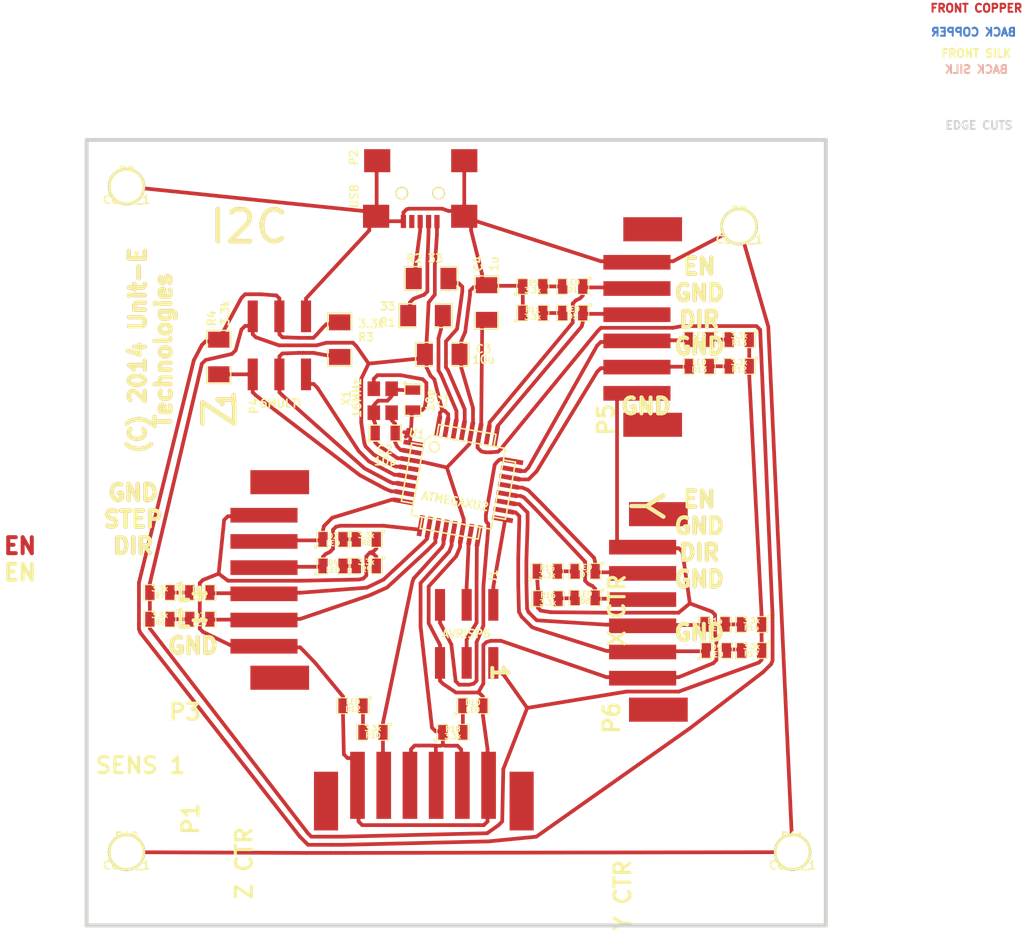
<source format=kicad_pcb>
(kicad_pcb (version 3) (host pcbnew "(2013-mar-13)-testing")

  (general
    (links 112)
    (no_connects 0)
    (area 44.259499 60.134499 115.125501 135.445501)
    (thickness 1.6002)
    (drawings 58)
    (tracks 970)
    (zones 0)
    (modules 49)
    (nets 46)
  )

  (page A4)
  (title_block
    (date "9 feb 2014")
  )

  (layers
    (15 Front signal)
    (0 Back signal)
    (16 B.Adhes user hide)
    (17 F.Adhes user hide)
    (18 B.Paste user hide)
    (19 F.Paste user hide)
    (20 B.SilkS user)
    (21 F.SilkS user)
    (22 B.Mask user)
    (23 F.Mask user)
    (24 Dwgs.User user hide)
    (25 Cmts.User user hide)
    (26 Eco1.User user hide)
    (27 Eco2.User user hide)
    (28 Edge.Cuts user)
  )

  (setup
    (last_trace_width 0.3556)
    (trace_clearance 0.3048)
    (zone_clearance 0.6112)
    (zone_45_only no)
    (trace_min 0.2032)
    (segment_width 0.3302)
    (edge_width 0.381)
    (via_size 0.889)
    (via_drill 0.635)
    (via_min_size 0.889)
    (via_min_drill 0.508)
    (uvia_size 0.508)
    (uvia_drill 0.127)
    (uvias_allowed no)
    (uvia_min_size 0.508)
    (uvia_min_drill 0.127)
    (pcb_text_width 0.4064)
    (pcb_text_size 1.524 1.524)
    (mod_edge_width 0.381)
    (mod_text_size 0.762 0.762)
    (mod_text_width 0.1524)
    (pad_size 3.556 3.556)
    (pad_drill 3.048)
    (pad_to_mask_clearance 0.0646)
    (aux_axis_origin 0 0)
    (visible_elements FFFFFFBF)
    (pcbplotparams
      (layerselection 284196865)
      (usegerberextensions false)
      (excludeedgelayer false)
      (linewidth 0.150000)
      (plotframeref false)
      (viasonmask false)
      (mode 1)
      (useauxorigin false)
      (hpglpennumber 1)
      (hpglpenspeed 20)
      (hpglpendiameter 15)
      (hpglpenoverlay 0)
      (psnegative false)
      (psa4output false)
      (plotreference true)
      (plotvalue true)
      (plotothertext true)
      (plotinvisibletext false)
      (padsonsilk false)
      (subtractmaskfromsilk false)
      (outputformat 2)
      (mirror false)
      (drillshape 0)
      (scaleselection 1)
      (outputdirectory pst))
  )

  (net 0 "")
  (net 1 +3.3V)
  (net 2 +5V)
  (net 3 GND)
  (net 4 N-000001)
  (net 5 N-0000010)
  (net 6 N-0000011)
  (net 7 N-0000012)
  (net 8 N-0000013)
  (net 9 N-0000014)
  (net 10 N-0000015)
  (net 11 N-0000016)
  (net 12 N-0000018)
  (net 13 N-0000019)
  (net 14 N-000002)
  (net 15 N-0000020)
  (net 16 N-0000022)
  (net 17 N-0000023)
  (net 18 N-0000024)
  (net 19 N-0000025)
  (net 20 N-0000026)
  (net 21 N-0000027)
  (net 22 N-0000028)
  (net 23 N-000003)
  (net 24 N-0000030)
  (net 25 N-0000031)
  (net 26 N-0000032)
  (net 27 N-0000033)
  (net 28 N-0000034)
  (net 29 N-0000035)
  (net 30 N-0000036)
  (net 31 N-0000037)
  (net 32 N-0000038)
  (net 33 N-000004)
  (net 34 N-0000040)
  (net 35 N-0000041)
  (net 36 N-0000042)
  (net 37 N-0000043)
  (net 38 N-0000044)
  (net 39 N-0000045)
  (net 40 N-0000046)
  (net 41 N-000005)
  (net 42 N-000006)
  (net 43 N-000007)
  (net 44 N-000008)
  (net 45 N-000009)

  (net_class Default "This is the default net class."
    (clearance 0.3048)
    (trace_width 0.3556)
    (via_dia 0.889)
    (via_drill 0.635)
    (uvia_dia 0.508)
    (uvia_drill 0.127)
    (add_net "")
    (add_net +3.3V)
    (add_net +5V)
    (add_net GND)
    (add_net N-000001)
    (add_net N-0000010)
    (add_net N-0000011)
    (add_net N-0000012)
    (add_net N-0000013)
    (add_net N-0000014)
    (add_net N-0000015)
    (add_net N-0000016)
    (add_net N-0000018)
    (add_net N-0000019)
    (add_net N-000002)
    (add_net N-0000020)
    (add_net N-0000022)
    (add_net N-0000023)
    (add_net N-0000024)
    (add_net N-0000025)
    (add_net N-0000026)
    (add_net N-0000027)
    (add_net N-0000028)
    (add_net N-000003)
    (add_net N-0000030)
    (add_net N-0000031)
    (add_net N-0000032)
    (add_net N-0000033)
    (add_net N-0000034)
    (add_net N-0000035)
    (add_net N-0000036)
    (add_net N-0000037)
    (add_net N-0000038)
    (add_net N-000004)
    (add_net N-0000040)
    (add_net N-0000041)
    (add_net N-0000042)
    (add_net N-0000043)
    (add_net N-0000044)
    (add_net N-0000045)
    (add_net N-0000046)
    (add_net N-000005)
    (add_net N-000006)
    (add_net N-000007)
    (add_net N-000008)
    (add_net N-000009)
  )

  (module SM0805 (layer Front) (tedit 5318F9E4) (tstamp 52F6E872)
    (at 72.9198 88.2863)
    (path /52F0D7AD)
    (attr smd)
    (fp_text reference C2 (at -0.0441 1.5884 180) (layer F.SilkS)
      (effects (font (size 0.762 0.762) (thickness 0.1524)))
    )
    (fp_text value 10p (at 0.0067 2.6806) (layer F.SilkS)
      (effects (font (size 0.762 0.762) (thickness 0.1524)))
    )
    (fp_circle (center -1.651 0.762) (end -1.651 0.635) (layer F.SilkS) (width 0.127))
    (fp_line (start -0.508 0.762) (end -1.524 0.762) (layer F.SilkS) (width 0.127))
    (fp_line (start -1.524 0.762) (end -1.524 -0.762) (layer F.SilkS) (width 0.127))
    (fp_line (start -1.524 -0.762) (end -0.508 -0.762) (layer F.SilkS) (width 0.127))
    (fp_line (start 0.508 -0.762) (end 1.524 -0.762) (layer F.SilkS) (width 0.127))
    (fp_line (start 1.524 -0.762) (end 1.524 0.762) (layer F.SilkS) (width 0.127))
    (fp_line (start 1.524 0.762) (end 0.508 0.762) (layer F.SilkS) (width 0.127))
    (pad 1 smd rect (at -0.9525 0) (size 0.889 1.397)
      (layers Front F.Paste F.Mask)
      (net 3 GND)
    )
    (pad 2 smd rect (at 0.9525 0) (size 0.889 1.397)
      (layers Front F.Paste F.Mask)
      (net 12 N-0000018)
    )
    (model smd/chip_cms.wrl
      (at (xyz 0 0 0))
      (scale (xyz 0.1 0.1 0.1))
      (rotate (xyz 0 0 0))
    )
  )

  (module SM0805 (layer Front) (tedit 5318F9C2) (tstamp 52F6E874)
    (at 75.5541 85.1393 270)
    (path /52F0D7BA)
    (attr smd)
    (fp_text reference C1 (at 0.0364 -2.8588 450) (layer F.SilkS)
      (effects (font (size 0.762 0.762) (thickness 0.1524)))
    )
    (fp_text value 10p (at 0.011 -1.665 450) (layer F.SilkS)
      (effects (font (size 0.762 0.762) (thickness 0.1524)))
    )
    (fp_circle (center -1.651 0.762) (end -1.651 0.635) (layer F.SilkS) (width 0.127))
    (fp_line (start -0.508 0.762) (end -1.524 0.762) (layer F.SilkS) (width 0.127))
    (fp_line (start -1.524 0.762) (end -1.524 -0.762) (layer F.SilkS) (width 0.127))
    (fp_line (start -1.524 -0.762) (end -0.508 -0.762) (layer F.SilkS) (width 0.127))
    (fp_line (start 0.508 -0.762) (end 1.524 -0.762) (layer F.SilkS) (width 0.127))
    (fp_line (start 1.524 -0.762) (end 1.524 0.762) (layer F.SilkS) (width 0.127))
    (fp_line (start 1.524 0.762) (end 0.508 0.762) (layer F.SilkS) (width 0.127))
    (pad 1 smd rect (at -0.9525 0 270) (size 0.889 1.397)
      (layers Front F.Paste F.Mask)
      (net 3 GND)
    )
    (pad 2 smd rect (at 0.9525 0 270) (size 0.889 1.397)
      (layers Front F.Paste F.Mask)
      (net 37 N-0000043)
    )
    (model smd/chip_cms.wrl
      (at (xyz 0 0 0))
      (scale (xyz 0.1 0.1 0.1))
      (rotate (xyz 0 0 0))
    )
  )

  (module XTAL4P (layer Front) (tedit 53169402) (tstamp 5318FE9D)
    (at 71.8343 86.3441 90)
    (path /52F6ED82)
    (fp_text reference X1 (at 1.4006 -2.6265 270) (layer F.SilkS)
      (effects (font (size 0.762 0.762) (thickness 0.1524)))
    )
    (fp_text value 16MHz (at 1.4006 -1.6105 90) (layer F.SilkS)
      (effects (font (size 0.762 0.762) (thickness 0.1524)))
    )
    (pad 4 smd rect (at 0 0 90) (size 1.397 1.1938)
      (layers Front F.Paste F.Mask)
      (net 3 GND)
    )
    (pad 1 smd rect (at 0 1.7018 90) (size 1.397 1.1938)
      (layers Front F.Paste F.Mask)
      (net 12 N-0000018)
    )
    (pad 3 smd rect (at 2.286 1.7018 90) (size 1.397 1.1938)
      (layers Front F.Paste F.Mask)
      (net 3 GND)
    )
    (pad 2 smd rect (at 2.286 0 90) (size 1.397 1.1938)
      (layers Front F.Paste F.Mask)
      (net 37 N-0000043)
    )
  )

  (module USB-MiniBBig (layer Front) (tedit 52F7C502) (tstamp 5316991E)
    (at 76.2591 65.5017 180)
    (path /53167DF3)
    (fp_text reference P2 (at 6.3246 3.5052 270) (layer F.SilkS)
      (effects (font (size 0.762 0.762) (thickness 0.1524)))
    )
    (fp_text value USB (at 6.2992 -0.1778 270) (layer F.SilkS)
      (effects (font (size 0.762 0.762) (thickness 0.1524)))
    )
    (fp_text user H2959CT-ND (at 0.29972 0.55118 180) (layer F.SilkS) hide
      (effects (font (size 0.762 0.762) (thickness 0.1524)))
    )
    (pad 9 smd rect (at 4.09956 3.2004 180) (size 2.49936 2.19964)
      (layers Front F.Paste F.Mask)
      (net 3 GND)
    )
    (pad 8 smd rect (at -4.20116 3.2004 180) (size 2.49936 2.19964)
      (layers Front F.Paste F.Mask)
      (net 3 GND)
    )
    (pad 7 smd rect (at 4.2037 -2.10058 180) (size 2.49936 2.19964)
      (layers Front F.Paste F.Mask)
      (net 3 GND)
    )
    (pad 4 smd rect (at 0.80264 -2.60096 180) (size 0.50038 1.24968)
      (layers Front F.Paste F.Mask)
      (net 39 N-0000045)
    )
    (pad 3 smd rect (at 0.00254 -2.60096 180) (size 0.50038 1.24968)
      (layers Front F.Paste F.Mask)
      (net 31 N-0000037)
    )
    (pad 5 smd rect (at 1.60274 -2.60096 180) (size 0.50038 1.24968)
      (layers Front F.Paste F.Mask)
      (net 3 GND)
    )
    (pad 2 smd rect (at -0.79756 -2.60096 180) (size 0.50038 1.24968)
      (layers Front F.Paste F.Mask)
      (net 13 N-0000019)
    )
    (pad 1 smd rect (at -1.59766 -2.60096 180) (size 0.50038 1.24968)
      (layers Front F.Paste F.Mask)
      (net 2 +5V)
    )
    (pad 6 smd rect (at -4.19862 -2.10058 180) (size 2.49936 2.19964)
      (layers Front F.Paste F.Mask)
      (net 3 GND)
    )
    (pad "" thru_hole circle (at -1.75006 0.09906 180) (size 1.19888 1.19888) (drill 0.89916)
      (layers *.Cu *.Mask F.SilkS)
    )
    (pad "" thru_hole circle (at 1.75006 0.09906 180) (size 1.19888 1.19888) (drill 0.89916)
      (layers *.Cu *.Mask F.SilkS)
    )
  )

  (module TQFP32 (layer Front) (tedit 531693FA) (tstamp 52F6E8DA)
    (at 79.9121 92.9117 350)
    (path /52F0D5D7)
    (fp_text reference U1 (at -4.7132 -3.7996 350) (layer F.SilkS)
      (effects (font (size 0.762 0.762) (thickness 0.1524)))
    )
    (fp_text value ATMEGAXU2 (at 0 1.905 350) (layer F.SilkS)
      (effects (font (size 0.762 0.762) (thickness 0.1524)))
    )
    (fp_line (start 5.0292 2.7686) (end 3.8862 2.7686) (layer F.SilkS) (width 0.1524))
    (fp_line (start 5.0292 -2.7686) (end 3.9116 -2.7686) (layer F.SilkS) (width 0.1524))
    (fp_line (start 5.0292 2.7686) (end 5.0292 -2.7686) (layer F.SilkS) (width 0.1524))
    (fp_line (start 2.794 3.9624) (end 2.794 5.0546) (layer F.SilkS) (width 0.1524))
    (fp_line (start -2.8194 3.9878) (end -2.8194 5.0546) (layer F.SilkS) (width 0.1524))
    (fp_line (start -2.8448 5.0546) (end 2.794 5.08) (layer F.SilkS) (width 0.1524))
    (fp_line (start -2.794 -5.0292) (end 2.7178 -5.0546) (layer F.SilkS) (width 0.1524))
    (fp_line (start -3.8862 -3.2766) (end -3.8862 3.9116) (layer F.SilkS) (width 0.1524))
    (fp_line (start 2.7432 -5.0292) (end 2.7432 -3.9878) (layer F.SilkS) (width 0.1524))
    (fp_line (start -3.2512 -3.8862) (end 3.81 -3.8862) (layer F.SilkS) (width 0.1524))
    (fp_line (start 3.8608 3.937) (end 3.8608 -3.7846) (layer F.SilkS) (width 0.1524))
    (fp_line (start -3.8862 3.937) (end 3.7338 3.937) (layer F.SilkS) (width 0.1524))
    (fp_line (start -5.0292 -2.8448) (end -5.0292 2.794) (layer F.SilkS) (width 0.1524))
    (fp_line (start -5.0292 2.794) (end -3.8862 2.794) (layer F.SilkS) (width 0.1524))
    (fp_line (start -3.87604 -3.302) (end -3.29184 -3.8862) (layer F.SilkS) (width 0.1524))
    (fp_line (start -5.02412 -2.8448) (end -3.87604 -2.8448) (layer F.SilkS) (width 0.1524))
    (fp_line (start -2.794 -3.8862) (end -2.794 -5.03428) (layer F.SilkS) (width 0.1524))
    (fp_circle (center -2.83972 -2.86004) (end -2.43332 -2.60604) (layer F.SilkS) (width 0.1524))
    (pad 8 smd rect (at -4.81584 2.77622 350) (size 1.99898 0.44958)
      (layers Front F.Paste F.Mask)
      (net 36 N-0000042)
    )
    (pad 7 smd rect (at -4.81584 1.97612 350) (size 1.99898 0.44958)
      (layers Front F.Paste F.Mask)
      (net 4 N-000001)
    )
    (pad 6 smd rect (at -4.81584 1.17602 350) (size 1.99898 0.44958)
      (layers Front F.Paste F.Mask)
      (net 32 N-0000038)
    )
    (pad 5 smd rect (at -4.81584 0.37592 350) (size 1.99898 0.44958)
      (layers Front F.Paste F.Mask)
      (net 14 N-000002)
    )
    (pad 4 smd rect (at -4.81584 -0.42418 350) (size 1.99898 0.44958)
      (layers Front F.Paste F.Mask)
      (net 2 +5V)
    )
    (pad 3 smd rect (at -4.81584 -1.22428 350) (size 1.99898 0.44958)
      (layers Front F.Paste F.Mask)
      (net 3 GND)
    )
    (pad 2 smd rect (at -4.81584 -2.02438 350) (size 1.99898 0.44958)
      (layers Front F.Paste F.Mask)
      (net 12 N-0000018)
    )
    (pad 1 smd rect (at -4.81584 -2.82448 350) (size 1.99898 0.44958)
      (layers Front F.Paste F.Mask)
      (net 37 N-0000043)
    )
    (pad 24 smd rect (at 4.7498 -2.8194 350) (size 1.99898 0.44958)
      (layers Front F.Paste F.Mask)
      (net 6 N-0000011)
    )
    (pad 17 smd rect (at 4.7498 2.794 350) (size 1.99898 0.44958)
      (layers Front F.Paste F.Mask)
      (net 38 N-0000044)
    )
    (pad 18 smd rect (at 4.7498 1.9812 350) (size 1.99898 0.44958)
      (layers Front F.Paste F.Mask)
      (net 42 N-000006)
    )
    (pad 19 smd rect (at 4.7498 1.1684 350) (size 1.99898 0.44958)
      (layers Front F.Paste F.Mask)
      (net 30 N-0000036)
    )
    (pad 20 smd rect (at 4.7498 0.381 350) (size 1.99898 0.44958)
      (layers Front F.Paste F.Mask)
      (net 25 N-0000031)
    )
    (pad 21 smd rect (at 4.7498 -0.4318 350) (size 1.99898 0.44958)
      (layers Front F.Paste F.Mask)
      (net 26 N-0000032)
    )
    (pad 22 smd rect (at 4.7498 -1.2192 350) (size 1.99898 0.44958)
      (layers Front F.Paste F.Mask)
      (net 43 N-000007)
    )
    (pad 23 smd rect (at 4.7498 -2.032 350) (size 1.99898 0.44958)
      (layers Front F.Paste F.Mask)
      (net 27 N-0000033)
    )
    (pad 32 smd rect (at -2.82448 -4.826 350) (size 0.44958 1.99898)
      (layers Front F.Paste F.Mask)
      (net 2 +5V)
    )
    (pad 31 smd rect (at -2.02692 -4.826 350) (size 0.44958 1.99898)
      (layers Front F.Paste F.Mask)
      (net 2 +5V)
    )
    (pad 30 smd rect (at -1.22428 -4.826 350) (size 0.44958 1.99898)
      (layers Front F.Paste F.Mask)
      (net 35 N-0000041)
    )
    (pad 29 smd rect (at -0.42672 -4.826 350) (size 0.44958 1.99898)
      (layers Front F.Paste F.Mask)
      (net 15 N-0000020)
    )
    (pad 28 smd rect (at 0.37592 -4.826 350) (size 0.44958 1.99898)
      (layers Front F.Paste F.Mask)
      (net 3 GND)
    )
    (pad 27 smd rect (at 1.17348 -4.826 350) (size 0.44958 1.99898)
      (layers Front F.Paste F.Mask)
      (net 1 +3.3V)
    )
    (pad 26 smd rect (at 1.97612 -4.826 350) (size 0.44958 1.99898)
      (layers Front F.Paste F.Mask)
      (net 10 N-0000015)
    )
    (pad 25 smd rect (at 2.77368 -4.826 350) (size 0.44958 1.99898)
      (layers Front F.Paste F.Mask)
      (net 8 N-0000013)
    )
    (pad 9 smd rect (at -2.8194 4.7752 350) (size 0.44958 1.99898)
      (layers Front F.Paste F.Mask)
      (net 28 N-0000034)
    )
    (pad 10 smd rect (at -2.032 4.7752 350) (size 0.44958 1.99898)
      (layers Front F.Paste F.Mask)
      (net 17 N-0000023)
    )
    (pad 11 smd rect (at -1.2192 4.7752 350) (size 0.44958 1.99898)
      (layers Front F.Paste F.Mask)
      (net 18 N-0000024)
    )
    (pad 12 smd rect (at -0.4318 4.7752 350) (size 0.44958 1.99898)
      (layers Front F.Paste F.Mask)
      (net 22 N-0000028)
    )
    (pad 13 smd rect (at 0.3556 4.7752 350) (size 0.44958 1.99898)
      (layers Front F.Paste F.Mask)
      (net 40 N-0000046)
    )
    (pad 14 smd rect (at 1.1684 4.7752 350) (size 0.44958 1.99898)
      (layers Front F.Paste F.Mask)
      (net 3 GND)
    )
    (pad 15 smd rect (at 1.9812 4.7752 350) (size 0.44958 1.99898)
      (layers Front F.Paste F.Mask)
      (net 7 N-0000012)
    )
    (pad 16 smd rect (at 2.794 4.7752 350) (size 0.44958 1.99898)
      (layers Front F.Paste F.Mask)
      (net 34 N-0000040)
    )
    (model smd/tqfp32.wrl
      (at (xyz 0 0 0))
      (scale (xyz 1 1 1))
      (rotate (xyz 0 0 0))
    )
  )

  (module RIBBON6SMT (layer Front) (tedit 5316C370) (tstamp 531662CD)
    (at 83.2291 110.214 180)
    (path /52F6E673)
    (fp_text reference J1 (at 0 8.255 270) (layer F.SilkS)
      (effects (font (size 0.762 0.762) (thickness 0.1524)))
    )
    (fp_text value AVRISP6 (at 2.57556 2.7686 360) (layer F.SilkS)
      (effects (font (size 0.762 0.762) (thickness 0.1524)))
    )
    (pad 2 smd rect (at 0 0 180) (size 0.9652 3.0226)
      (layers Front F.Paste F.Mask)
      (net 2 +5V)
    )
    (pad 4 smd rect (at 2.54 0 180) (size 0.9652 3.0226)
      (layers Front F.Paste F.Mask)
      (net 34 N-0000040)
    )
    (pad 6 smd rect (at 5.08 0 180) (size 0.9652 3.0226)
      (layers Front F.Paste F.Mask)
      (net 3 GND)
    )
    (pad 1 smd rect (at 0 5.5372 180) (size 0.9652 3.0226)
      (layers Front F.Paste F.Mask)
      (net 38 N-0000044)
    )
    (pad 3 smd rect (at 2.54 5.5372 180) (size 0.9652 3.0226)
      (layers Front F.Paste F.Mask)
      (net 7 N-0000012)
    )
    (pad 5 smd rect (at 5.08 5.5372 180) (size 0.9652 3.0226)
      (layers Front F.Paste F.Mask)
      (net 6 N-0000011)
    )
  )

  (module RIBBON6SMT (layer Front) (tedit 531694DC) (tstamp 531662D7)
    (at 60.2918 77.1504)
    (path /52F6EEE2)
    (fp_text reference P4 (at 0.1145 8.56 90) (layer F.SilkS)
      (effects (font (size 0.762 0.762) (thickness 0.1524)))
    )
    (fp_text value 6MULTI (at 2.6545 8.306) (layer F.SilkS)
      (effects (font (size 0.762 0.762) (thickness 0.1524)))
    )
    (pad 2 smd rect (at 0 0) (size 0.9652 3.0226)
      (layers Front F.Paste F.Mask)
      (net 2 +5V)
    )
    (pad 4 smd rect (at 2.54 0) (size 0.9652 3.0226)
      (layers Front F.Paste F.Mask)
      (net 1 +3.3V)
    )
    (pad 6 smd rect (at 5.08 0) (size 0.9652 3.0226)
      (layers Front F.Paste F.Mask)
      (net 3 GND)
    )
    (pad 1 smd rect (at 0 5.5372) (size 0.9652 3.0226)
      (layers Front F.Paste F.Mask)
      (net 4 N-000001)
    )
    (pad 3 smd rect (at 2.54 5.5372) (size 0.9652 3.0226)
      (layers Front F.Paste F.Mask)
      (net 32 N-0000038)
    )
    (pad 5 smd rect (at 5.08 5.5372) (size 0.9652 3.0226)
      (layers Front F.Paste F.Mask)
      (net 14 N-000002)
    )
  )

  (module SM1206 (layer Front) (tedit 531694AA) (tstamp 531667ED)
    (at 82.5857 75.8317 270)
    (path /52F6E6DE)
    (attr smd)
    (fp_text reference C4 (at -3.6957 0.7977 270) (layer F.SilkS)
      (effects (font (size 0.762 0.762) (thickness 0.1524)))
    )
    (fp_text value 1u (at -3.6957 -0.7263 270) (layer F.SilkS)
      (effects (font (size 0.762 0.762) (thickness 0.1524)))
    )
    (fp_line (start -2.54 -1.143) (end -2.54 1.143) (layer F.SilkS) (width 0.127))
    (fp_line (start -2.54 1.143) (end -0.889 1.143) (layer F.SilkS) (width 0.127))
    (fp_line (start 0.889 -1.143) (end 2.54 -1.143) (layer F.SilkS) (width 0.127))
    (fp_line (start 2.54 -1.143) (end 2.54 1.143) (layer F.SilkS) (width 0.127))
    (fp_line (start 2.54 1.143) (end 0.889 1.143) (layer F.SilkS) (width 0.127))
    (fp_line (start -0.889 -1.143) (end -2.54 -1.143) (layer F.SilkS) (width 0.127))
    (pad 1 smd rect (at -1.651 0 270) (size 1.524 2.032)
      (layers Front F.Paste F.Mask)
      (net 3 GND)
    )
    (pad 2 smd rect (at 1.651 0 270) (size 1.524 2.032)
      (layers Front F.Paste F.Mask)
      (net 1 +3.3V)
    )
    (model smd/chip_cms.wrl
      (at (xyz 0 0 0))
      (scale (xyz 0.17 0.16 0.16))
      (rotate (xyz 0 0 0))
    )
  )

  (module SM1206 (layer Front) (tedit 53169472) (tstamp 531667F8)
    (at 76.7663 77.0807)
    (path /52F6E762)
    (attr smd)
    (fp_text reference R1 (at -3.6143 0.6433) (layer F.SilkS)
      (effects (font (size 0.762 0.762) (thickness 0.1524)))
    )
    (fp_text value 33 (at -3.6143 -0.8807) (layer F.SilkS)
      (effects (font (size 0.762 0.762) (thickness 0.1524)))
    )
    (fp_line (start -2.54 -1.143) (end -2.54 1.143) (layer F.SilkS) (width 0.127))
    (fp_line (start -2.54 1.143) (end -0.889 1.143) (layer F.SilkS) (width 0.127))
    (fp_line (start 0.889 -1.143) (end 2.54 -1.143) (layer F.SilkS) (width 0.127))
    (fp_line (start 2.54 -1.143) (end 2.54 1.143) (layer F.SilkS) (width 0.127))
    (fp_line (start 2.54 1.143) (end 0.889 1.143) (layer F.SilkS) (width 0.127))
    (fp_line (start -0.889 -1.143) (end -2.54 -1.143) (layer F.SilkS) (width 0.127))
    (pad 1 smd rect (at -1.651 0) (size 1.524 2.032)
      (layers Front F.Paste F.Mask)
      (net 13 N-0000019)
    )
    (pad 2 smd rect (at 1.651 0) (size 1.524 2.032)
      (layers Front F.Paste F.Mask)
      (net 35 N-0000041)
    )
    (model smd/chip_cms.wrl
      (at (xyz 0 0 0))
      (scale (xyz 0.17 0.16 0.16))
      (rotate (xyz 0 0 0))
    )
  )

  (module SM1206 (layer Front) (tedit 53169496) (tstamp 53166803)
    (at 77.2988 73.5415)
    (path /52F6E766)
    (attr smd)
    (fp_text reference R2 (at -1.6068 -1.9135) (layer F.SilkS)
      (effects (font (size 0.762 0.762) (thickness 0.1524)))
    )
    (fp_text value 33 (at 0.4252 -1.9135) (layer F.SilkS)
      (effects (font (size 0.762 0.762) (thickness 0.1524)))
    )
    (fp_line (start -2.54 -1.143) (end -2.54 1.143) (layer F.SilkS) (width 0.127))
    (fp_line (start -2.54 1.143) (end -0.889 1.143) (layer F.SilkS) (width 0.127))
    (fp_line (start 0.889 -1.143) (end 2.54 -1.143) (layer F.SilkS) (width 0.127))
    (fp_line (start 2.54 -1.143) (end 2.54 1.143) (layer F.SilkS) (width 0.127))
    (fp_line (start 2.54 1.143) (end 0.889 1.143) (layer F.SilkS) (width 0.127))
    (fp_line (start -0.889 -1.143) (end -2.54 -1.143) (layer F.SilkS) (width 0.127))
    (pad 1 smd rect (at -1.651 0) (size 1.524 2.032)
      (layers Front F.Paste F.Mask)
      (net 31 N-0000037)
    )
    (pad 2 smd rect (at 1.651 0) (size 1.524 2.032)
      (layers Front F.Paste F.Mask)
      (net 15 N-0000020)
    )
    (model smd/chip_cms.wrl
      (at (xyz 0 0 0))
      (scale (xyz 0.17 0.16 0.16))
      (rotate (xyz 0 0 0))
    )
  )

  (module SM1206 (layer Front) (tedit 53169184) (tstamp 5316680E)
    (at 68.58 79.375 270)
    (path /52F6F194)
    (attr smd)
    (fp_text reference R3 (at -0.2283 -2.5153 360) (layer F.SilkS)
      (effects (font (size 0.762 0.762) (thickness 0.1524)))
    )
    (fp_text value 3.3k (at -1.4983 -3.0233 360) (layer F.SilkS)
      (effects (font (size 0.762 0.762) (thickness 0.1524)))
    )
    (fp_line (start -2.54 -1.143) (end -2.54 1.143) (layer F.SilkS) (width 0.127))
    (fp_line (start -2.54 1.143) (end -0.889 1.143) (layer F.SilkS) (width 0.127))
    (fp_line (start 0.889 -1.143) (end 2.54 -1.143) (layer F.SilkS) (width 0.127))
    (fp_line (start 2.54 -1.143) (end 2.54 1.143) (layer F.SilkS) (width 0.127))
    (fp_line (start 2.54 1.143) (end 0.889 1.143) (layer F.SilkS) (width 0.127))
    (fp_line (start -0.889 -1.143) (end -2.54 -1.143) (layer F.SilkS) (width 0.127))
    (pad 1 smd rect (at -1.651 0 270) (size 1.524 2.032)
      (layers Front F.Paste F.Mask)
      (net 1 +3.3V)
    )
    (pad 2 smd rect (at 1.651 0 270) (size 1.524 2.032)
      (layers Front F.Paste F.Mask)
      (net 32 N-0000038)
    )
    (model smd/chip_cms.wrl
      (at (xyz 0 0 0))
      (scale (xyz 0.17 0.16 0.16))
      (rotate (xyz 0 0 0))
    )
  )

  (module SM1206 (layer Front) (tedit 5316919E) (tstamp 53166819)
    (at 57.0528 81.0272 270)
    (path /52F6F19B)
    (attr smd)
    (fp_text reference R4 (at -3.6842 0.6648 270) (layer F.SilkS)
      (effects (font (size 0.762 0.762) (thickness 0.1524)))
    )
    (fp_text value 3.3k (at -4.1922 -0.6052 270) (layer F.SilkS)
      (effects (font (size 0.762 0.762) (thickness 0.1524)))
    )
    (fp_line (start -2.54 -1.143) (end -2.54 1.143) (layer F.SilkS) (width 0.127))
    (fp_line (start -2.54 1.143) (end -0.889 1.143) (layer F.SilkS) (width 0.127))
    (fp_line (start 0.889 -1.143) (end 2.54 -1.143) (layer F.SilkS) (width 0.127))
    (fp_line (start 2.54 -1.143) (end 2.54 1.143) (layer F.SilkS) (width 0.127))
    (fp_line (start 2.54 1.143) (end 0.889 1.143) (layer F.SilkS) (width 0.127))
    (fp_line (start -0.889 -1.143) (end -2.54 -1.143) (layer F.SilkS) (width 0.127))
    (pad 1 smd rect (at -1.651 0 270) (size 1.524 2.032)
      (layers Front F.Paste F.Mask)
      (net 1 +3.3V)
    )
    (pad 2 smd rect (at 1.651 0 270) (size 1.524 2.032)
      (layers Front F.Paste F.Mask)
      (net 4 N-000001)
    )
    (model smd/chip_cms.wrl
      (at (xyz 0 0 0))
      (scale (xyz 0.17 0.16 0.16))
      (rotate (xyz 0 0 0))
    )
  )

  (module SM1206 (layer Front) (tedit 53169467) (tstamp 53166C59)
    (at 78.3592 80.7793)
    (path /52F6E6E6)
    (attr smd)
    (fp_text reference C3 (at 3.9368 -0.5153) (layer F.SilkS)
      (effects (font (size 0.762 0.762) (thickness 0.1524)))
    )
    (fp_text value 10u (at 3.9368 0.5007) (layer F.SilkS)
      (effects (font (size 0.762 0.762) (thickness 0.1524)))
    )
    (fp_line (start -2.54 -1.143) (end -2.54 1.143) (layer F.SilkS) (width 0.127))
    (fp_line (start -2.54 1.143) (end -0.889 1.143) (layer F.SilkS) (width 0.127))
    (fp_line (start 0.889 -1.143) (end 2.54 -1.143) (layer F.SilkS) (width 0.127))
    (fp_line (start 2.54 -1.143) (end 2.54 1.143) (layer F.SilkS) (width 0.127))
    (fp_line (start 2.54 1.143) (end 0.889 1.143) (layer F.SilkS) (width 0.127))
    (fp_line (start -0.889 -1.143) (end -2.54 -1.143) (layer F.SilkS) (width 0.127))
    (pad 1 smd rect (at -1.651 0) (size 1.524 2.032)
      (layers Front F.Paste F.Mask)
      (net 2 +5V)
    )
    (pad 2 smd rect (at 1.651 0) (size 1.524 2.032)
      (layers Front F.Paste F.Mask)
      (net 3 GND)
    )
    (model smd/chip_cms.wrl
      (at (xyz 0 0 0))
      (scale (xyz 0.17 0.16 0.16))
      (rotate (xyz 0 0 0))
    )
  )

  (module 440Hole (layer Front) (tedit 53165D62) (tstamp 53169486)
    (at 48.26 64.77)
    (path /5316840A)
    (fp_text reference P8 (at 0 -1.5) (layer F.SilkS)
      (effects (font (size 0.762 0.762) (thickness 0.1524)))
    )
    (fp_text value CONN_1 (at 0 1.25) (layer F.SilkS)
      (effects (font (size 0.762 0.762) (thickness 0.1524)))
    )
    (pad 1 thru_hole circle (at 0 0) (size 3.556 3.556) (drill 3.048)
      (layers *.Cu *.Mask F.SilkS)
      (net 3 GND)
    )
  )

  (module 440Hole (layer Front) (tedit 53165D62) (tstamp 5316948B)
    (at 106.68 68.58)
    (path /5316842F)
    (fp_text reference P9 (at 0 -1.5) (layer F.SilkS)
      (effects (font (size 0.762 0.762) (thickness 0.1524)))
    )
    (fp_text value CONN_1 (at 0 1.25) (layer F.SilkS)
      (effects (font (size 0.762 0.762) (thickness 0.1524)))
    )
    (pad 1 thru_hole circle (at 0 0) (size 3.556 3.556) (drill 3.048)
      (layers *.Cu *.Mask F.SilkS)
      (net 3 GND)
    )
  )

  (module 440Hole (layer Front) (tedit 53165D62) (tstamp 53169490)
    (at 48.26 128.27)
    (path /53168435)
    (fp_text reference P10 (at 0 -1.5) (layer F.SilkS)
      (effects (font (size 0.762 0.762) (thickness 0.1524)))
    )
    (fp_text value CONN_1 (at 0 1.25) (layer F.SilkS)
      (effects (font (size 0.762 0.762) (thickness 0.1524)))
    )
    (pad 1 thru_hole circle (at 0 0) (size 3.556 3.556) (drill 3.048)
      (layers *.Cu *.Mask F.SilkS)
      (net 3 GND)
    )
  )

  (module 440Hole (layer Front) (tedit 53165D62) (tstamp 53169495)
    (at 111.76 128.27)
    (path /5316843B)
    (fp_text reference P11 (at 0 -1.5) (layer F.SilkS)
      (effects (font (size 0.762 0.762) (thickness 0.1524)))
    )
    (fp_text value CONN_1 (at 0 1.25) (layer F.SilkS)
      (effects (font (size 0.762 0.762) (thickness 0.1524)))
    )
    (pad 1 thru_hole circle (at 0 0) (size 3.556 3.556) (drill 3.048)
      (layers *.Cu *.Mask F.SilkS)
      (net 3 GND)
    )
  )

  (module SM0805 (layer Front) (tedit 5091495C) (tstamp 531FEED8)
    (at 90.805 74.295 180)
    (path /52F704B2)
    (attr smd)
    (fp_text reference D1 (at 0 -0.3175 180) (layer F.SilkS)
      (effects (font (size 0.50038 0.50038) (thickness 0.10922)))
    )
    (fp_text value LED (at 0 0.381 180) (layer F.SilkS)
      (effects (font (size 0.50038 0.50038) (thickness 0.10922)))
    )
    (fp_circle (center -1.651 0.762) (end -1.651 0.635) (layer F.SilkS) (width 0.09906))
    (fp_line (start -0.508 0.762) (end -1.524 0.762) (layer F.SilkS) (width 0.09906))
    (fp_line (start -1.524 0.762) (end -1.524 -0.762) (layer F.SilkS) (width 0.09906))
    (fp_line (start -1.524 -0.762) (end -0.508 -0.762) (layer F.SilkS) (width 0.09906))
    (fp_line (start 0.508 -0.762) (end 1.524 -0.762) (layer F.SilkS) (width 0.09906))
    (fp_line (start 1.524 -0.762) (end 1.524 0.762) (layer F.SilkS) (width 0.09906))
    (fp_line (start 1.524 0.762) (end 0.508 0.762) (layer F.SilkS) (width 0.09906))
    (pad 1 smd rect (at -0.9525 0 180) (size 0.889 1.397)
      (layers Front F.Paste F.Mask)
      (net 10 N-0000015)
    )
    (pad 2 smd rect (at 0.9525 0 180) (size 0.889 1.397)
      (layers Front F.Paste F.Mask)
      (net 11 N-0000016)
    )
    (model smd/chip_cms.wrl
      (at (xyz 0 0 0))
      (scale (xyz 0.1 0.1 0.1))
      (rotate (xyz 0 0 0))
    )
  )

  (module SM0805 (layer Front) (tedit 5091495C) (tstamp 531FEEE5)
    (at 67.945 98.425)
    (path /532016CA)
    (attr smd)
    (fp_text reference D2 (at 0 -0.3175) (layer F.SilkS)
      (effects (font (size 0.50038 0.50038) (thickness 0.10922)))
    )
    (fp_text value LED (at 0 0.381) (layer F.SilkS)
      (effects (font (size 0.50038 0.50038) (thickness 0.10922)))
    )
    (fp_circle (center -1.651 0.762) (end -1.651 0.635) (layer F.SilkS) (width 0.09906))
    (fp_line (start -0.508 0.762) (end -1.524 0.762) (layer F.SilkS) (width 0.09906))
    (fp_line (start -1.524 0.762) (end -1.524 -0.762) (layer F.SilkS) (width 0.09906))
    (fp_line (start -1.524 -0.762) (end -0.508 -0.762) (layer F.SilkS) (width 0.09906))
    (fp_line (start 0.508 -0.762) (end 1.524 -0.762) (layer F.SilkS) (width 0.09906))
    (fp_line (start 1.524 -0.762) (end 1.524 0.762) (layer F.SilkS) (width 0.09906))
    (fp_line (start 1.524 0.762) (end 0.508 0.762) (layer F.SilkS) (width 0.09906))
    (pad 1 smd rect (at -0.9525 0) (size 0.889 1.397)
      (layers Front F.Paste F.Mask)
      (net 36 N-0000042)
    )
    (pad 2 smd rect (at 0.9525 0) (size 0.889 1.397)
      (layers Front F.Paste F.Mask)
      (net 29 N-0000035)
    )
    (model smd/chip_cms.wrl
      (at (xyz 0 0 0))
      (scale (xyz 0.1 0.1 0.1))
      (rotate (xyz 0 0 0))
    )
  )

  (module SM0805 (layer Front) (tedit 5091495C) (tstamp 531FEEF2)
    (at 55.245 106.045)
    (path /532016E2)
    (attr smd)
    (fp_text reference D3 (at 0 -0.3175) (layer F.SilkS)
      (effects (font (size 0.50038 0.50038) (thickness 0.10922)))
    )
    (fp_text value LED (at 0 0.381) (layer F.SilkS)
      (effects (font (size 0.50038 0.50038) (thickness 0.10922)))
    )
    (fp_circle (center -1.651 0.762) (end -1.651 0.635) (layer F.SilkS) (width 0.09906))
    (fp_line (start -0.508 0.762) (end -1.524 0.762) (layer F.SilkS) (width 0.09906))
    (fp_line (start -1.524 0.762) (end -1.524 -0.762) (layer F.SilkS) (width 0.09906))
    (fp_line (start -1.524 -0.762) (end -0.508 -0.762) (layer F.SilkS) (width 0.09906))
    (fp_line (start 0.508 -0.762) (end 1.524 -0.762) (layer F.SilkS) (width 0.09906))
    (fp_line (start 1.524 -0.762) (end 1.524 0.762) (layer F.SilkS) (width 0.09906))
    (fp_line (start 1.524 0.762) (end 0.508 0.762) (layer F.SilkS) (width 0.09906))
    (pad 1 smd rect (at -0.9525 0) (size 0.889 1.397)
      (layers Front F.Paste F.Mask)
      (net 19 N-0000025)
    )
    (pad 2 smd rect (at 0.9525 0) (size 0.889 1.397)
      (layers Front F.Paste F.Mask)
      (net 18 N-0000024)
    )
    (model smd/chip_cms.wrl
      (at (xyz 0 0 0))
      (scale (xyz 0.1 0.1 0.1))
      (rotate (xyz 0 0 0))
    )
  )

  (module SM0805 (layer Front) (tedit 5091495C) (tstamp 531FEEFF)
    (at 67.945 100.965)
    (path /532016D6)
    (attr smd)
    (fp_text reference D4 (at 0 -0.3175) (layer F.SilkS)
      (effects (font (size 0.50038 0.50038) (thickness 0.10922)))
    )
    (fp_text value LED (at 0 0.381) (layer F.SilkS)
      (effects (font (size 0.50038 0.50038) (thickness 0.10922)))
    )
    (fp_circle (center -1.651 0.762) (end -1.651 0.635) (layer F.SilkS) (width 0.09906))
    (fp_line (start -0.508 0.762) (end -1.524 0.762) (layer F.SilkS) (width 0.09906))
    (fp_line (start -1.524 0.762) (end -1.524 -0.762) (layer F.SilkS) (width 0.09906))
    (fp_line (start -1.524 -0.762) (end -0.508 -0.762) (layer F.SilkS) (width 0.09906))
    (fp_line (start 0.508 -0.762) (end 1.524 -0.762) (layer F.SilkS) (width 0.09906))
    (fp_line (start 1.524 -0.762) (end 1.524 0.762) (layer F.SilkS) (width 0.09906))
    (fp_line (start 1.524 0.762) (end 0.508 0.762) (layer F.SilkS) (width 0.09906))
    (pad 1 smd rect (at -0.9525 0) (size 0.889 1.397)
      (layers Front F.Paste F.Mask)
      (net 28 N-0000034)
    )
    (pad 2 smd rect (at 0.9525 0) (size 0.889 1.397)
      (layers Front F.Paste F.Mask)
      (net 20 N-0000026)
    )
    (model smd/chip_cms.wrl
      (at (xyz 0 0 0))
      (scale (xyz 0.1 0.1 0.1))
      (rotate (xyz 0 0 0))
    )
  )

  (module SM0805 (layer Front) (tedit 5091495C) (tstamp 531FEF0C)
    (at 90.805 76.835 180)
    (path /53164479)
    (attr smd)
    (fp_text reference D5 (at 0 -0.3175 180) (layer F.SilkS)
      (effects (font (size 0.50038 0.50038) (thickness 0.10922)))
    )
    (fp_text value LED (at 0 0.381 180) (layer F.SilkS)
      (effects (font (size 0.50038 0.50038) (thickness 0.10922)))
    )
    (fp_circle (center -1.651 0.762) (end -1.651 0.635) (layer F.SilkS) (width 0.09906))
    (fp_line (start -0.508 0.762) (end -1.524 0.762) (layer F.SilkS) (width 0.09906))
    (fp_line (start -1.524 0.762) (end -1.524 -0.762) (layer F.SilkS) (width 0.09906))
    (fp_line (start -1.524 -0.762) (end -0.508 -0.762) (layer F.SilkS) (width 0.09906))
    (fp_line (start 0.508 -0.762) (end 1.524 -0.762) (layer F.SilkS) (width 0.09906))
    (fp_line (start 1.524 -0.762) (end 1.524 0.762) (layer F.SilkS) (width 0.09906))
    (fp_line (start 1.524 0.762) (end 0.508 0.762) (layer F.SilkS) (width 0.09906))
    (pad 1 smd rect (at -0.9525 0 180) (size 0.889 1.397)
      (layers Front F.Paste F.Mask)
      (net 8 N-0000013)
    )
    (pad 2 smd rect (at 0.9525 0 180) (size 0.889 1.397)
      (layers Front F.Paste F.Mask)
      (net 9 N-0000014)
    )
    (model smd/chip_cms.wrl
      (at (xyz 0 0 0))
      (scale (xyz 0.1 0.1 0.1))
      (rotate (xyz 0 0 0))
    )
  )

  (module SM0805 (layer Front) (tedit 5091495C) (tstamp 531FEF19)
    (at 102.87 79.375 180)
    (path /53164486)
    (attr smd)
    (fp_text reference D6 (at 0 -0.3175 180) (layer F.SilkS)
      (effects (font (size 0.50038 0.50038) (thickness 0.10922)))
    )
    (fp_text value LED (at 0 0.381 180) (layer F.SilkS)
      (effects (font (size 0.50038 0.50038) (thickness 0.10922)))
    )
    (fp_circle (center -1.651 0.762) (end -1.651 0.635) (layer F.SilkS) (width 0.09906))
    (fp_line (start -0.508 0.762) (end -1.524 0.762) (layer F.SilkS) (width 0.09906))
    (fp_line (start -1.524 0.762) (end -1.524 -0.762) (layer F.SilkS) (width 0.09906))
    (fp_line (start -1.524 -0.762) (end -0.508 -0.762) (layer F.SilkS) (width 0.09906))
    (fp_line (start 0.508 -0.762) (end 1.524 -0.762) (layer F.SilkS) (width 0.09906))
    (fp_line (start 1.524 -0.762) (end 1.524 0.762) (layer F.SilkS) (width 0.09906))
    (fp_line (start 1.524 0.762) (end 0.508 0.762) (layer F.SilkS) (width 0.09906))
    (pad 1 smd rect (at -0.9525 0 180) (size 0.889 1.397)
      (layers Front F.Paste F.Mask)
      (net 45 N-000009)
    )
    (pad 2 smd rect (at 0.9525 0 180) (size 0.889 1.397)
      (layers Front F.Paste F.Mask)
      (net 27 N-0000033)
    )
    (model smd/chip_cms.wrl
      (at (xyz 0 0 0))
      (scale (xyz 0.1 0.1 0.1))
      (rotate (xyz 0 0 0))
    )
  )

  (module SM0805 (layer Front) (tedit 5091495C) (tstamp 531FEF26)
    (at 91.9829 101.473 180)
    (path /53165395)
    (attr smd)
    (fp_text reference D7 (at 0 -0.3175 180) (layer F.SilkS)
      (effects (font (size 0.50038 0.50038) (thickness 0.10922)))
    )
    (fp_text value LED (at 0 0.381 180) (layer F.SilkS)
      (effects (font (size 0.50038 0.50038) (thickness 0.10922)))
    )
    (fp_circle (center -1.651 0.762) (end -1.651 0.635) (layer F.SilkS) (width 0.09906))
    (fp_line (start -0.508 0.762) (end -1.524 0.762) (layer F.SilkS) (width 0.09906))
    (fp_line (start -1.524 0.762) (end -1.524 -0.762) (layer F.SilkS) (width 0.09906))
    (fp_line (start -1.524 -0.762) (end -0.508 -0.762) (layer F.SilkS) (width 0.09906))
    (fp_line (start 0.508 -0.762) (end 1.524 -0.762) (layer F.SilkS) (width 0.09906))
    (fp_line (start 1.524 -0.762) (end 1.524 0.762) (layer F.SilkS) (width 0.09906))
    (fp_line (start 1.524 0.762) (end 0.508 0.762) (layer F.SilkS) (width 0.09906))
    (pad 1 smd rect (at -0.9525 0 180) (size 0.889 1.397)
      (layers Front F.Paste F.Mask)
      (net 26 N-0000032)
    )
    (pad 2 smd rect (at 0.9525 0 180) (size 0.889 1.397)
      (layers Front F.Paste F.Mask)
      (net 41 N-000005)
    )
    (model smd/chip_cms.wrl
      (at (xyz 0 0 0))
      (scale (xyz 0.1 0.1 0.1))
      (rotate (xyz 0 0 0))
    )
  )

  (module SM0805 (layer Front) (tedit 5091495C) (tstamp 531FEF33)
    (at 91.9829 104.013 180)
    (path /531653A1)
    (attr smd)
    (fp_text reference D8 (at 0 -0.3175 180) (layer F.SilkS)
      (effects (font (size 0.50038 0.50038) (thickness 0.10922)))
    )
    (fp_text value LED (at 0 0.381 180) (layer F.SilkS)
      (effects (font (size 0.50038 0.50038) (thickness 0.10922)))
    )
    (fp_circle (center -1.651 0.762) (end -1.651 0.635) (layer F.SilkS) (width 0.09906))
    (fp_line (start -0.508 0.762) (end -1.524 0.762) (layer F.SilkS) (width 0.09906))
    (fp_line (start -1.524 0.762) (end -1.524 -0.762) (layer F.SilkS) (width 0.09906))
    (fp_line (start -1.524 -0.762) (end -0.508 -0.762) (layer F.SilkS) (width 0.09906))
    (fp_line (start 0.508 -0.762) (end 1.524 -0.762) (layer F.SilkS) (width 0.09906))
    (fp_line (start 1.524 -0.762) (end 1.524 0.762) (layer F.SilkS) (width 0.09906))
    (fp_line (start 1.524 0.762) (end 0.508 0.762) (layer F.SilkS) (width 0.09906))
    (pad 1 smd rect (at -0.9525 0 180) (size 0.889 1.397)
      (layers Front F.Paste F.Mask)
      (net 25 N-0000031)
    )
    (pad 2 smd rect (at 0.9525 0 180) (size 0.889 1.397)
      (layers Front F.Paste F.Mask)
      (net 33 N-000004)
    )
    (model smd/chip_cms.wrl
      (at (xyz 0 0 0))
      (scale (xyz 0.1 0.1 0.1))
      (rotate (xyz 0 0 0))
    )
  )

  (module SM0805 (layer Front) (tedit 5091495C) (tstamp 531FEF40)
    (at 104.5009 109.033)
    (path /531653AD)
    (attr smd)
    (fp_text reference D9 (at 0 -0.3175) (layer F.SilkS)
      (effects (font (size 0.50038 0.50038) (thickness 0.10922)))
    )
    (fp_text value LED (at 0 0.381) (layer F.SilkS)
      (effects (font (size 0.50038 0.50038) (thickness 0.10922)))
    )
    (fp_circle (center -1.651 0.762) (end -1.651 0.635) (layer F.SilkS) (width 0.09906))
    (fp_line (start -0.508 0.762) (end -1.524 0.762) (layer F.SilkS) (width 0.09906))
    (fp_line (start -1.524 0.762) (end -1.524 -0.762) (layer F.SilkS) (width 0.09906))
    (fp_line (start -1.524 -0.762) (end -0.508 -0.762) (layer F.SilkS) (width 0.09906))
    (fp_line (start 0.508 -0.762) (end 1.524 -0.762) (layer F.SilkS) (width 0.09906))
    (fp_line (start 1.524 -0.762) (end 1.524 0.762) (layer F.SilkS) (width 0.09906))
    (fp_line (start 1.524 0.762) (end 0.508 0.762) (layer F.SilkS) (width 0.09906))
    (pad 1 smd rect (at -0.9525 0) (size 0.889 1.397)
      (layers Front F.Paste F.Mask)
      (net 42 N-000006)
    )
    (pad 2 smd rect (at 0.9525 0) (size 0.889 1.397)
      (layers Front F.Paste F.Mask)
      (net 23 N-000003)
    )
    (model smd/chip_cms.wrl
      (at (xyz 0 0 0))
      (scale (xyz 0.1 0.1 0.1))
      (rotate (xyz 0 0 0))
    )
  )

  (module SM0805 (layer Front) (tedit 5091495C) (tstamp 531FEF4D)
    (at 81.28 114.3)
    (path /5318F305)
    (attr smd)
    (fp_text reference D10 (at 0 -0.3175) (layer F.SilkS)
      (effects (font (size 0.50038 0.50038) (thickness 0.10922)))
    )
    (fp_text value LED (at 0 0.381) (layer F.SilkS)
      (effects (font (size 0.50038 0.50038) (thickness 0.10922)))
    )
    (fp_circle (center -1.651 0.762) (end -1.651 0.635) (layer F.SilkS) (width 0.09906))
    (fp_line (start -0.508 0.762) (end -1.524 0.762) (layer F.SilkS) (width 0.09906))
    (fp_line (start -1.524 0.762) (end -1.524 -0.762) (layer F.SilkS) (width 0.09906))
    (fp_line (start -1.524 -0.762) (end -0.508 -0.762) (layer F.SilkS) (width 0.09906))
    (fp_line (start 0.508 -0.762) (end 1.524 -0.762) (layer F.SilkS) (width 0.09906))
    (fp_line (start 1.524 -0.762) (end 1.524 0.762) (layer F.SilkS) (width 0.09906))
    (fp_line (start 1.524 0.762) (end 0.508 0.762) (layer F.SilkS) (width 0.09906))
    (pad 1 smd rect (at -0.9525 0) (size 0.889 1.397)
      (layers Front F.Paste F.Mask)
      (net 5 N-0000010)
    )
    (pad 2 smd rect (at 0.9525 0) (size 0.889 1.397)
      (layers Front F.Paste F.Mask)
      (net 3 GND)
    )
    (model smd/chip_cms.wrl
      (at (xyz 0 0 0))
      (scale (xyz 0.1 0.1 0.1))
      (rotate (xyz 0 0 0))
    )
  )

  (module SM0805 (layer Front) (tedit 5091495C) (tstamp 531FEF5A)
    (at 55.245 103.505)
    (path /532016FD)
    (attr smd)
    (fp_text reference D11 (at 0 -0.3175) (layer F.SilkS)
      (effects (font (size 0.50038 0.50038) (thickness 0.10922)))
    )
    (fp_text value LED (at 0 0.381) (layer F.SilkS)
      (effects (font (size 0.50038 0.50038) (thickness 0.10922)))
    )
    (fp_circle (center -1.651 0.762) (end -1.651 0.635) (layer F.SilkS) (width 0.09906))
    (fp_line (start -0.508 0.762) (end -1.524 0.762) (layer F.SilkS) (width 0.09906))
    (fp_line (start -1.524 0.762) (end -1.524 -0.762) (layer F.SilkS) (width 0.09906))
    (fp_line (start -1.524 -0.762) (end -0.508 -0.762) (layer F.SilkS) (width 0.09906))
    (fp_line (start 0.508 -0.762) (end 1.524 -0.762) (layer F.SilkS) (width 0.09906))
    (fp_line (start 1.524 -0.762) (end 1.524 0.762) (layer F.SilkS) (width 0.09906))
    (fp_line (start 1.524 0.762) (end 0.508 0.762) (layer F.SilkS) (width 0.09906))
    (pad 1 smd rect (at -0.9525 0) (size 0.889 1.397)
      (layers Front F.Paste F.Mask)
      (net 21 N-0000027)
    )
    (pad 2 smd rect (at 0.9525 0) (size 0.889 1.397)
      (layers Front F.Paste F.Mask)
      (net 17 N-0000023)
    )
    (model smd/chip_cms.wrl
      (at (xyz 0 0 0))
      (scale (xyz 0.1 0.1 0.1))
      (rotate (xyz 0 0 0))
    )
  )

  (module SM0805 (layer Front) (tedit 5091495C) (tstamp 531FEF67)
    (at 69.85 114.3 180)
    (path /53202CA6)
    (attr smd)
    (fp_text reference D12 (at 0 -0.3175 180) (layer F.SilkS)
      (effects (font (size 0.50038 0.50038) (thickness 0.10922)))
    )
    (fp_text value LED (at 0 0.381 180) (layer F.SilkS)
      (effects (font (size 0.50038 0.50038) (thickness 0.10922)))
    )
    (fp_circle (center -1.651 0.762) (end -1.651 0.635) (layer F.SilkS) (width 0.09906))
    (fp_line (start -0.508 0.762) (end -1.524 0.762) (layer F.SilkS) (width 0.09906))
    (fp_line (start -1.524 0.762) (end -1.524 -0.762) (layer F.SilkS) (width 0.09906))
    (fp_line (start -1.524 -0.762) (end -0.508 -0.762) (layer F.SilkS) (width 0.09906))
    (fp_line (start 0.508 -0.762) (end 1.524 -0.762) (layer F.SilkS) (width 0.09906))
    (fp_line (start 1.524 -0.762) (end 1.524 0.762) (layer F.SilkS) (width 0.09906))
    (fp_line (start 1.524 0.762) (end 0.508 0.762) (layer F.SilkS) (width 0.09906))
    (pad 1 smd rect (at -0.9525 0 180) (size 0.889 1.397)
      (layers Front F.Paste F.Mask)
      (net 16 N-0000022)
    )
    (pad 2 smd rect (at 0.9525 0 180) (size 0.889 1.397)
      (layers Front F.Paste F.Mask)
      (net 3 GND)
    )
    (model smd/chip_cms.wrl
      (at (xyz 0 0 0))
      (scale (xyz 0.1 0.1 0.1))
      (rotate (xyz 0 0 0))
    )
  )

  (module SM0805 (layer Front) (tedit 5091495C) (tstamp 531FEF74)
    (at 102.87 81.915 180)
    (path /531FF6DB)
    (attr smd)
    (fp_text reference D13 (at 0 -0.3175 180) (layer F.SilkS)
      (effects (font (size 0.50038 0.50038) (thickness 0.10922)))
    )
    (fp_text value LED (at 0 0.381 180) (layer F.SilkS)
      (effects (font (size 0.50038 0.50038) (thickness 0.10922)))
    )
    (fp_circle (center -1.651 0.762) (end -1.651 0.635) (layer F.SilkS) (width 0.09906))
    (fp_line (start -0.508 0.762) (end -1.524 0.762) (layer F.SilkS) (width 0.09906))
    (fp_line (start -1.524 0.762) (end -1.524 -0.762) (layer F.SilkS) (width 0.09906))
    (fp_line (start -1.524 -0.762) (end -0.508 -0.762) (layer F.SilkS) (width 0.09906))
    (fp_line (start 0.508 -0.762) (end 1.524 -0.762) (layer F.SilkS) (width 0.09906))
    (fp_line (start 1.524 -0.762) (end 1.524 0.762) (layer F.SilkS) (width 0.09906))
    (fp_line (start 1.524 0.762) (end 0.508 0.762) (layer F.SilkS) (width 0.09906))
    (pad 1 smd rect (at -0.9525 0 180) (size 0.889 1.397)
      (layers Front F.Paste F.Mask)
      (net 44 N-000008)
    )
    (pad 2 smd rect (at 0.9525 0 180) (size 0.889 1.397)
      (layers Front F.Paste F.Mask)
      (net 43 N-000007)
    )
    (model smd/chip_cms.wrl
      (at (xyz 0 0 0))
      (scale (xyz 0.1 0.1 0.1))
      (rotate (xyz 0 0 0))
    )
  )

  (module SM0805 (layer Front) (tedit 5091495C) (tstamp 531FEF81)
    (at 104.376 106.529)
    (path /53200B7E)
    (attr smd)
    (fp_text reference D14 (at 0 -0.3175) (layer F.SilkS)
      (effects (font (size 0.50038 0.50038) (thickness 0.10922)))
    )
    (fp_text value LED (at 0 0.381) (layer F.SilkS)
      (effects (font (size 0.50038 0.50038) (thickness 0.10922)))
    )
    (fp_circle (center -1.651 0.762) (end -1.651 0.635) (layer F.SilkS) (width 0.09906))
    (fp_line (start -0.508 0.762) (end -1.524 0.762) (layer F.SilkS) (width 0.09906))
    (fp_line (start -1.524 0.762) (end -1.524 -0.762) (layer F.SilkS) (width 0.09906))
    (fp_line (start -1.524 -0.762) (end -0.508 -0.762) (layer F.SilkS) (width 0.09906))
    (fp_line (start 0.508 -0.762) (end 1.524 -0.762) (layer F.SilkS) (width 0.09906))
    (fp_line (start 1.524 -0.762) (end 1.524 0.762) (layer F.SilkS) (width 0.09906))
    (fp_line (start 1.524 0.762) (end 0.508 0.762) (layer F.SilkS) (width 0.09906))
    (pad 1 smd rect (at -0.9525 0) (size 0.889 1.397)
      (layers Front F.Paste F.Mask)
      (net 30 N-0000036)
    )
    (pad 2 smd rect (at 0.9525 0) (size 0.889 1.397)
      (layers Front F.Paste F.Mask)
      (net 24 N-0000030)
    )
    (model smd/chip_cms.wrl
      (at (xyz 0 0 0))
      (scale (xyz 0.1 0.1 0.1))
      (rotate (xyz 0 0 0))
    )
  )

  (module PHOENIX1771130WIDE (layer Front) (tedit 52866D64) (tstamp 531FEF8D)
    (at 62.865 111.125 90)
    (path /531FFDA6)
    (fp_text reference P1 (at -13.94968 -8.49884 90) (layer F.SilkS)
      (effects (font (thickness 0.3048)))
    )
    (fp_text value "Z CTR" (at -18.1991 -3.40106 90) (layer F.SilkS)
      (effects (font (thickness 0.3048)))
    )
    (pad 7 smd rect (at -0.50038 0 90) (size 2.30124 5.6007)
      (layers Front F.Paste F.Mask)
    )
    (pad 7 smd rect (at 18.15084 0 90) (size 2.30124 5.6007)
      (layers Front F.Paste F.Mask)
    )
    (pad 6 smd rect (at 2.49936 -1.50114 90) (size 1.39954 6.4008)
      (layers Front F.Paste F.Mask)
      (net 3 GND)
    )
    (pad 5 smd rect (at 5.00126 -1.50114 90) (size 1.39954 6.4008)
      (layers Front F.Paste F.Mask)
      (net 18 N-0000024)
    )
    (pad 4 smd rect (at 7.50062 -1.50114 90) (size 1.39954 6.4008)
      (layers Front F.Paste F.Mask)
      (net 17 N-0000023)
    )
    (pad 3 smd rect (at 9.99998 -1.50114 90) (size 1.39954 6.4008)
      (layers Front F.Paste F.Mask)
      (net 28 N-0000034)
    )
    (pad 2 smd rect (at 12.49934 -1.50114 90) (size 1.39954 6.4008)
      (layers Front F.Paste F.Mask)
      (net 36 N-0000042)
    )
    (pad 1 smd rect (at 15.00124 -1.50114 90) (size 1.39954 6.4008)
      (layers Front F.Paste F.Mask)
      (net 3 GND)
    )
  )

  (module PHOENIX1771130WIDE (layer Front) (tedit 52866D64) (tstamp 531FEF99)
    (at 67.7799 123.394)
    (path /53166DF7)
    (fp_text reference P3 (at -13.94968 -8.49884) (layer F.SilkS)
      (effects (font (thickness 0.3048)))
    )
    (fp_text value "SENS 1" (at -18.1991 -3.40106) (layer F.SilkS)
      (effects (font (thickness 0.3048)))
    )
    (pad 7 smd rect (at -0.50038 0) (size 2.30124 5.6007)
      (layers Front F.Paste F.Mask)
    )
    (pad 7 smd rect (at 18.15084 0) (size 2.30124 5.6007)
      (layers Front F.Paste F.Mask)
    )
    (pad 6 smd rect (at 2.49936 -1.50114) (size 1.39954 6.4008)
      (layers Front F.Paste F.Mask)
      (net 3 GND)
    )
    (pad 5 smd rect (at 5.00126 -1.50114) (size 1.39954 6.4008)
      (layers Front F.Paste F.Mask)
      (net 22 N-0000028)
    )
    (pad 4 smd rect (at 7.50062 -1.50114) (size 1.39954 6.4008)
      (layers Front F.Paste F.Mask)
      (net 40 N-0000046)
    )
    (pad 3 smd rect (at 9.99998 -1.50114) (size 1.39954 6.4008)
      (layers Front F.Paste F.Mask)
      (net 40 N-0000046)
    )
    (pad 2 smd rect (at 12.49934 -1.50114) (size 1.39954 6.4008)
      (layers Front F.Paste F.Mask)
      (net 40 N-0000046)
    )
    (pad 1 smd rect (at 15.00124 -1.50114) (size 1.39954 6.4008)
      (layers Front F.Paste F.Mask)
      (net 3 GND)
    )
  )

  (module PHOENIX1771130WIDE (layer Front) (tedit 531FEDDC) (tstamp 531FEFA5)
    (at 98.425 86.995 90)
    (path /53163FCA)
    (fp_text reference P5 (at 0 -4.445 90) (layer F.SilkS)
      (effects (font (thickness 0.3048)))
    )
    (fp_text value "X CTR" (at -18.1991 -3.40106 90) (layer F.SilkS)
      (effects (font (thickness 0.3048)))
    )
    (pad 7 smd rect (at -0.50038 0 90) (size 2.30124 5.6007)
      (layers Front F.Paste F.Mask)
    )
    (pad 7 smd rect (at 18.15084 0 90) (size 2.30124 5.6007)
      (layers Front F.Paste F.Mask)
    )
    (pad 6 smd rect (at 2.49936 -1.50114 90) (size 1.39954 6.4008)
      (layers Front F.Paste F.Mask)
      (net 3 GND)
    )
    (pad 5 smd rect (at 5.00126 -1.50114 90) (size 1.39954 6.4008)
      (layers Front F.Paste F.Mask)
      (net 43 N-000007)
    )
    (pad 4 smd rect (at 7.50062 -1.50114 90) (size 1.39954 6.4008)
      (layers Front F.Paste F.Mask)
      (net 27 N-0000033)
    )
    (pad 3 smd rect (at 9.99998 -1.50114 90) (size 1.39954 6.4008)
      (layers Front F.Paste F.Mask)
      (net 8 N-0000013)
    )
    (pad 2 smd rect (at 12.49934 -1.50114 90) (size 1.39954 6.4008)
      (layers Front F.Paste F.Mask)
      (net 10 N-0000015)
    )
    (pad 1 smd rect (at 15.00124 -1.50114 90) (size 1.39954 6.4008)
      (layers Front F.Paste F.Mask)
      (net 3 GND)
    )
  )

  (module PHOENIX1771130WIDE (layer Front) (tedit 531FEDE2) (tstamp 531FEFB1)
    (at 98.9679 114.173 90)
    (path /53163FD9)
    (fp_text reference P6 (at -1.27 -4.445 90) (layer F.SilkS)
      (effects (font (thickness 0.3048)))
    )
    (fp_text value "Y CTR" (at -18.1991 -3.40106 90) (layer F.SilkS)
      (effects (font (thickness 0.3048)))
    )
    (pad 7 smd rect (at -0.50038 0 90) (size 2.30124 5.6007)
      (layers Front F.Paste F.Mask)
    )
    (pad 7 smd rect (at 18.15084 0 90) (size 2.30124 5.6007)
      (layers Front F.Paste F.Mask)
    )
    (pad 6 smd rect (at 2.49936 -1.50114 90) (size 1.39954 6.4008)
      (layers Front F.Paste F.Mask)
      (net 3 GND)
    )
    (pad 5 smd rect (at 5.00126 -1.50114 90) (size 1.39954 6.4008)
      (layers Front F.Paste F.Mask)
      (net 42 N-000006)
    )
    (pad 4 smd rect (at 7.50062 -1.50114 90) (size 1.39954 6.4008)
      (layers Front F.Paste F.Mask)
      (net 30 N-0000036)
    )
    (pad 3 smd rect (at 9.99998 -1.50114 90) (size 1.39954 6.4008)
      (layers Front F.Paste F.Mask)
      (net 25 N-0000031)
    )
    (pad 2 smd rect (at 12.49934 -1.50114 90) (size 1.39954 6.4008)
      (layers Front F.Paste F.Mask)
      (net 26 N-0000032)
    )
    (pad 1 smd rect (at 15.00124 -1.50114 90) (size 1.39954 6.4008)
      (layers Front F.Paste F.Mask)
      (net 3 GND)
    )
  )

  (module SM0805 (layer Front) (tedit 5091495C) (tstamp 531FEFBE)
    (at 86.995 74.295)
    (path /52F704A2)
    (attr smd)
    (fp_text reference R5 (at 0 -0.3175) (layer F.SilkS)
      (effects (font (size 0.50038 0.50038) (thickness 0.10922)))
    )
    (fp_text value 3.3k (at 0 0.381) (layer F.SilkS)
      (effects (font (size 0.50038 0.50038) (thickness 0.10922)))
    )
    (fp_circle (center -1.651 0.762) (end -1.651 0.635) (layer F.SilkS) (width 0.09906))
    (fp_line (start -0.508 0.762) (end -1.524 0.762) (layer F.SilkS) (width 0.09906))
    (fp_line (start -1.524 0.762) (end -1.524 -0.762) (layer F.SilkS) (width 0.09906))
    (fp_line (start -1.524 -0.762) (end -0.508 -0.762) (layer F.SilkS) (width 0.09906))
    (fp_line (start 0.508 -0.762) (end 1.524 -0.762) (layer F.SilkS) (width 0.09906))
    (fp_line (start 1.524 -0.762) (end 1.524 0.762) (layer F.SilkS) (width 0.09906))
    (fp_line (start 1.524 0.762) (end 0.508 0.762) (layer F.SilkS) (width 0.09906))
    (pad 1 smd rect (at -0.9525 0) (size 0.889 1.397)
      (layers Front F.Paste F.Mask)
      (net 3 GND)
    )
    (pad 2 smd rect (at 0.9525 0) (size 0.889 1.397)
      (layers Front F.Paste F.Mask)
      (net 11 N-0000016)
    )
    (model smd/chip_cms.wrl
      (at (xyz 0 0 0))
      (scale (xyz 0.1 0.1 0.1))
      (rotate (xyz 0 0 0))
    )
  )

  (module SM0805 (layer Front) (tedit 5091495C) (tstamp 531FEFCB)
    (at 51.435 106.045 180)
    (path /532016E8)
    (attr smd)
    (fp_text reference R6 (at 0 -0.3175 180) (layer F.SilkS)
      (effects (font (size 0.50038 0.50038) (thickness 0.10922)))
    )
    (fp_text value 3.3k (at 0 0.381 180) (layer F.SilkS)
      (effects (font (size 0.50038 0.50038) (thickness 0.10922)))
    )
    (fp_circle (center -1.651 0.762) (end -1.651 0.635) (layer F.SilkS) (width 0.09906))
    (fp_line (start -0.508 0.762) (end -1.524 0.762) (layer F.SilkS) (width 0.09906))
    (fp_line (start -1.524 0.762) (end -1.524 -0.762) (layer F.SilkS) (width 0.09906))
    (fp_line (start -1.524 -0.762) (end -0.508 -0.762) (layer F.SilkS) (width 0.09906))
    (fp_line (start 0.508 -0.762) (end 1.524 -0.762) (layer F.SilkS) (width 0.09906))
    (fp_line (start 1.524 -0.762) (end 1.524 0.762) (layer F.SilkS) (width 0.09906))
    (fp_line (start 1.524 0.762) (end 0.508 0.762) (layer F.SilkS) (width 0.09906))
    (pad 1 smd rect (at -0.9525 0 180) (size 0.889 1.397)
      (layers Front F.Paste F.Mask)
      (net 19 N-0000025)
    )
    (pad 2 smd rect (at 0.9525 0 180) (size 0.889 1.397)
      (layers Front F.Paste F.Mask)
      (net 2 +5V)
    )
    (model smd/chip_cms.wrl
      (at (xyz 0 0 0))
      (scale (xyz 0.1 0.1 0.1))
      (rotate (xyz 0 0 0))
    )
  )

  (module SM0805 (layer Front) (tedit 5091495C) (tstamp 531FEFD8)
    (at 51.435 103.505 180)
    (path /53201703)
    (attr smd)
    (fp_text reference R7 (at 0 -0.3175 180) (layer F.SilkS)
      (effects (font (size 0.50038 0.50038) (thickness 0.10922)))
    )
    (fp_text value 3.3k (at 0 0.381 180) (layer F.SilkS)
      (effects (font (size 0.50038 0.50038) (thickness 0.10922)))
    )
    (fp_circle (center -1.651 0.762) (end -1.651 0.635) (layer F.SilkS) (width 0.09906))
    (fp_line (start -0.508 0.762) (end -1.524 0.762) (layer F.SilkS) (width 0.09906))
    (fp_line (start -1.524 0.762) (end -1.524 -0.762) (layer F.SilkS) (width 0.09906))
    (fp_line (start -1.524 -0.762) (end -0.508 -0.762) (layer F.SilkS) (width 0.09906))
    (fp_line (start 0.508 -0.762) (end 1.524 -0.762) (layer F.SilkS) (width 0.09906))
    (fp_line (start 1.524 -0.762) (end 1.524 0.762) (layer F.SilkS) (width 0.09906))
    (fp_line (start 1.524 0.762) (end 0.508 0.762) (layer F.SilkS) (width 0.09906))
    (pad 1 smd rect (at -0.9525 0 180) (size 0.889 1.397)
      (layers Front F.Paste F.Mask)
      (net 21 N-0000027)
    )
    (pad 2 smd rect (at 0.9525 0 180) (size 0.889 1.397)
      (layers Front F.Paste F.Mask)
      (net 2 +5V)
    )
    (model smd/chip_cms.wrl
      (at (xyz 0 0 0))
      (scale (xyz 0.1 0.1 0.1))
      (rotate (xyz 0 0 0))
    )
  )

  (module SM0805 (layer Front) (tedit 5091495C) (tstamp 531FEFE5)
    (at 71.12 98.425 180)
    (path /532016D0)
    (attr smd)
    (fp_text reference R8 (at 0 -0.3175 180) (layer F.SilkS)
      (effects (font (size 0.50038 0.50038) (thickness 0.10922)))
    )
    (fp_text value 3.3k (at 0 0.381 180) (layer F.SilkS)
      (effects (font (size 0.50038 0.50038) (thickness 0.10922)))
    )
    (fp_circle (center -1.651 0.762) (end -1.651 0.635) (layer F.SilkS) (width 0.09906))
    (fp_line (start -0.508 0.762) (end -1.524 0.762) (layer F.SilkS) (width 0.09906))
    (fp_line (start -1.524 0.762) (end -1.524 -0.762) (layer F.SilkS) (width 0.09906))
    (fp_line (start -1.524 -0.762) (end -0.508 -0.762) (layer F.SilkS) (width 0.09906))
    (fp_line (start 0.508 -0.762) (end 1.524 -0.762) (layer F.SilkS) (width 0.09906))
    (fp_line (start 1.524 -0.762) (end 1.524 0.762) (layer F.SilkS) (width 0.09906))
    (fp_line (start 1.524 0.762) (end 0.508 0.762) (layer F.SilkS) (width 0.09906))
    (pad 1 smd rect (at -0.9525 0 180) (size 0.889 1.397)
      (layers Front F.Paste F.Mask)
      (net 3 GND)
    )
    (pad 2 smd rect (at 0.9525 0 180) (size 0.889 1.397)
      (layers Front F.Paste F.Mask)
      (net 29 N-0000035)
    )
    (model smd/chip_cms.wrl
      (at (xyz 0 0 0))
      (scale (xyz 0.1 0.1 0.1))
      (rotate (xyz 0 0 0))
    )
  )

  (module SM0805 (layer Front) (tedit 5091495C) (tstamp 531FEFF2)
    (at 71.12 100.965 180)
    (path /532016DC)
    (attr smd)
    (fp_text reference R9 (at 0 -0.3175 180) (layer F.SilkS)
      (effects (font (size 0.50038 0.50038) (thickness 0.10922)))
    )
    (fp_text value 3.3k (at 0 0.381 180) (layer F.SilkS)
      (effects (font (size 0.50038 0.50038) (thickness 0.10922)))
    )
    (fp_circle (center -1.651 0.762) (end -1.651 0.635) (layer F.SilkS) (width 0.09906))
    (fp_line (start -0.508 0.762) (end -1.524 0.762) (layer F.SilkS) (width 0.09906))
    (fp_line (start -1.524 0.762) (end -1.524 -0.762) (layer F.SilkS) (width 0.09906))
    (fp_line (start -1.524 -0.762) (end -0.508 -0.762) (layer F.SilkS) (width 0.09906))
    (fp_line (start 0.508 -0.762) (end 1.524 -0.762) (layer F.SilkS) (width 0.09906))
    (fp_line (start 1.524 -0.762) (end 1.524 0.762) (layer F.SilkS) (width 0.09906))
    (fp_line (start 1.524 0.762) (end 0.508 0.762) (layer F.SilkS) (width 0.09906))
    (pad 1 smd rect (at -0.9525 0 180) (size 0.889 1.397)
      (layers Front F.Paste F.Mask)
      (net 3 GND)
    )
    (pad 2 smd rect (at 0.9525 0 180) (size 0.889 1.397)
      (layers Front F.Paste F.Mask)
      (net 20 N-0000026)
    )
    (model smd/chip_cms.wrl
      (at (xyz 0 0 0))
      (scale (xyz 0.1 0.1 0.1))
      (rotate (xyz 0 0 0))
    )
  )

  (module SM0805 (layer Front) (tedit 5091495C) (tstamp 531FEFFF)
    (at 71.755 116.84 180)
    (path /53202CA0)
    (attr smd)
    (fp_text reference R10 (at 0 -0.3175 180) (layer F.SilkS)
      (effects (font (size 0.50038 0.50038) (thickness 0.10922)))
    )
    (fp_text value 3.3k (at 0 0.381 180) (layer F.SilkS)
      (effects (font (size 0.50038 0.50038) (thickness 0.10922)))
    )
    (fp_circle (center -1.651 0.762) (end -1.651 0.635) (layer F.SilkS) (width 0.09906))
    (fp_line (start -0.508 0.762) (end -1.524 0.762) (layer F.SilkS) (width 0.09906))
    (fp_line (start -1.524 0.762) (end -1.524 -0.762) (layer F.SilkS) (width 0.09906))
    (fp_line (start -1.524 -0.762) (end -0.508 -0.762) (layer F.SilkS) (width 0.09906))
    (fp_line (start 0.508 -0.762) (end 1.524 -0.762) (layer F.SilkS) (width 0.09906))
    (fp_line (start 1.524 -0.762) (end 1.524 0.762) (layer F.SilkS) (width 0.09906))
    (fp_line (start 1.524 0.762) (end 0.508 0.762) (layer F.SilkS) (width 0.09906))
    (pad 1 smd rect (at -0.9525 0 180) (size 0.889 1.397)
      (layers Front F.Paste F.Mask)
      (net 22 N-0000028)
    )
    (pad 2 smd rect (at 0.9525 0 180) (size 0.889 1.397)
      (layers Front F.Paste F.Mask)
      (net 16 N-0000022)
    )
    (model smd/chip_cms.wrl
      (at (xyz 0 0 0))
      (scale (xyz 0.1 0.1 0.1))
      (rotate (xyz 0 0 0))
    )
  )

  (module SM0805 (layer Front) (tedit 5091495C) (tstamp 531FF00C)
    (at 86.995 76.835)
    (path /5316447F)
    (attr smd)
    (fp_text reference R11 (at 0 -0.3175) (layer F.SilkS)
      (effects (font (size 0.50038 0.50038) (thickness 0.10922)))
    )
    (fp_text value 3.3k (at 0 0.381) (layer F.SilkS)
      (effects (font (size 0.50038 0.50038) (thickness 0.10922)))
    )
    (fp_circle (center -1.651 0.762) (end -1.651 0.635) (layer F.SilkS) (width 0.09906))
    (fp_line (start -0.508 0.762) (end -1.524 0.762) (layer F.SilkS) (width 0.09906))
    (fp_line (start -1.524 0.762) (end -1.524 -0.762) (layer F.SilkS) (width 0.09906))
    (fp_line (start -1.524 -0.762) (end -0.508 -0.762) (layer F.SilkS) (width 0.09906))
    (fp_line (start 0.508 -0.762) (end 1.524 -0.762) (layer F.SilkS) (width 0.09906))
    (fp_line (start 1.524 -0.762) (end 1.524 0.762) (layer F.SilkS) (width 0.09906))
    (fp_line (start 1.524 0.762) (end 0.508 0.762) (layer F.SilkS) (width 0.09906))
    (pad 1 smd rect (at -0.9525 0) (size 0.889 1.397)
      (layers Front F.Paste F.Mask)
      (net 3 GND)
    )
    (pad 2 smd rect (at 0.9525 0) (size 0.889 1.397)
      (layers Front F.Paste F.Mask)
      (net 9 N-0000014)
    )
    (model smd/chip_cms.wrl
      (at (xyz 0 0 0))
      (scale (xyz 0.1 0.1 0.1))
      (rotate (xyz 0 0 0))
    )
  )

  (module SM0805 (layer Front) (tedit 5091495C) (tstamp 531FF019)
    (at 106.68 81.915 180)
    (path /531FF6D5)
    (attr smd)
    (fp_text reference R12 (at 0 -0.3175 180) (layer F.SilkS)
      (effects (font (size 0.50038 0.50038) (thickness 0.10922)))
    )
    (fp_text value 3.3k (at 0 0.381 180) (layer F.SilkS)
      (effects (font (size 0.50038 0.50038) (thickness 0.10922)))
    )
    (fp_circle (center -1.651 0.762) (end -1.651 0.635) (layer F.SilkS) (width 0.09906))
    (fp_line (start -0.508 0.762) (end -1.524 0.762) (layer F.SilkS) (width 0.09906))
    (fp_line (start -1.524 0.762) (end -1.524 -0.762) (layer F.SilkS) (width 0.09906))
    (fp_line (start -1.524 -0.762) (end -0.508 -0.762) (layer F.SilkS) (width 0.09906))
    (fp_line (start 0.508 -0.762) (end 1.524 -0.762) (layer F.SilkS) (width 0.09906))
    (fp_line (start 1.524 -0.762) (end 1.524 0.762) (layer F.SilkS) (width 0.09906))
    (fp_line (start 1.524 0.762) (end 0.508 0.762) (layer F.SilkS) (width 0.09906))
    (pad 1 smd rect (at -0.9525 0 180) (size 0.889 1.397)
      (layers Front F.Paste F.Mask)
      (net 2 +5V)
    )
    (pad 2 smd rect (at 0.9525 0 180) (size 0.889 1.397)
      (layers Front F.Paste F.Mask)
      (net 44 N-000008)
    )
    (model smd/chip_cms.wrl
      (at (xyz 0 0 0))
      (scale (xyz 0.1 0.1 0.1))
      (rotate (xyz 0 0 0))
    )
  )

  (module SM0805 (layer Front) (tedit 5091495C) (tstamp 531FF026)
    (at 106.68 79.375 180)
    (path /5316448C)
    (attr smd)
    (fp_text reference R13 (at 0 -0.3175 180) (layer F.SilkS)
      (effects (font (size 0.50038 0.50038) (thickness 0.10922)))
    )
    (fp_text value 3.3k (at 0 0.381 180) (layer F.SilkS)
      (effects (font (size 0.50038 0.50038) (thickness 0.10922)))
    )
    (fp_circle (center -1.651 0.762) (end -1.651 0.635) (layer F.SilkS) (width 0.09906))
    (fp_line (start -0.508 0.762) (end -1.524 0.762) (layer F.SilkS) (width 0.09906))
    (fp_line (start -1.524 0.762) (end -1.524 -0.762) (layer F.SilkS) (width 0.09906))
    (fp_line (start -1.524 -0.762) (end -0.508 -0.762) (layer F.SilkS) (width 0.09906))
    (fp_line (start 0.508 -0.762) (end 1.524 -0.762) (layer F.SilkS) (width 0.09906))
    (fp_line (start 1.524 -0.762) (end 1.524 0.762) (layer F.SilkS) (width 0.09906))
    (fp_line (start 1.524 0.762) (end 0.508 0.762) (layer F.SilkS) (width 0.09906))
    (pad 1 smd rect (at -0.9525 0 180) (size 0.889 1.397)
      (layers Front F.Paste F.Mask)
      (net 2 +5V)
    )
    (pad 2 smd rect (at 0.9525 0 180) (size 0.889 1.397)
      (layers Front F.Paste F.Mask)
      (net 45 N-000009)
    )
    (model smd/chip_cms.wrl
      (at (xyz 0 0 0))
      (scale (xyz 0.1 0.1 0.1))
      (rotate (xyz 0 0 0))
    )
  )

  (module SM0805 (layer Front) (tedit 5091495C) (tstamp 531FF033)
    (at 107.858 106.553 180)
    (path /53200B84)
    (attr smd)
    (fp_text reference R14 (at 0 -0.3175 180) (layer F.SilkS)
      (effects (font (size 0.50038 0.50038) (thickness 0.10922)))
    )
    (fp_text value 3.3k (at 0 0.381 180) (layer F.SilkS)
      (effects (font (size 0.50038 0.50038) (thickness 0.10922)))
    )
    (fp_circle (center -1.651 0.762) (end -1.651 0.635) (layer F.SilkS) (width 0.09906))
    (fp_line (start -0.508 0.762) (end -1.524 0.762) (layer F.SilkS) (width 0.09906))
    (fp_line (start -1.524 0.762) (end -1.524 -0.762) (layer F.SilkS) (width 0.09906))
    (fp_line (start -1.524 -0.762) (end -0.508 -0.762) (layer F.SilkS) (width 0.09906))
    (fp_line (start 0.508 -0.762) (end 1.524 -0.762) (layer F.SilkS) (width 0.09906))
    (fp_line (start 1.524 -0.762) (end 1.524 0.762) (layer F.SilkS) (width 0.09906))
    (fp_line (start 1.524 0.762) (end 0.508 0.762) (layer F.SilkS) (width 0.09906))
    (pad 1 smd rect (at -0.9525 0 180) (size 0.889 1.397)
      (layers Front F.Paste F.Mask)
      (net 2 +5V)
    )
    (pad 2 smd rect (at 0.9525 0 180) (size 0.889 1.397)
      (layers Front F.Paste F.Mask)
      (net 24 N-0000030)
    )
    (model smd/chip_cms.wrl
      (at (xyz 0 0 0))
      (scale (xyz 0.1 0.1 0.1))
      (rotate (xyz 0 0 0))
    )
  )

  (module SM0805 (layer Front) (tedit 5091495C) (tstamp 531FF040)
    (at 88.3764 101.473)
    (path /5316539B)
    (attr smd)
    (fp_text reference R15 (at 0 -0.3175) (layer F.SilkS)
      (effects (font (size 0.50038 0.50038) (thickness 0.10922)))
    )
    (fp_text value 3.3k (at 0 0.381) (layer F.SilkS)
      (effects (font (size 0.50038 0.50038) (thickness 0.10922)))
    )
    (fp_circle (center -1.651 0.762) (end -1.651 0.635) (layer F.SilkS) (width 0.09906))
    (fp_line (start -0.508 0.762) (end -1.524 0.762) (layer F.SilkS) (width 0.09906))
    (fp_line (start -1.524 0.762) (end -1.524 -0.762) (layer F.SilkS) (width 0.09906))
    (fp_line (start -1.524 -0.762) (end -0.508 -0.762) (layer F.SilkS) (width 0.09906))
    (fp_line (start 0.508 -0.762) (end 1.524 -0.762) (layer F.SilkS) (width 0.09906))
    (fp_line (start 1.524 -0.762) (end 1.524 0.762) (layer F.SilkS) (width 0.09906))
    (fp_line (start 1.524 0.762) (end 0.508 0.762) (layer F.SilkS) (width 0.09906))
    (pad 1 smd rect (at -0.9525 0) (size 0.889 1.397)
      (layers Front F.Paste F.Mask)
      (net 3 GND)
    )
    (pad 2 smd rect (at 0.9525 0) (size 0.889 1.397)
      (layers Front F.Paste F.Mask)
      (net 41 N-000005)
    )
    (model smd/chip_cms.wrl
      (at (xyz 0 0 0))
      (scale (xyz 0.1 0.1 0.1))
      (rotate (xyz 0 0 0))
    )
  )

  (module SM0805 (layer Front) (tedit 5091495C) (tstamp 531FF04D)
    (at 88.4442 104.081)
    (path /531653A7)
    (attr smd)
    (fp_text reference R16 (at 0 -0.3175) (layer F.SilkS)
      (effects (font (size 0.50038 0.50038) (thickness 0.10922)))
    )
    (fp_text value 3.3k (at 0 0.381) (layer F.SilkS)
      (effects (font (size 0.50038 0.50038) (thickness 0.10922)))
    )
    (fp_circle (center -1.651 0.762) (end -1.651 0.635) (layer F.SilkS) (width 0.09906))
    (fp_line (start -0.508 0.762) (end -1.524 0.762) (layer F.SilkS) (width 0.09906))
    (fp_line (start -1.524 0.762) (end -1.524 -0.762) (layer F.SilkS) (width 0.09906))
    (fp_line (start -1.524 -0.762) (end -0.508 -0.762) (layer F.SilkS) (width 0.09906))
    (fp_line (start 0.508 -0.762) (end 1.524 -0.762) (layer F.SilkS) (width 0.09906))
    (fp_line (start 1.524 -0.762) (end 1.524 0.762) (layer F.SilkS) (width 0.09906))
    (fp_line (start 1.524 0.762) (end 0.508 0.762) (layer F.SilkS) (width 0.09906))
    (pad 1 smd rect (at -0.9525 0) (size 0.889 1.397)
      (layers Front F.Paste F.Mask)
      (net 3 GND)
    )
    (pad 2 smd rect (at 0.9525 0) (size 0.889 1.397)
      (layers Front F.Paste F.Mask)
      (net 33 N-000004)
    )
    (model smd/chip_cms.wrl
      (at (xyz 0 0 0))
      (scale (xyz 0.1 0.1 0.1))
      (rotate (xyz 0 0 0))
    )
  )

  (module SM0805 (layer Front) (tedit 5091495C) (tstamp 531FF05A)
    (at 107.864 109.033 180)
    (path /531653B3)
    (attr smd)
    (fp_text reference R17 (at 0 -0.3175 180) (layer F.SilkS)
      (effects (font (size 0.50038 0.50038) (thickness 0.10922)))
    )
    (fp_text value 3.3k (at 0 0.381 180) (layer F.SilkS)
      (effects (font (size 0.50038 0.50038) (thickness 0.10922)))
    )
    (fp_circle (center -1.651 0.762) (end -1.651 0.635) (layer F.SilkS) (width 0.09906))
    (fp_line (start -0.508 0.762) (end -1.524 0.762) (layer F.SilkS) (width 0.09906))
    (fp_line (start -1.524 0.762) (end -1.524 -0.762) (layer F.SilkS) (width 0.09906))
    (fp_line (start -1.524 -0.762) (end -0.508 -0.762) (layer F.SilkS) (width 0.09906))
    (fp_line (start 0.508 -0.762) (end 1.524 -0.762) (layer F.SilkS) (width 0.09906))
    (fp_line (start 1.524 -0.762) (end 1.524 0.762) (layer F.SilkS) (width 0.09906))
    (fp_line (start 1.524 0.762) (end 0.508 0.762) (layer F.SilkS) (width 0.09906))
    (pad 1 smd rect (at -0.9525 0 180) (size 0.889 1.397)
      (layers Front F.Paste F.Mask)
      (net 2 +5V)
    )
    (pad 2 smd rect (at 0.9525 0 180) (size 0.889 1.397)
      (layers Front F.Paste F.Mask)
      (net 23 N-000003)
    )
    (model smd/chip_cms.wrl
      (at (xyz 0 0 0))
      (scale (xyz 0.1 0.1 0.1))
      (rotate (xyz 0 0 0))
    )
  )

  (module SM0805 (layer Front) (tedit 5091495C) (tstamp 531FF067)
    (at 79.375 116.84)
    (path /5318F2F6)
    (attr smd)
    (fp_text reference R18 (at 0 -0.3175) (layer F.SilkS)
      (effects (font (size 0.50038 0.50038) (thickness 0.10922)))
    )
    (fp_text value 3.3k (at 0 0.381) (layer F.SilkS)
      (effects (font (size 0.50038 0.50038) (thickness 0.10922)))
    )
    (fp_circle (center -1.651 0.762) (end -1.651 0.635) (layer F.SilkS) (width 0.09906))
    (fp_line (start -0.508 0.762) (end -1.524 0.762) (layer F.SilkS) (width 0.09906))
    (fp_line (start -1.524 0.762) (end -1.524 -0.762) (layer F.SilkS) (width 0.09906))
    (fp_line (start -1.524 -0.762) (end -0.508 -0.762) (layer F.SilkS) (width 0.09906))
    (fp_line (start 0.508 -0.762) (end 1.524 -0.762) (layer F.SilkS) (width 0.09906))
    (fp_line (start 1.524 -0.762) (end 1.524 0.762) (layer F.SilkS) (width 0.09906))
    (fp_line (start 1.524 0.762) (end 0.508 0.762) (layer F.SilkS) (width 0.09906))
    (pad 1 smd rect (at -0.9525 0) (size 0.889 1.397)
      (layers Front F.Paste F.Mask)
      (net 40 N-0000046)
    )
    (pad 2 smd rect (at 0.9525 0) (size 0.889 1.397)
      (layers Front F.Paste F.Mask)
      (net 5 N-0000010)
    )
    (model smd/chip_cms.wrl
      (at (xyz 0 0 0))
      (scale (xyz 0.1 0.1 0.1))
      (rotate (xyz 0 0 0))
    )
  )

  (gr_text L- (at 54.61 106.045) (layer Front)
    (effects (font (thickness 0.381)))
  )
  (gr_text L+ (at 54.61 103.505) (layer Front)
    (effects (font (thickness 0.381)))
  )
  (gr_text L+ (at 54.61 103.505) (layer F.SilkS)
    (effects (font (thickness 0.381)))
  )
  (gr_text L- (at 54.61 106.045) (layer F.SilkS)
    (effects (font (thickness 0.381)))
  )
  (gr_line (start 114.935 135.255) (end 114.935 60.325) (angle 90) (layer Edge.Cuts) (width 0.381))
  (gr_line (start 44.45 135.255) (end 114.935 135.255) (angle 90) (layer Edge.Cuts) (width 0.381))
  (gr_line (start 44.45 60.325) (end 44.45 135.255) (angle 90) (layer Edge.Cuts) (width 0.381))
  (gr_line (start 114.935 60.325) (end 44.45 60.325) (angle 90) (layer Edge.Cuts) (width 0.381))
  (gr_text 1 (at 57.785 85.09 90) (layer F.SilkS)
    (effects (font (thickness 0.381)))
  )
  (gr_text GND (at 97.79 85.725) (layer Front) (tstamp 5316C2BF)
    (effects (font (thickness 0.381)))
  )
  (gr_text GND (at 102.87 80.01) (layer Front) (tstamp 5316C2BD)
    (effects (font (thickness 0.381)))
  )
  (gr_text DIR (at 102.87 77.47) (layer Front) (tstamp 5316C2BC)
    (effects (font (thickness 0.381)))
  )
  (gr_text EN (at 102.87 72.39) (layer Front) (tstamp 5316C2BB)
    (effects (font (thickness 0.381)))
  )
  (gr_text GND (at 102.87 74.93) (layer Front) (tstamp 5316C2BA)
    (effects (font (thickness 0.381)))
  )
  (gr_text GND (at 102.87 97.155) (layer Front) (tstamp 5316C28D)
    (effects (font (thickness 0.381)))
  )
  (gr_text EN (at 102.87 94.615) (layer Front) (tstamp 5316C28C)
    (effects (font (thickness 0.381)))
  )
  (gr_text DIR (at 102.87 99.695) (layer Front) (tstamp 5316C28B)
    (effects (font (thickness 0.381)))
  )
  (gr_text GND (at 102.87 102.235) (layer Front) (tstamp 5316C28A)
    (effects (font (thickness 0.381)))
  )
  (gr_text GND (at 102.87 107.315) (layer Front) (tstamp 5316C288)
    (effects (font (thickness 0.381)))
  )
  (gr_text Z (at 57.15 86.36 90) (layer F.SilkS)
    (effects (font (size 3.048 3.048) (thickness 0.4064)))
  )
  (gr_text Y (at 97.79 95.25 270) (layer F.SilkS)
    (effects (font (size 3.048 3.048) (thickness 0.4064)))
  )
  (gr_text 1 (at 83.82 111.125 270) (layer F.SilkS)
    (effects (font (thickness 0.381)))
  )
  (gr_text GND (at 48.895 93.98) (layer F.SilkS)
    (effects (font (thickness 0.381)))
  )
  (gr_text STEP (at 48.895 96.52) (layer F.SilkS) (tstamp 53169A8E)
    (effects (font (thickness 0.381)))
  )
  (gr_text DIR (at 48.895 99.06) (layer F.SilkS) (tstamp 53169A8C)
    (effects (font (thickness 0.381)))
  )
  (gr_text EN (at 38.1 101.6) (layer F.SilkS) (tstamp 53169A8B)
    (effects (font (thickness 0.381)))
  )
  (gr_text GND (at 54.61 108.585) (layer F.SilkS) (tstamp 53169A8A)
    (effects (font (thickness 0.381)))
  )
  (gr_text I2C (at 59.944 68.58) (layer F.SilkS)
    (effects (font (size 3.048 3.048) (thickness 0.4064)))
  )
  (gr_text "(C) 2014 Unit-E\nTechnologies" (at 50.546 80.391 90) (layer F.SilkS)
    (effects (font (thickness 0.381)))
  )
  (gr_text "(C) 2014 Unit-E\nTechnologies" (at 50.546 80.391 90) (layer Front)
    (effects (font (thickness 0.381)))
  )
  (gr_text I2C (at 59.944 68.58) (layer Front)
    (effects (font (size 3.048 3.048) (thickness 0.4064)))
  )
  (gr_text Y (at 97.79 95.25 270) (layer Front)
    (effects (font (size 3.048 3.048) (thickness 0.4064)))
  )
  (gr_text Z (at 57.15 86.36 90) (layer Front)
    (effects (font (size 3.048 3.048) (thickness 0.4064)))
  )
  (gr_text "*\n" (at 75.1078 88.8238) (layer Front)
    (effects (font (thickness 0.381)))
  )
  (gr_text 1 (at 57.785 85.09 90) (layer Front)
    (effects (font (thickness 0.381)))
  )
  (gr_text GND (at 102.87 74.93) (layer F.SilkS) (tstamp 53166F78)
    (effects (font (thickness 0.381)))
  )
  (gr_text EN (at 102.87 72.39) (layer F.SilkS) (tstamp 53166F77)
    (effects (font (thickness 0.381)))
  )
  (gr_text DIR (at 102.87 77.47) (layer F.SilkS) (tstamp 53166F76)
    (effects (font (thickness 0.381)))
  )
  (gr_text GND (at 102.87 80.01) (layer F.SilkS) (tstamp 53166F75)
    (effects (font (thickness 0.381)))
  )
  (gr_text GND (at 97.79 85.725) (layer F.SilkS) (tstamp 53166F73)
    (effects (font (thickness 0.381)))
  )
  (gr_text GND (at 102.87 107.315) (layer F.SilkS) (tstamp 53166F65)
    (effects (font (thickness 0.381)))
  )
  (gr_text GND (at 102.87 102.235) (layer F.SilkS) (tstamp 53166F63)
    (effects (font (thickness 0.381)))
  )
  (gr_text DIR (at 102.87 99.695) (layer F.SilkS) (tstamp 53166F62)
    (effects (font (thickness 0.381)))
  )
  (gr_text EN (at 102.87 94.615) (layer F.SilkS) (tstamp 53166F61)
    (effects (font (thickness 0.381)))
  )
  (gr_text GND (at 102.87 97.155) (layer F.SilkS) (tstamp 53166F60)
    (effects (font (thickness 0.381)))
  )
  (gr_text GND (at 54.61 108.585) (layer Front)
    (effects (font (thickness 0.381)))
  )
  (gr_text EN (at 38.1 99.06) (layer Front)
    (effects (font (thickness 0.381)))
  )
  (gr_text DIR (at 48.895 99.06) (layer Front)
    (effects (font (thickness 0.381)))
  )
  (gr_text STEP (at 48.895 96.52) (layer Front)
    (effects (font (thickness 0.381)))
  )
  (gr_text GND (at 48.895 93.98) (layer Front)
    (effects (font (thickness 0.381)))
  )
  (gr_text 1 (at 83.82 111.125 270) (layer Front)
    (effects (font (thickness 0.381)))
  )
  (gr_text "EDGE CUTS" (at 129.54 58.928) (layer Edge.Cuts)
    (effects (font (size 0.762 0.762) (thickness 0.1905)))
  )
  (gr_text "BACK MASK" (at 129.54 56.896) (layer B.Mask)
    (effects (font (size 0.762 0.762) (thickness 0.1905)) (justify mirror))
  )
  (gr_text "FRONT MASK" (at 129.286 55.372) (layer F.Mask)
    (effects (font (size 0.762 0.762) (thickness 0.1905)))
  )
  (gr_text "BACK SILK" (at 129.286 53.594) (layer B.SilkS)
    (effects (font (size 0.762 0.762) (thickness 0.1905)) (justify mirror))
  )
  (gr_text "FRONT SILK" (at 129.286 52.07) (layer F.SilkS)
    (effects (font (size 0.762 0.762) (thickness 0.1905)))
  )
  (gr_text "BACK COPPER" (at 129.032 50.038) (layer Back)
    (effects (font (size 0.762 0.762) (thickness 0.1905)) (justify mirror))
  )
  (gr_text "FRONT COPPER" (at 129.286 47.752) (layer Front)
    (effects (font (size 0.762 0.762) (thickness 0.1905)))
  )

  (segment (start 67.7418 77.889) (end 68.58 77.724) (width 0.3556) (layer Front) (net 1))
  (segment (start 67.564 77.889) (end 67.7418 77.889) (width 0.3556) (layer Front) (net 1))
  (segment (start 67.3167 77.889) (end 67.564 77.889) (width 0.3556) (layer Front) (net 1))
  (segment (start 66.967 78.2387) (end 67.3167 77.889) (width 0.3556) (layer Front) (net 1))
  (segment (start 66.3942 78.8853) (end 66.967 78.2387) (width 0.3556) (layer Front) (net 1))
  (segment (start 66.078 79.2015) (end 66.3942 78.8853) (width 0.3556) (layer Front) (net 1))
  (segment (start 65.6308 79.2015) (end 66.078 79.2015) (width 0.3556) (layer Front) (net 1))
  (segment (start 64.6656 79.2015) (end 65.6308 79.2015) (width 0.3556) (layer Front) (net 1))
  (segment (start 63.1145 79.1443) (end 64.6656 79.2015) (width 0.3556) (layer Front) (net 1))
  (segment (start 62.8318 78.8616) (end 63.1145 79.1443) (width 0.3556) (layer Front) (net 1))
  (segment (start 62.8318 78.6617) (end 62.8318 78.8616) (width 0.3556) (layer Front) (net 1))
  (segment (start 62.8318 78.4839) (end 62.8318 78.6617) (width 0.3556) (layer Front) (net 1))
  (segment (start 62.8318 77.1504) (end 62.8318 78.4839) (width 0.3556) (layer Front) (net 1))
  (segment (start 82.0485 87.5536) (end 81.9058 88.3628) (width 0.3556) (layer Front) (net 1))
  (segment (start 82.0793 87.3785) (end 82.0485 87.5536) (width 0.3556) (layer Front) (net 1))
  (segment (start 82.0793 87.0666) (end 82.0793 87.3785) (width 0.3556) (layer Front) (net 1))
  (segment (start 82.1667 78.2447) (end 82.0793 87.0666) (width 0.3556) (layer Front) (net 1))
  (segment (start 82.1667 78.0669) (end 82.1667 78.2447) (width 0.3556) (layer Front) (net 1))
  (segment (start 82.5857 77.4827) (end 82.1667 78.0669) (width 0.3556) (layer Front) (net 1))
  (segment (start 81.7631 89.172) (end 81.9058 88.3628) (width 0.3556) (layer Front) (net 1))
  (segment (start 81.7323 89.3471) (end 81.7631 89.172) (width 0.3556) (layer Front) (net 1))
  (segment (start 81.7323 89.6832) (end 81.7323 89.3471) (width 0.3556) (layer Front) (net 1))
  (segment (start 82.0656 90.0165) (end 81.7323 89.6832) (width 0.3556) (layer Front) (net 1))
  (segment (start 82.2754 90.0835) (end 82.0656 90.0165) (width 0.3556) (layer Front) (net 1))
  (segment (start 82.4967 90.1226) (end 82.2754 90.0835) (width 0.3556) (layer Front) (net 1))
  (segment (start 82.9913 90.1226) (end 82.4967 90.1226) (width 0.3556) (layer Front) (net 1))
  (segment (start 83.6636 90.0606) (end 82.9913 90.1226) (width 0.3556) (layer Front) (net 1))
  (segment (start 83.6937 90.0606) (end 83.6636 90.0606) (width 0.3556) (layer Front) (net 1))
  (segment (start 83.926 89.8283) (end 83.6937 90.0606) (width 0.3556) (layer Front) (net 1))
  (segment (start 93.1736 78.5668) (end 83.926 89.8283) (width 0.3556) (layer Front) (net 1))
  (segment (start 93.4957 78.2447) (end 93.1736 78.5668) (width 0.3556) (layer Front) (net 1))
  (segment (start 100.3521 78.2447) (end 93.4957 78.2447) (width 0.3556) (layer Front) (net 1))
  (segment (start 101.2257 78.0795) (end 100.3521 78.2447) (width 0.3556) (layer Front) (net 1))
  (segment (start 101.7203 78.0795) (end 101.2257 78.0795) (width 0.3556) (layer Front) (net 1))
  (segment (start 108.3243 78.0795) (end 101.7203 78.0795) (width 0.3556) (layer Front) (net 1))
  (segment (start 108.674 78.4292) (end 108.3243 78.0795) (width 0.3556) (layer Front) (net 1))
  (segment (start 109.852 105.6072) (end 108.674 78.4292) (width 0.3556) (layer Front) (net 1))
  (segment (start 109.858 108.0872) (end 109.852 105.6072) (width 0.3556) (layer Front) (net 1))
  (segment (start 109.858 109.4842) (end 109.858 108.0872) (width 0.3556) (layer Front) (net 1))
  (segment (start 109.858 109.9788) (end 109.858 109.4842) (width 0.3556) (layer Front) (net 1))
  (segment (start 109.7438 110.2756) (end 109.858 109.9788) (width 0.3556) (layer Front) (net 1))
  (segment (start 109.7268 110.3167) (end 109.7438 110.2756) (width 0.3556) (layer Front) (net 1))
  (segment (start 108.9572 111.0863) (end 109.7268 110.3167) (width 0.3556) (layer Front) (net 1))
  (segment (start 102.0156 116.421) (end 108.9572 111.0863) (width 0.3556) (layer Front) (net 1))
  (segment (start 87.3286 126.7914) (end 102.0156 116.421) (width 0.3556) (layer Front) (net 1))
  (segment (start 82.7796 127.2399) (end 87.3286 126.7914) (width 0.3556) (layer Front) (net 1))
  (segment (start 68.9742 127.5662) (end 82.7796 127.2399) (width 0.3556) (layer Front) (net 1))
  (segment (start 67.886 127.5662) (end 68.9742 127.5662) (width 0.3556) (layer Front) (net 1))
  (segment (start 65.5848 127.5662) (end 67.886 127.5662) (width 0.3556) (layer Front) (net 1))
  (segment (start 65.5437 127.5492) (end 65.5848 127.5662) (width 0.3556) (layer Front) (net 1))
  (segment (start 64.7741 126.7796) (end 65.5437 127.5492) (width 0.3556) (layer Front) (net 1))
  (segment (start 49.5722 107.3287) (end 64.7741 126.7796) (width 0.3556) (layer Front) (net 1))
  (segment (start 49.5552 107.2876) (end 49.5722 107.3287) (width 0.3556) (layer Front) (net 1))
  (segment (start 49.441 106.9908) (end 49.5552 107.2876) (width 0.3556) (layer Front) (net 1))
  (segment (start 49.441 106.4962) (end 49.441 106.9908) (width 0.3556) (layer Front) (net 1))
  (segment (start 49.441 102.5592) (end 49.441 106.4962) (width 0.3556) (layer Front) (net 1))
  (segment (start 54.665 81.3721) (end 49.441 102.5592) (width 0.3556) (layer Front) (net 1))
  (segment (start 54.682 81.331) (end 54.665 81.3721) (width 0.3556) (layer Front) (net 1))
  (segment (start 55.4398 79.8909) (end 54.682 81.331) (width 0.3556) (layer Front) (net 1))
  (segment (start 55.7895 79.5412) (end 55.4398 79.8909) (width 0.3556) (layer Front) (net 1))
  (segment (start 56.0368 79.5412) (end 55.7895 79.5412) (width 0.3556) (layer Front) (net 1))
  (segment (start 56.2146 79.5412) (end 56.0368 79.5412) (width 0.3556) (layer Front) (net 1))
  (segment (start 57.0528 79.3762) (end 56.2146 79.5412) (width 0.3556) (layer Front) (net 1))
  (segment (start 62.8318 75.8169) (end 62.8318 77.1504) (width 0.3556) (layer Front) (net 1))
  (segment (start 62.8318 75.6391) (end 62.8318 75.8169) (width 0.3556) (layer Front) (net 1))
  (segment (start 62.8318 75.4392) (end 62.8318 75.6391) (width 0.3556) (layer Front) (net 1))
  (segment (start 62.5491 75.1565) (end 62.8318 75.4392) (width 0.3556) (layer Front) (net 1))
  (segment (start 61.0217 75.0421) (end 62.5491 75.1565) (width 0.3556) (layer Front) (net 1))
  (segment (start 60.0565 75.0421) (end 61.0217 75.0421) (width 0.3556) (layer Front) (net 1))
  (segment (start 59.5619 75.0421) (end 60.0565 75.0421) (width 0.3556) (layer Front) (net 1))
  (segment (start 59.2122 75.3918) (end 59.5619 75.0421) (width 0.3556) (layer Front) (net 1))
  (segment (start 57.4718 78.6142) (end 59.2122 75.3918) (width 0.3556) (layer Front) (net 1))
  (segment (start 57.4718 78.792) (end 57.4718 78.6142) (width 0.3556) (layer Front) (net 1))
  (segment (start 57.0528 79.3762) (end 57.4718 78.792) (width 0.3556) (layer Front) (net 1))
  (segment (start 76.8732 79.9411) (end 76.7082 80.7793) (width 0.3556) (layer Front) (net 2))
  (segment (start 76.8732 79.7633) (end 76.8732 79.9411) (width 0.3556) (layer Front) (net 2))
  (segment (start 76.8732 79.516) (end 76.8732 79.7633) (width 0.3556) (layer Front) (net 2))
  (segment (start 77.0658 75.8205) (end 76.8732 79.516) (width 0.3556) (layer Front) (net 2))
  (segment (start 77.6544 75.073) (end 77.0658 75.8205) (width 0.3556) (layer Front) (net 2))
  (segment (start 77.6544 72.3046) (end 77.6544 75.073) (width 0.3556) (layer Front) (net 2))
  (segment (start 77.8568 69.3668) (end 77.6544 72.3046) (width 0.3556) (layer Front) (net 2))
  (segment (start 77.8568 68.7275) (end 77.8568 69.3668) (width 0.3556) (layer Front) (net 2))
  (segment (start 77.8568 68.5497) (end 77.8568 68.7275) (width 0.3556) (layer Front) (net 2))
  (segment (start 77.8568 68.1027) (end 77.8568 68.5497) (width 0.3556) (layer Front) (net 2))
  (segment (start 70.6404 83.1123) (end 71.34 81.66) (width 0.3556) (layer Front) (net 2))
  (segment (start 70.6404 86.7953) (end 70.6404 83.1123) (width 0.3556) (layer Front) (net 2))
  (segment (start 70.6404 87.2899) (end 70.6404 86.7953) (width 0.3556) (layer Front) (net 2))
  (segment (start 70.9258 89.2321) (end 70.6404 87.2899) (width 0.3556) (layer Front) (net 2))
  (segment (start 71.04 89.5289) (end 70.9258 89.2321) (width 0.3556) (layer Front) (net 2))
  (segment (start 71.057 89.57) (end 71.04 89.5289) (width 0.3556) (layer Front) (net 2))
  (segment (start 71.8266 90.3396) (end 71.057 89.57) (width 0.3556) (layer Front) (net 2))
  (segment (start 73.6147 91.3498) (end 71.8266 90.3396) (width 0.3556) (layer Front) (net 2))
  (segment (start 73.9391 91.4842) (end 73.6147 91.3498) (width 0.3556) (layer Front) (net 2))
  (segment (start 74.2588 91.4842) (end 73.9391 91.4842) (width 0.3556) (layer Front) (net 2))
  (segment (start 74.4339 91.515) (end 74.2588 91.4842) (width 0.3556) (layer Front) (net 2))
  (segment (start 75.2431 91.6577) (end 74.4339 91.515) (width 0.3556) (layer Front) (net 2))
  (segment (start 78.1564 86.3475) (end 78.36 86.12) (width 0.3556) (layer Front) (net 2))
  (segment (start 78.142 86.3823) (end 78.1564 86.3475) (width 0.3556) (layer Front) (net 2))
  (segment (start 78.142 86.6842) (end 78.142 86.3823) (width 0.3556) (layer Front) (net 2))
  (segment (start 78.1112 86.8593) (end 78.142 86.6842) (width 0.3556) (layer Front) (net 2))
  (segment (start 77.9685 87.6685) (end 78.1112 86.8593) (width 0.3556) (layer Front) (net 2))
  (segment (start 78.5971 86.1591) (end 78.36 86.12) (width 0.3556) (layer Front) (net 2))
  (segment (start 78.9275 86.4895) (end 78.5971 86.1591) (width 0.3556) (layer Front) (net 2))
  (segment (start 78.9275 86.8228) (end 78.9275 86.4895) (width 0.3556) (layer Front) (net 2))
  (segment (start 78.8967 86.9979) (end 78.9275 86.8228) (width 0.3556) (layer Front) (net 2))
  (segment (start 78.754 87.8071) (end 78.8967 86.9979) (width 0.3556) (layer Front) (net 2))
  (segment (start 84.3087 111.478) (end 86.46 114.51) (width 0.3556) (layer Front) (net 2))
  (segment (start 83.959 111.1283) (end 84.3087 111.478) (width 0.3556) (layer Front) (net 2))
  (segment (start 83.7117 111.1283) (end 83.959 111.1283) (width 0.3556) (layer Front) (net 2))
  (segment (start 83.5339 111.1283) (end 83.7117 111.1283) (width 0.3556) (layer Front) (net 2))
  (segment (start 83.2291 110.214) (end 83.5339 111.1283) (width 0.3556) (layer Front) (net 2))
  (segment (start 50.4825 102.9843) (end 50.4825 103.505) (width 0.3556) (layer Front) (net 2))
  (segment (start 50.4825 102.8065) (end 50.4825 102.9843) (width 0.3556) (layer Front) (net 2))
  (segment (start 50.4825 102.6224) (end 50.4825 102.8065) (width 0.3556) (layer Front) (net 2))
  (segment (start 55.4398 81.6689) (end 50.4825 102.6224) (width 0.3556) (layer Front) (net 2))
  (segment (start 55.7895 81.3192) (end 55.4398 81.6689) (width 0.3556) (layer Front) (net 2))
  (segment (start 58.3161 80.7352) (end 55.7895 81.3192) (width 0.3556) (layer Front) (net 2))
  (segment (start 58.6658 80.3855) (end 58.3161 80.7352) (width 0.3556) (layer Front) (net 2))
  (segment (start 59.2122 78.4144) (end 58.6658 80.3855) (width 0.3556) (layer Front) (net 2))
  (segment (start 59.5619 78.0647) (end 59.2122 78.4144) (width 0.3556) (layer Front) (net 2))
  (segment (start 59.8092 78.0647) (end 59.5619 78.0647) (width 0.3556) (layer Front) (net 2))
  (segment (start 59.987 78.0647) (end 59.8092 78.0647) (width 0.3556) (layer Front) (net 2))
  (segment (start 60.2918 77.1504) (end 59.987 78.0647) (width 0.3556) (layer Front) (net 2))
  (segment (start 50.4825 104.0257) (end 50.4825 103.505) (width 0.3556) (layer Front) (net 2))
  (segment (start 50.4825 104.2035) (end 50.4825 104.0257) (width 0.3556) (layer Front) (net 2))
  (segment (start 50.4825 105.3465) (end 50.4825 104.2035) (width 0.3556) (layer Front) (net 2))
  (segment (start 50.4825 105.5243) (end 50.4825 105.3465) (width 0.3556) (layer Front) (net 2))
  (segment (start 50.4825 106.045) (end 50.4825 105.5243) (width 0.3556) (layer Front) (net 2))
  (segment (start 84.1831 120.3463) (end 86.46 114.51) (width 0.3556) (layer Front) (net 2))
  (segment (start 84.0779 125.3406) (end 84.1831 120.3463) (width 0.3556) (layer Front) (net 2))
  (segment (start 83.7282 125.6903) (end 84.0779 125.3406) (width 0.3556) (layer Front) (net 2))
  (segment (start 82.6665 126.4481) (end 83.7282 125.6903) (width 0.3556) (layer Front) (net 2))
  (segment (start 82.6254 126.4651) (end 82.6665 126.4481) (width 0.3556) (layer Front) (net 2))
  (segment (start 68.6774 126.7914) (end 82.6254 126.4651) (width 0.3556) (layer Front) (net 2))
  (segment (start 68.1828 126.7914) (end 68.6774 126.7914) (width 0.3556) (layer Front) (net 2))
  (segment (start 65.8816 126.7914) (end 68.1828 126.7914) (width 0.3556) (layer Front) (net 2))
  (segment (start 65.5319 126.4417) (end 65.8816 126.7914) (width 0.3556) (layer Front) (net 2))
  (segment (start 50.4825 106.9276) (end 65.5319 126.4417) (width 0.3556) (layer Front) (net 2))
  (segment (start 50.4825 106.7435) (end 50.4825 106.9276) (width 0.3556) (layer Front) (net 2))
  (segment (start 50.4825 106.5657) (end 50.4825 106.7435) (width 0.3556) (layer Front) (net 2))
  (segment (start 50.4825 106.045) (end 50.4825 106.5657) (width 0.3556) (layer Front) (net 2))
  (segment (start 108.8105 106.0323) (end 108.8105 106.553) (width 0.3556) (layer Front) (net 2))
  (segment (start 108.8105 105.8545) (end 108.8105 106.0323) (width 0.3556) (layer Front) (net 2))
  (segment (start 108.8105 105.6704) (end 108.8105 105.8545) (width 0.3556) (layer Front) (net 2))
  (segment (start 107.6325 82.7976) (end 108.8105 105.6704) (width 0.3556) (layer Front) (net 2))
  (segment (start 107.6325 82.6135) (end 107.6325 82.7976) (width 0.3556) (layer Front) (net 2))
  (segment (start 107.6325 82.4357) (end 107.6325 82.6135) (width 0.3556) (layer Front) (net 2))
  (segment (start 107.6325 81.915) (end 107.6325 82.4357) (width 0.3556) (layer Front) (net 2))
  (segment (start 107.6325 81.3943) (end 107.6325 81.915) (width 0.3556) (layer Front) (net 2))
  (segment (start 107.6325 81.2165) (end 107.6325 81.3943) (width 0.3556) (layer Front) (net 2))
  (segment (start 107.6325 80.0735) (end 107.6325 81.2165) (width 0.3556) (layer Front) (net 2))
  (segment (start 107.6325 79.8957) (end 107.6325 80.0735) (width 0.3556) (layer Front) (net 2))
  (segment (start 107.6325 79.375) (end 107.6325 79.8957) (width 0.3556) (layer Front) (net 2))
  (segment (start 108.8165 108.5123) (end 108.8165 109.033) (width 0.3556) (layer Front) (net 2))
  (segment (start 108.8165 108.3345) (end 108.8165 108.5123) (width 0.3556) (layer Front) (net 2))
  (segment (start 108.8165 108.1504) (end 108.8165 108.3345) (width 0.3556) (layer Front) (net 2))
  (segment (start 108.8105 107.4356) (end 108.8165 108.1504) (width 0.3556) (layer Front) (net 2))
  (segment (start 108.8105 107.2515) (end 108.8105 107.4356) (width 0.3556) (layer Front) (net 2))
  (segment (start 108.8105 107.0737) (end 108.8105 107.2515) (width 0.3556) (layer Front) (net 2))
  (segment (start 108.8105 106.553) (end 108.8105 107.0737) (width 0.3556) (layer Front) (net 2))
  (segment (start 95.9295 112.9481) (end 86.46 114.51) (width 0.3556) (layer Front) (net 2))
  (segment (start 100.9052 112.9481) (end 95.9295 112.9481) (width 0.3556) (layer Front) (net 2))
  (segment (start 108.5561 110.176) (end 100.9052 112.9481) (width 0.3556) (layer Front) (net 2))
  (segment (start 108.8165 109.9156) (end 108.5561 110.176) (width 0.3556) (layer Front) (net 2))
  (segment (start 108.8165 109.7315) (end 108.8165 109.9156) (width 0.3556) (layer Front) (net 2))
  (segment (start 108.8165 109.5537) (end 108.8165 109.7315) (width 0.3556) (layer Front) (net 2))
  (segment (start 108.8165 109.033) (end 108.8165 109.5537) (width 0.3556) (layer Front) (net 2))
  (segment (start 76.8732 81.6175) (end 76.7082 80.7793) (width 0.3556) (layer Front) (net 2))
  (segment (start 76.8732 81.7953) (end 76.8732 81.6175) (width 0.3556) (layer Front) (net 2))
  (segment (start 76.8732 82.0426) (end 76.8732 81.7953) (width 0.3556) (layer Front) (net 2))
  (segment (start 77.2485 82.8114) (end 76.8732 82.0426) (width 0.3556) (layer Front) (net 2))
  (segment (start 77.5994 83.1624) (end 77.2485 82.8114) (width 0.3556) (layer Front) (net 2))
  (segment (start 77.615 83.2) (end 77.5994 83.1624) (width 0.3556) (layer Front) (net 2))
  (segment (start 78.36 86.12) (end 77.615 83.2) (width 0.3556) (layer Front) (net 2))
  (segment (start 76.124 81.1983) (end 76.7082 80.7793) (width 0.3556) (layer Front) (net 2))
  (segment (start 75.9462 81.1983) (end 76.124 81.1983) (width 0.3556) (layer Front) (net 2))
  (segment (start 71.34 81.66) (end 75.9462 81.1983) (width 0.3556) (layer Front) (net 2))
  (segment (start 60.2918 78.4839) (end 60.2918 77.1504) (width 0.3556) (layer Front) (net 2))
  (segment (start 60.2918 78.6617) (end 60.2918 78.4839) (width 0.3556) (layer Front) (net 2))
  (segment (start 60.2918 78.8616) (end 60.2918 78.6617) (width 0.3556) (layer Front) (net 2))
  (segment (start 60.5745 79.1443) (end 60.2918 78.8616) (width 0.3556) (layer Front) (net 2))
  (segment (start 62.7936 79.919) (end 60.5745 79.1443) (width 0.3556) (layer Front) (net 2))
  (segment (start 65.3336 79.919) (end 62.7936 79.919) (width 0.3556) (layer Front) (net 2))
  (segment (start 66.3752 79.919) (end 65.3336 79.919) (width 0.3556) (layer Front) (net 2))
  (segment (start 67.3167 79.667) (end 66.3752 79.919) (width 0.3556) (layer Front) (net 2))
  (segment (start 67.8113 79.667) (end 67.3167 79.667) (width 0.3556) (layer Front) (net 2))
  (segment (start 69.8433 79.667) (end 67.8113 79.667) (width 0.3556) (layer Front) (net 2))
  (segment (start 70.193 80.0167) (end 69.8433 79.667) (width 0.3556) (layer Front) (net 2))
  (segment (start 71.34 81.66) (end 70.193 80.0167) (width 0.3556) (layer Front) (net 2))
  (segment (start 73.9552 84.1596) (end 73.5361 84.0581) (width 0.3556) (layer Front) (net 3))
  (segment (start 74.133 84.1596) (end 73.9552 84.1596) (width 0.3556) (layer Front) (net 3))
  (segment (start 74.6715 84.1868) (end 74.133 84.1596) (width 0.3556) (layer Front) (net 3))
  (segment (start 74.8556 84.1868) (end 74.6715 84.1868) (width 0.3556) (layer Front) (net 3))
  (segment (start 75.0334 84.1868) (end 74.8556 84.1868) (width 0.3556) (layer Front) (net 3))
  (segment (start 75.5541 84.1868) (end 75.0334 84.1868) (width 0.3556) (layer Front) (net 3))
  (segment (start 71.9673 87.7656) (end 71.9673 88.2863) (width 0.3556) (layer Front) (net 3))
  (segment (start 71.9673 87.5878) (end 71.9673 87.7656) (width 0.3556) (layer Front) (net 3))
  (segment (start 71.9673 87.4037) (end 71.9673 87.5878) (width 0.3556) (layer Front) (net 3))
  (segment (start 71.8343 87.0426) (end 71.9673 87.4037) (width 0.3556) (layer Front) (net 3))
  (segment (start 71.8343 86.8648) (end 71.8343 87.0426) (width 0.3556) (layer Front) (net 3))
  (segment (start 71.8343 86.3441) (end 71.8343 86.8648) (width 0.3556) (layer Front) (net 3))
  (segment (start 71.8343 85.8234) (end 71.8343 86.3441) (width 0.3556) (layer Front) (net 3))
  (segment (start 71.8343 85.6456) (end 71.8343 85.8234) (width 0.3556) (layer Front) (net 3))
  (segment (start 71.9867 85.4615) (end 71.8343 85.6456) (width 0.3556) (layer Front) (net 3))
  (segment (start 72.2471 85.2011) (end 71.9867 85.4615) (width 0.3556) (layer Front) (net 3))
  (segment (start 73.1233 85.2011) (end 72.2471 85.2011) (width 0.3556) (layer Front) (net 3))
  (segment (start 73.3837 84.9407) (end 73.1233 85.2011) (width 0.3556) (layer Front) (net 3))
  (segment (start 73.5361 84.7566) (end 73.3837 84.9407) (width 0.3556) (layer Front) (net 3))
  (segment (start 73.5361 84.5788) (end 73.5361 84.7566) (width 0.3556) (layer Front) (net 3))
  (segment (start 73.5361 84.0581) (end 73.5361 84.5788) (width 0.3556) (layer Front) (net 3))
  (segment (start 72.1074 66.6803) (end 72.0554 67.6023) (width 0.3556) (layer Front) (net 3))
  (segment (start 72.1074 66.5025) (end 72.1074 66.6803) (width 0.3556) (layer Front) (net 3))
  (segment (start 72.1074 63.4011) (end 72.1074 66.5025) (width 0.3556) (layer Front) (net 3))
  (segment (start 72.1074 63.2233) (end 72.1074 63.4011) (width 0.3556) (layer Front) (net 3))
  (segment (start 72.1595 62.3013) (end 72.1074 63.2233) (width 0.3556) (layer Front) (net 3))
  (segment (start 80.459 66.6803) (end 80.4577 67.6023) (width 0.3556) (layer Front) (net 3))
  (segment (start 80.459 66.5025) (end 80.459 66.6803) (width 0.3556) (layer Front) (net 3))
  (segment (start 80.459 63.4011) (end 80.459 66.5025) (width 0.3556) (layer Front) (net 3))
  (segment (start 80.459 63.2233) (end 80.459 63.4011) (width 0.3556) (layer Front) (net 3))
  (segment (start 80.4603 62.3013) (end 80.459 63.2233) (width 0.3556) (layer Front) (net 3))
  (segment (start 74.584 68.0749) (end 74.6564 68.1027) (width 0.3556) (layer Front) (net 3))
  (segment (start 74.4062 68.0749) (end 74.584 68.0749) (width 0.3556) (layer Front) (net 3))
  (segment (start 73.3051 68.0749) (end 74.4062 68.0749) (width 0.3556) (layer Front) (net 3))
  (segment (start 73.1273 68.0749) (end 73.3051 68.0749) (width 0.3556) (layer Front) (net 3))
  (segment (start 72.0554 67.6023) (end 73.1273 68.0749) (width 0.3556) (layer Front) (net 3))
  (segment (start 70.8057 67.0995) (end 48.26 64.77) (width 0.3556) (layer Front) (net 3))
  (segment (start 70.9835 67.0995) (end 70.8057 67.0995) (width 0.3556) (layer Front) (net 3))
  (segment (start 72.0554 67.6023) (end 70.9835 67.0995) (width 0.3556) (layer Front) (net 3))
  (segment (start 79.3858 67.0995) (end 80.4577 67.6023) (width 0.3556) (layer Front) (net 3))
  (segment (start 79.208 67.0995) (end 79.3858 67.0995) (width 0.3556) (layer Front) (net 3))
  (segment (start 78.9607 67.0995) (end 79.208 67.0995) (width 0.3556) (layer Front) (net 3))
  (segment (start 78.3543 66.8809) (end 78.9607 67.0995) (width 0.3556) (layer Front) (net 3))
  (segment (start 75.7038 66.8809) (end 78.3543 66.8809) (width 0.3556) (layer Front) (net 3))
  (segment (start 75.2092 66.8809) (end 75.7038 66.8809) (width 0.3556) (layer Front) (net 3))
  (segment (start 74.9785 66.928) (end 75.2092 66.8809) (width 0.3556) (layer Front) (net 3))
  (segment (start 74.6564 67.2501) (end 74.9785 66.928) (width 0.3556) (layer Front) (net 3))
  (segment (start 74.6564 67.4779) (end 74.6564 67.2501) (width 0.3556) (layer Front) (net 3))
  (segment (start 74.6564 67.6557) (end 74.6564 67.4779) (width 0.3556) (layer Front) (net 3))
  (segment (start 74.6564 68.1027) (end 74.6564 67.6557) (width 0.3556) (layer Front) (net 3))
  (segment (start 93.9013 71.891) (end 96.9239 71.9938) (width 0.3556) (layer Front) (net 3))
  (segment (start 93.7235 71.891) (end 93.9013 71.891) (width 0.3556) (layer Front) (net 3))
  (segment (start 93.4762 71.891) (end 93.7235 71.891) (width 0.3556) (layer Front) (net 3))
  (segment (start 81.7074 68.1051) (end 93.4762 71.891) (width 0.3556) (layer Front) (net 3))
  (segment (start 81.5296 68.1051) (end 81.7074 68.1051) (width 0.3556) (layer Front) (net 3))
  (segment (start 80.4577 67.6023) (end 81.5296 68.1051) (width 0.3556) (layer Front) (net 3))
  (segment (start 82.1667 73.5965) (end 82.5857 74.1807) (width 0.3556) (layer Front) (net 3))
  (segment (start 82.1667 73.4187) (end 82.1667 73.5965) (width 0.3556) (layer Front) (net 3))
  (segment (start 82.1667 73.1714) (end 82.1667 73.4187) (width 0.3556) (layer Front) (net 3))
  (segment (start 81.1104 68.9494) (end 82.1667 73.1714) (width 0.3556) (layer Front) (net 3))
  (segment (start 81.1104 68.7021) (end 81.1104 68.9494) (width 0.3556) (layer Front) (net 3))
  (segment (start 81.1104 68.5243) (end 81.1104 68.7021) (width 0.3556) (layer Front) (net 3))
  (segment (start 80.4577 67.6023) (end 81.1104 68.5243) (width 0.3556) (layer Front) (net 3))
  (segment (start 71.9673 88.807) (end 71.9673 88.2863) (width 0.3556) (layer Front) (net 3))
  (segment (start 71.9673 88.9848) (end 71.9673 88.807) (width 0.3556) (layer Front) (net 3))
  (segment (start 71.9673 89.1689) (end 71.9673 88.9848) (width 0.3556) (layer Front) (net 3))
  (segment (start 72.2277 89.4293) (end 71.9673 89.1689) (width 0.3556) (layer Front) (net 3))
  (segment (start 74.0709 90.6671) (end 72.2277 89.4293) (width 0.3556) (layer Front) (net 3))
  (segment (start 74.0992 90.6789) (end 74.0709 90.6671) (width 0.3556) (layer Front) (net 3))
  (segment (start 74.1576 90.6962) (end 74.0992 90.6789) (width 0.3556) (layer Front) (net 3))
  (segment (start 74.3978 90.6962) (end 74.1576 90.6962) (width 0.3556) (layer Front) (net 3))
  (segment (start 74.5729 90.727) (end 74.3978 90.6962) (width 0.3556) (layer Front) (net 3))
  (segment (start 75.3821 90.8697) (end 74.5729 90.727) (width 0.3556) (layer Front) (net 3))
  (segment (start 76.5012 91.0432) (end 78.8 91.57) (width 0.3556) (layer Front) (net 3))
  (segment (start 76.3664 91.0432) (end 76.5012 91.0432) (width 0.3556) (layer Front) (net 3))
  (segment (start 76.1913 91.0124) (end 76.3664 91.0432) (width 0.3556) (layer Front) (net 3))
  (segment (start 75.3821 90.8697) (end 76.1913 91.0124) (width 0.3556) (layer Front) (net 3))
  (segment (start 80.9468 89.344) (end 78.8 91.57) (width 0.3556) (layer Front) (net 3))
  (segment (start 80.9468 89.2086) (end 80.9468 89.344) (width 0.3556) (layer Front) (net 3))
  (segment (start 80.9776 89.0335) (end 80.9468 89.2086) (width 0.3556) (layer Front) (net 3))
  (segment (start 81.1203 88.2243) (end 80.9776 89.0335) (width 0.3556) (layer Front) (net 3))
  (segment (start 78.1491 108.8805) (end 78.1491 110.214) (width 0.3556) (layer Front) (net 3))
  (segment (start 78.1491 108.7027) (end 78.1491 108.8805) (width 0.3556) (layer Front) (net 3))
  (segment (start 78.1491 108.5028) (end 78.1491 108.7027) (width 0.3556) (layer Front) (net 3))
  (segment (start 77.0695 106.4354) (end 78.1491 108.5028) (width 0.3556) (layer Front) (net 3))
  (segment (start 77.0695 105.9408) (end 77.0695 106.4354) (width 0.3556) (layer Front) (net 3))
  (segment (start 77.0695 102.9182) (end 77.0695 105.9408) (width 0.3556) (layer Front) (net 3))
  (segment (start 79.6794 100.0501) (end 77.0695 102.9182) (width 0.3556) (layer Front) (net 3))
  (segment (start 79.7383 99.9257) (end 79.6794 100.0501) (width 0.3556) (layer Front) (net 3))
  (segment (start 80.06 99.149) (end 79.7383 99.9257) (width 0.3556) (layer Front) (net 3))
  (segment (start 80.06 98.8015) (end 80.06 99.149) (width 0.3556) (layer Front) (net 3))
  (segment (start 80.0908 98.6264) (end 80.06 98.8015) (width 0.3556) (layer Front) (net 3))
  (segment (start 80.2335 97.8172) (end 80.0908 98.6264) (width 0.3556) (layer Front) (net 3))
  (segment (start 80.407 96.491) (end 78.8 91.57) (width 0.3556) (layer Front) (net 3))
  (segment (start 80.407 96.8329) (end 80.407 96.491) (width 0.3556) (layer Front) (net 3))
  (segment (start 80.3762 97.008) (end 80.407 96.8329) (width 0.3556) (layer Front) (net 3))
  (segment (start 80.2335 97.8172) (end 80.3762 97.008) (width 0.3556) (layer Front) (net 3))
  (segment (start 71.4027 68.5243) (end 72.0554 67.6023) (width 0.3556) (layer Front) (net 3))
  (segment (start 71.4027 68.7021) (end 71.4027 68.5243) (width 0.3556) (layer Front) (net 3))
  (segment (start 71.4027 68.9494) (end 71.4027 68.7021) (width 0.3556) (layer Front) (net 3))
  (segment (start 65.3718 75.4392) (end 71.4027 68.9494) (width 0.3556) (layer Front) (net 3))
  (segment (start 65.3718 75.6391) (end 65.3718 75.4392) (width 0.3556) (layer Front) (net 3))
  (segment (start 65.3718 75.8169) (end 65.3718 75.6391) (width 0.3556) (layer Front) (net 3))
  (segment (start 65.3718 77.1504) (end 65.3718 75.8169) (width 0.3556) (layer Front) (net 3))
  (segment (start 80.1752 79.9411) (end 80.0102 80.7793) (width 0.3556) (layer Front) (net 3))
  (segment (start 80.1752 79.7633) (end 80.1752 79.9411) (width 0.3556) (layer Front) (net 3))
  (segment (start 80.1752 79.516) (end 80.1752 79.7633) (width 0.3556) (layer Front) (net 3))
  (segment (start 80.5341 78.6819) (end 80.1752 79.516) (width 0.3556) (layer Front) (net 3))
  (segment (start 80.5511 78.6408) (end 80.5341 78.6819) (width 0.3556) (layer Front) (net 3))
  (segment (start 81.0097 75.0869) (end 80.5511 78.6408) (width 0.3556) (layer Front) (net 3))
  (segment (start 81.0097 74.7107) (end 81.0097 75.0869) (width 0.3556) (layer Front) (net 3))
  (segment (start 81.3377 74.3827) (end 81.0097 74.7107) (width 0.3556) (layer Front) (net 3))
  (segment (start 81.5697 74.3457) (end 81.3377 74.3827) (width 0.3556) (layer Front) (net 3))
  (segment (start 81.7475 74.3457) (end 81.5697 74.3457) (width 0.3556) (layer Front) (net 3))
  (segment (start 82.5857 74.1807) (end 81.7475 74.3457) (width 0.3556) (layer Front) (net 3))
  (segment (start 81.263 87.4151) (end 81.1203 88.2243) (width 0.3556) (layer Front) (net 3))
  (segment (start 81.2938 87.24) (end 81.263 87.4151) (width 0.3556) (layer Front) (net 3))
  (segment (start 81.2938 85.9977) (end 81.2938 87.24) (width 0.3556) (layer Front) (net 3))
  (segment (start 81.2848 85.8708) (end 81.2938 85.9977) (width 0.3556) (layer Front) (net 3))
  (segment (start 80.1752 82.0426) (end 81.2848 85.8708) (width 0.3556) (layer Front) (net 3))
  (segment (start 80.1752 81.7953) (end 80.1752 82.0426) (width 0.3556) (layer Front) (net 3))
  (segment (start 80.1752 81.6175) (end 80.1752 81.7953) (width 0.3556) (layer Front) (net 3))
  (segment (start 80.0102 80.7793) (end 80.1752 81.6175) (width 0.3556) (layer Front) (net 3))
  (segment (start 99.9465 71.891) (end 96.9239 71.9938) (width 0.3556) (layer Front) (net 3))
  (segment (start 100.1243 71.891) (end 99.9465 71.891) (width 0.3556) (layer Front) (net 3))
  (segment (start 100.3716 71.891) (end 100.1243 71.891) (width 0.3556) (layer Front) (net 3))
  (segment (start 106.68 68.58) (end 100.3716 71.891) (width 0.3556) (layer Front) (net 3))
  (segment (start 109.4488 78.1324) (end 106.68 68.58) (width 0.3556) (layer Front) (net 3))
  (segment (start 111.76 128.27) (end 109.4488 78.1324) (width 0.3556) (layer Front) (net 3))
  (segment (start 65.4306 128.341) (end 48.26 128.27) (width 0.3556) (layer Front) (net 3))
  (segment (start 67.7318 128.341) (end 65.4306 128.341) (width 0.3556) (layer Front) (net 3))
  (segment (start 69.1284 128.341) (end 67.7318 128.341) (width 0.3556) (layer Front) (net 3))
  (segment (start 111.76 128.27) (end 69.1284 128.341) (width 0.3556) (layer Front) (net 3))
  (segment (start 82.6783 118.8703) (end 82.7811 121.8929) (width 0.3556) (layer Front) (net 3))
  (segment (start 82.6783 118.6925) (end 82.6783 118.8703) (width 0.3556) (layer Front) (net 3))
  (segment (start 82.6783 118.4452) (end 82.6783 118.6925) (width 0.3556) (layer Front) (net 3))
  (segment (start 82.2325 115.1826) (end 82.6783 118.4452) (width 0.3556) (layer Front) (net 3))
  (segment (start 82.2325 114.9985) (end 82.2325 115.1826) (width 0.3556) (layer Front) (net 3))
  (segment (start 82.2325 114.8207) (end 82.2325 114.9985) (width 0.3556) (layer Front) (net 3))
  (segment (start 82.2325 114.3) (end 82.2325 114.8207) (width 0.3556) (layer Front) (net 3))
  (segment (start 81.9721 113.157) (end 81.81 113.01) (width 0.3556) (layer Front) (net 3))
  (segment (start 82.2325 113.4174) (end 81.9721 113.157) (width 0.3556) (layer Front) (net 3))
  (segment (start 82.2325 113.6015) (end 82.2325 113.4174) (width 0.3556) (layer Front) (net 3))
  (segment (start 82.2325 113.7793) (end 82.2325 113.6015) (width 0.3556) (layer Front) (net 3))
  (segment (start 82.2325 114.3) (end 82.2325 113.7793) (width 0.3556) (layer Front) (net 3))
  (segment (start 64.3865 108.7284) (end 61.3639 108.6256) (width 0.3556) (layer Front) (net 3))
  (segment (start 64.5643 108.7284) (end 64.3865 108.7284) (width 0.3556) (layer Front) (net 3))
  (segment (start 64.8116 108.7284) (end 64.5643 108.7284) (width 0.3556) (layer Front) (net 3))
  (segment (start 65.1613 109.0781) (end 64.8116 108.7284) (width 0.3556) (layer Front) (net 3))
  (segment (start 66.2624 110.2275) (end 65.1613 109.0781) (width 0.3556) (layer Front) (net 3))
  (segment (start 68.8975 113.4174) (end 66.2624 110.2275) (width 0.3556) (layer Front) (net 3))
  (segment (start 68.8975 113.6015) (end 68.8975 113.4174) (width 0.3556) (layer Front) (net 3))
  (segment (start 68.8975 113.7793) (end 68.8975 113.6015) (width 0.3556) (layer Front) (net 3))
  (segment (start 68.8975 114.3) (end 68.8975 113.7793) (width 0.3556) (layer Front) (net 3))
  (segment (start 83.4239 74.2378) (end 82.5857 74.1807) (width 0.3556) (layer Front) (net 3))
  (segment (start 83.6017 74.2378) (end 83.4239 74.2378) (width 0.3556) (layer Front) (net 3))
  (segment (start 85.598 74.2378) (end 83.6017 74.2378) (width 0.3556) (layer Front) (net 3))
  (segment (start 85.7758 74.2378) (end 85.598 74.2378) (width 0.3556) (layer Front) (net 3))
  (segment (start 86.0425 74.295) (end 85.7758 74.2378) (width 0.3556) (layer Front) (net 3))
  (segment (start 71.8121 99.568) (end 71.4586 99.695) (width 0.3556) (layer Front) (net 3))
  (segment (start 72.0725 99.3076) (end 71.8121 99.568) (width 0.3556) (layer Front) (net 3))
  (segment (start 72.0725 99.1235) (end 72.0725 99.3076) (width 0.3556) (layer Front) (net 3))
  (segment (start 72.0725 98.9457) (end 72.0725 99.1235) (width 0.3556) (layer Front) (net 3))
  (segment (start 72.0725 98.425) (end 72.0725 98.9457) (width 0.3556) (layer Front) (net 3))
  (segment (start 86.0425 74.8157) (end 86.0425 74.295) (width 0.3556) (layer Front) (net 3))
  (segment (start 86.0425 74.9935) (end 86.0425 74.8157) (width 0.3556) (layer Front) (net 3))
  (segment (start 86.0425 76.1365) (end 86.0425 74.9935) (width 0.3556) (layer Front) (net 3))
  (segment (start 86.0425 76.3143) (end 86.0425 76.1365) (width 0.3556) (layer Front) (net 3))
  (segment (start 86.0425 76.835) (end 86.0425 76.3143) (width 0.3556) (layer Front) (net 3))
  (segment (start 100.895 105.4227) (end 101.97 104.54) (width 0.3556) (layer Front) (net 3))
  (segment (start 100.4394 105.4227) (end 100.895 105.4227) (width 0.3556) (layer Front) (net 3))
  (segment (start 94.0386 105.4227) (end 100.4394 105.4227) (width 0.3556) (layer Front) (net 3))
  (segment (start 88.7049 105.3765) (end 94.0386 105.4227) (width 0.3556) (layer Front) (net 3))
  (segment (start 87.7521 105.224) (end 88.7049 105.3765) (width 0.3556) (layer Front) (net 3))
  (segment (start 87.4917 104.9636) (end 87.7521 105.224) (width 0.3556) (layer Front) (net 3))
  (segment (start 87.4917 104.7795) (end 87.4917 104.9636) (width 0.3556) (layer Front) (net 3))
  (segment (start 87.4917 104.6017) (end 87.4917 104.7795) (width 0.3556) (layer Front) (net 3))
  (segment (start 87.4917 104.081) (end 87.4917 104.6017) (width 0.3556) (layer Front) (net 3))
  (segment (start 87.4239 101.9937) (end 87.4239 101.473) (width 0.3556) (layer Front) (net 3))
  (segment (start 87.4239 102.1715) (end 87.4239 101.9937) (width 0.3556) (layer Front) (net 3))
  (segment (start 87.4239 102.3556) (end 87.4239 102.1715) (width 0.3556) (layer Front) (net 3))
  (segment (start 87.4917 103.1984) (end 87.4239 102.3556) (width 0.3556) (layer Front) (net 3))
  (segment (start 87.4917 103.3825) (end 87.4917 103.1984) (width 0.3556) (layer Front) (net 3))
  (segment (start 87.4917 103.5603) (end 87.4917 103.3825) (width 0.3556) (layer Front) (net 3))
  (segment (start 87.4917 104.081) (end 87.4917 103.5603) (width 0.3556) (layer Front) (net 3))
  (segment (start 57.5665 96.5763) (end 57.04 101.7) (width 0.3556) (layer Front) (net 3))
  (segment (start 57.9162 96.2266) (end 57.5665 96.5763) (width 0.3556) (layer Front) (net 3))
  (segment (start 58.1635 96.2266) (end 57.9162 96.2266) (width 0.3556) (layer Front) (net 3))
  (segment (start 58.3413 96.2266) (end 58.1635 96.2266) (width 0.3556) (layer Front) (net 3))
  (segment (start 61.3639 96.1238) (end 58.3413 96.2266) (width 0.3556) (layer Front) (net 3))
  (segment (start 82.6783 124.9155) (end 82.7811 121.8929) (width 0.3556) (layer Front) (net 3))
  (segment (start 82.6783 125.0933) (end 82.6783 124.9155) (width 0.3556) (layer Front) (net 3))
  (segment (start 82.6783 125.3406) (end 82.6783 125.0933) (width 0.3556) (layer Front) (net 3))
  (segment (start 82.3286 125.6903) (end 82.6783 125.3406) (width 0.3556) (layer Front) (net 3))
  (segment (start 81.834 125.6903) (end 82.3286 125.6903) (width 0.3556) (layer Front) (net 3))
  (segment (start 70.7318 125.6903) (end 81.834 125.6903) (width 0.3556) (layer Front) (net 3))
  (segment (start 70.3821 125.3406) (end 70.7318 125.6903) (width 0.3556) (layer Front) (net 3))
  (segment (start 70.3821 125.0933) (end 70.3821 125.3406) (width 0.3556) (layer Front) (net 3))
  (segment (start 70.3821 124.9155) (end 70.3821 125.0933) (width 0.3556) (layer Front) (net 3))
  (segment (start 70.2793 121.8929) (end 70.3821 124.9155) (width 0.3556) (layer Front) (net 3))
  (segment (start 68.8975 114.8207) (end 68.8975 114.3) (width 0.3556) (layer Front) (net 3))
  (segment (start 68.8975 114.9985) (end 68.8975 114.8207) (width 0.3556) (layer Front) (net 3))
  (segment (start 68.8975 115.1826) (end 68.8975 114.9985) (width 0.3556) (layer Front) (net 3))
  (segment (start 68.9825 118.9398) (end 68.8975 115.1826) (width 0.3556) (layer Front) (net 3))
  (segment (start 69.3322 119.2895) (end 68.9825 118.9398) (width 0.3556) (layer Front) (net 3))
  (segment (start 69.5795 119.2895) (end 69.3322 119.2895) (width 0.3556) (layer Front) (net 3))
  (segment (start 69.7573 119.2895) (end 69.5795 119.2895) (width 0.3556) (layer Front) (net 3))
  (segment (start 70.2793 121.8929) (end 69.7573 119.2895) (width 0.3556) (layer Front) (net 3))
  (segment (start 95.0276 98.6498) (end 97.4668 99.1718) (width 0.3556) (layer Front) (net 3))
  (segment (start 95.0276 98.472) (end 95.0276 98.6498) (width 0.3556) (layer Front) (net 3))
  (segment (start 95.0276 85.1954) (end 95.0276 98.472) (width 0.3556) (layer Front) (net 3))
  (segment (start 95.0276 85.0176) (end 95.0276 85.1954) (width 0.3556) (layer Front) (net 3))
  (segment (start 96.9239 84.4956) (end 95.0276 85.0176) (width 0.3556) (layer Front) (net 3))
  (segment (start 104.0784 105.3225) (end 101.97 104.54) (width 0.3556) (layer Front) (net 3))
  (segment (start 104.376 105.6201) (end 104.0784 105.3225) (width 0.3556) (layer Front) (net 3))
  (segment (start 104.376 107.4379) (end 104.376 105.6201) (width 0.3556) (layer Front) (net 3))
  (segment (start 104.5009 108.1241) (end 104.376 107.4379) (width 0.3556) (layer Front) (net 3))
  (segment (start 104.5009 109.5211) (end 104.5009 108.1241) (width 0.3556) (layer Front) (net 3))
  (segment (start 104.5009 109.9419) (end 104.5009 109.5211) (width 0.3556) (layer Front) (net 3))
  (segment (start 104.2033 110.2395) (end 104.5009 109.9419) (width 0.3556) (layer Front) (net 3))
  (segment (start 100.9145 111.5708) (end 104.2033 110.2395) (width 0.3556) (layer Front) (net 3))
  (segment (start 100.6672 111.5708) (end 100.9145 111.5708) (width 0.3556) (layer Front) (net 3))
  (segment (start 100.4894 111.5708) (end 100.6672 111.5708) (width 0.3556) (layer Front) (net 3))
  (segment (start 97.4668 111.6736) (end 100.4894 111.5708) (width 0.3556) (layer Front) (net 3))
  (segment (start 82.2808 112.1847) (end 81.81 113.01) (width 0.3556) (layer Front) (net 3))
  (segment (start 82.2808 108.5098) (end 82.2808 112.1847) (width 0.3556) (layer Front) (net 3))
  (segment (start 82.5536 108.237) (end 82.2808 108.5098) (width 0.3556) (layer Front) (net 3))
  (segment (start 82.9818 108.1057) (end 82.5536 108.237) (width 0.3556) (layer Front) (net 3))
  (segment (start 83.4764 108.1057) (end 82.9818 108.1057) (width 0.3556) (layer Front) (net 3))
  (segment (start 83.959 108.1057) (end 83.4764 108.1057) (width 0.3556) (layer Front) (net 3))
  (segment (start 94.0191 111.5708) (end 83.959 108.1057) (width 0.3556) (layer Front) (net 3))
  (segment (start 94.2664 111.5708) (end 94.0191 111.5708) (width 0.3556) (layer Front) (net 3))
  (segment (start 94.4442 111.5708) (end 94.2664 111.5708) (width 0.3556) (layer Front) (net 3))
  (segment (start 97.4668 111.6736) (end 94.4442 111.5708) (width 0.3556) (layer Front) (net 3))
  (segment (start 101.2642 99.6243) (end 101.97 104.54) (width 0.3556) (layer Front) (net 3))
  (segment (start 100.9145 99.2746) (end 101.2642 99.6243) (width 0.3556) (layer Front) (net 3))
  (segment (start 100.6672 99.2746) (end 100.9145 99.2746) (width 0.3556) (layer Front) (net 3))
  (segment (start 100.4894 99.2746) (end 100.6672 99.2746) (width 0.3556) (layer Front) (net 3))
  (segment (start 97.4668 99.1718) (end 100.4894 99.2746) (width 0.3556) (layer Front) (net 3))
  (segment (start 78.1491 111.5475) (end 78.1491 110.214) (width 0.3556) (layer Front) (net 3))
  (segment (start 78.1491 111.7253) (end 78.1491 111.5475) (width 0.3556) (layer Front) (net 3))
  (segment (start 78.1491 111.9252) (end 78.1491 111.7253) (width 0.3556) (layer Front) (net 3))
  (segment (start 78.4318 112.2079) (end 78.1491 111.9252) (width 0.3556) (layer Front) (net 3))
  (segment (start 79.6562 113.0278) (end 78.4318 112.2079) (width 0.3556) (layer Front) (net 3))
  (segment (start 79.6746 113.0354) (end 79.6562 113.0278) (width 0.3556) (layer Front) (net 3))
  (segment (start 80.6398 113.0354) (end 79.6746 113.0354) (width 0.3556) (layer Front) (net 3))
  (segment (start 81.7036 113.0354) (end 80.6398 113.0354) (width 0.3556) (layer Front) (net 3))
  (segment (start 81.81 113.01) (end 81.7036 113.0354) (width 0.3556) (layer Front) (net 3))
  (segment (start 57.9357 102.3747) (end 57.04 101.7) (width 0.3556) (layer Front) (net 3))
  (segment (start 64.3365 102.3747) (end 57.9357 102.3747) (width 0.3556) (layer Front) (net 3))
  (segment (start 64.7921 102.3747) (end 64.3365 102.3747) (width 0.3556) (layer Front) (net 3))
  (segment (start 70.4148 102.2605) (end 64.7921 102.3747) (width 0.3556) (layer Front) (net 3))
  (segment (start 70.8224 102.1715) (end 70.4148 102.2605) (width 0.3556) (layer Front) (net 3))
  (segment (start 71.12 101.8739) (end 70.8224 102.1715) (width 0.3556) (layer Front) (net 3))
  (segment (start 71.12 100.0561) (end 71.12 101.8739) (width 0.3556) (layer Front) (net 3))
  (segment (start 71.4586 99.695) (end 71.12 100.0561) (width 0.3556) (layer Front) (net 3))
  (segment (start 72.0725 100.4443) (end 72.0725 100.965) (width 0.3556) (layer Front) (net 3))
  (segment (start 72.0725 100.2665) (end 72.0725 100.4443) (width 0.3556) (layer Front) (net 3))
  (segment (start 72.0725 100.0824) (end 72.0725 100.2665) (width 0.3556) (layer Front) (net 3))
  (segment (start 71.8121 99.822) (end 72.0725 100.0824) (width 0.3556) (layer Front) (net 3))
  (segment (start 71.4586 99.695) (end 71.8121 99.822) (width 0.3556) (layer Front) (net 3))
  (segment (start 58.3413 108.5228) (end 61.3639 108.6256) (width 0.3556) (layer Front) (net 3))
  (segment (start 58.1635 108.5228) (end 58.3413 108.5228) (width 0.3556) (layer Front) (net 3))
  (segment (start 55.5426 107.2515) (end 58.1635 108.5228) (width 0.3556) (layer Front) (net 3))
  (segment (start 55.245 106.9539) (end 55.5426 107.2515) (width 0.3556) (layer Front) (net 3))
  (segment (start 55.245 106.5331) (end 55.245 106.9539) (width 0.3556) (layer Front) (net 3))
  (segment (start 55.245 102.5961) (end 55.245 106.5331) (width 0.3556) (layer Front) (net 3))
  (segment (start 55.5426 102.2985) (end 55.245 102.5961) (width 0.3556) (layer Front) (net 3))
  (segment (start 57.04 101.7) (end 55.5426 102.2985) (width 0.3556) (layer Front) (net 3))
  (segment (start 74.0171 93.8788) (end 74.8263 94.0215) (width 0.3556) (layer Front) (net 4))
  (segment (start 73.842 93.848) (end 74.0171 93.8788) (width 0.3556) (layer Front) (net 4))
  (segment (start 73.5123 93.848) (end 73.842 93.848) (width 0.3556) (layer Front) (net 4))
  (segment (start 73.0252 93.6463) (end 73.5123 93.848) (width 0.3556) (layer Front) (net 4))
  (segment (start 72.8957 93.586) (end 73.0252 93.6463) (width 0.3556) (layer Front) (net 4))
  (segment (start 70.5099 92.3101) (end 72.8957 93.586) (width 0.3556) (layer Front) (net 4))
  (segment (start 60.5745 84.6815) (end 70.5099 92.3101) (width 0.3556) (layer Front) (net 4))
  (segment (start 60.2918 84.3988) (end 60.5745 84.6815) (width 0.3556) (layer Front) (net 4))
  (segment (start 60.2918 84.1989) (end 60.2918 84.3988) (width 0.3556) (layer Front) (net 4))
  (segment (start 60.2918 84.0211) (end 60.2918 84.1989) (width 0.3556) (layer Front) (net 4))
  (segment (start 60.2918 82.6876) (end 60.2918 84.0211) (width 0.3556) (layer Front) (net 4))
  (segment (start 59.987 82.6829) (end 60.2918 82.6876) (width 0.3556) (layer Front) (net 4))
  (segment (start 59.8092 82.6829) (end 59.987 82.6829) (width 0.3556) (layer Front) (net 4))
  (segment (start 58.0688 82.6829) (end 59.8092 82.6829) (width 0.3556) (layer Front) (net 4))
  (segment (start 57.891 82.6829) (end 58.0688 82.6829) (width 0.3556) (layer Front) (net 4))
  (segment (start 57.0528 82.6782) (end 57.891 82.6829) (width 0.3556) (layer Front) (net 4))
  (segment (start 80.3275 114.8207) (end 80.3275 114.3) (width 0.3556) (layer Front) (net 5))
  (segment (start 80.3275 114.9985) (end 80.3275 114.8207) (width 0.3556) (layer Front) (net 5))
  (segment (start 80.3275 116.1415) (end 80.3275 114.9985) (width 0.3556) (layer Front) (net 5))
  (segment (start 80.3275 116.3193) (end 80.3275 116.1415) (width 0.3556) (layer Front) (net 5))
  (segment (start 80.3275 116.84) (end 80.3275 116.3193) (width 0.3556) (layer Front) (net 5))
  (segment (start 84.2701 90.8172) (end 85.0793 90.9599) (width 0.3556) (layer Front) (net 6))
  (segment (start 84.095 90.7864) (end 84.2701 90.8172) (width 0.3556) (layer Front) (net 6))
  (segment (start 83.9642 90.7864) (end 84.095 90.7864) (width 0.3556) (layer Front) (net 6))
  (segment (start 83.7904 90.841) (end 83.9642 90.7864) (width 0.3556) (layer Front) (net 6))
  (segment (start 83.4978 91.1336) (end 83.7904 90.841) (width 0.3556) (layer Front) (net 6))
  (segment (start 83.3613 91.3146) (end 83.4978 91.1336) (width 0.3556) (layer Front) (net 6))
  (segment (start 83.3222 91.5359) (end 83.3613 91.3146) (width 0.3556) (layer Front) (net 6))
  (segment (start 82.7664 94.6876) (end 83.3222 91.5359) (width 0.3556) (layer Front) (net 6))
  (segment (start 82.6253 95.4881) (end 82.7664 94.6876) (width 0.3556) (layer Front) (net 6))
  (segment (start 82.5233 96.0672) (end 82.6253 95.4881) (width 0.3556) (layer Front) (net 6))
  (segment (start 82.5233 96.5618) (end 82.5233 96.0672) (width 0.3556) (layer Front) (net 6))
  (segment (start 82.5614 96.7511) (end 82.5233 96.5618) (width 0.3556) (layer Front) (net 6))
  (segment (start 82.7491 96.9389) (end 82.5614 96.7511) (width 0.3556) (layer Front) (net 6))
  (segment (start 82.7491 97.3695) (end 82.7491 96.9389) (width 0.3556) (layer Front) (net 6))
  (segment (start 82.2808 102.9726) (end 82.7491 97.3695) (width 0.3556) (layer Front) (net 6))
  (segment (start 82.2808 106.6475) (end 82.2808 102.9726) (width 0.3556) (layer Front) (net 6))
  (segment (start 81.6374 108.2433) (end 82.2808 106.6475) (width 0.3556) (layer Front) (net 6))
  (segment (start 81.6374 111.9182) (end 81.6374 108.2433) (width 0.3556) (layer Front) (net 6))
  (segment (start 81.3646 112.191) (end 81.6374 111.9182) (width 0.3556) (layer Front) (net 6))
  (segment (start 80.9236 112.2914) (end 81.3646 112.191) (width 0.3556) (layer Front) (net 6))
  (segment (start 80.4546 112.2914) (end 80.9236 112.2914) (width 0.3556) (layer Front) (net 6))
  (segment (start 79.972 112.2914) (end 80.4546 112.2914) (width 0.3556) (layer Front) (net 6))
  (segment (start 79.6404 111.9598) (end 79.972 112.2914) (width 0.3556) (layer Front) (net 6))
  (segment (start 79.2287 108.4554) (end 79.6404 111.9598) (width 0.3556) (layer Front) (net 6))
  (segment (start 78.1491 106.388) (end 79.2287 108.4554) (width 0.3556) (layer Front) (net 6))
  (segment (start 78.1491 106.1881) (end 78.1491 106.388) (width 0.3556) (layer Front) (net 6))
  (segment (start 78.1491 106.0103) (end 78.1491 106.1881) (width 0.3556) (layer Front) (net 6))
  (segment (start 78.1491 104.6768) (end 78.1491 106.0103) (width 0.3556) (layer Front) (net 6))
  (segment (start 80.8913 98.7676) (end 81.034 97.9584) (width 0.3556) (layer Front) (net 7))
  (segment (start 80.8605 98.9427) (end 80.8913 98.7676) (width 0.3556) (layer Front) (net 7))
  (segment (start 80.8605 99.2687) (end 80.8605 98.9427) (width 0.3556) (layer Front) (net 7))
  (segment (start 80.6891 102.9656) (end 80.8605 99.2687) (width 0.3556) (layer Front) (net 7))
  (segment (start 80.6891 103.1655) (end 80.6891 102.9656) (width 0.3556) (layer Front) (net 7))
  (segment (start 80.6891 103.3433) (end 80.6891 103.1655) (width 0.3556) (layer Front) (net 7))
  (segment (start 80.6891 104.6768) (end 80.6891 103.3433) (width 0.3556) (layer Front) (net 7))
  (segment (start 83.6244 87.8315) (end 83.4817 88.6407) (width 0.3556) (layer Front) (net 8))
  (segment (start 83.6552 87.6564) (end 83.6244 87.8315) (width 0.3556) (layer Front) (net 8))
  (segment (start 83.6552 87.6037) (end 83.6552 87.6564) (width 0.3556) (layer Front) (net 8))
  (segment (start 91.6518 78.1187) (end 83.6552 87.6037) (width 0.3556) (layer Front) (net 8))
  (segment (start 91.6688 78.0776) (end 91.6518 78.1187) (width 0.3556) (layer Front) (net 8))
  (segment (start 91.7575 77.7176) (end 91.6688 78.0776) (width 0.3556) (layer Front) (net 8))
  (segment (start 91.7575 77.5335) (end 91.7575 77.7176) (width 0.3556) (layer Front) (net 8))
  (segment (start 91.7575 77.3557) (end 91.7575 77.5335) (width 0.3556) (layer Front) (net 8))
  (segment (start 91.7575 76.835) (end 91.7575 77.3557) (width 0.3556) (layer Front) (net 8))
  (segment (start 92.0242 76.915) (end 91.7575 76.835) (width 0.3556) (layer Front) (net 8))
  (segment (start 92.202 76.915) (end 92.0242 76.915) (width 0.3556) (layer Front) (net 8))
  (segment (start 93.7235 76.915) (end 92.202 76.915) (width 0.3556) (layer Front) (net 8))
  (segment (start 93.9013 76.915) (end 93.7235 76.915) (width 0.3556) (layer Front) (net 8))
  (segment (start 96.9239 76.995) (end 93.9013 76.915) (width 0.3556) (layer Front) (net 8))
  (segment (start 89.5858 76.835) (end 89.8525 76.835) (width 0.3556) (layer Front) (net 9))
  (segment (start 89.408 76.835) (end 89.5858 76.835) (width 0.3556) (layer Front) (net 9))
  (segment (start 88.392 76.835) (end 89.408 76.835) (width 0.3556) (layer Front) (net 9))
  (segment (start 88.2142 76.835) (end 88.392 76.835) (width 0.3556) (layer Front) (net 9))
  (segment (start 87.9475 76.835) (end 88.2142 76.835) (width 0.3556) (layer Front) (net 9))
  (segment (start 82.8389 87.693) (end 82.6962 88.5022) (width 0.3556) (layer Front) (net 10))
  (segment (start 82.8697 87.5179) (end 82.8389 87.693) (width 0.3556) (layer Front) (net 10))
  (segment (start 82.8697 87.2783) (end 82.8697 87.5179) (width 0.3556) (layer Front) (net 10))
  (segment (start 90.805 77.7439) (end 82.8697 87.2783) (width 0.3556) (layer Front) (net 10))
  (segment (start 90.805 75.9261) (end 90.805 77.7439) (width 0.3556) (layer Front) (net 10))
  (segment (start 91.1026 75.6285) (end 90.805 75.9261) (width 0.3556) (layer Front) (net 10))
  (segment (start 91.4971 75.438) (end 91.1026 75.6285) (width 0.3556) (layer Front) (net 10))
  (segment (start 91.7575 75.1776) (end 91.4971 75.438) (width 0.3556) (layer Front) (net 10))
  (segment (start 91.7575 74.9935) (end 91.7575 75.1776) (width 0.3556) (layer Front) (net 10))
  (segment (start 91.7575 74.8157) (end 91.7575 74.9935) (width 0.3556) (layer Front) (net 10))
  (segment (start 91.7575 74.295) (end 91.7575 74.8157) (width 0.3556) (layer Front) (net 10))
  (segment (start 92.0242 74.3953) (end 91.7575 74.295) (width 0.3556) (layer Front) (net 10))
  (segment (start 92.202 74.3953) (end 92.0242 74.3953) (width 0.3556) (layer Front) (net 10))
  (segment (start 93.7235 74.3953) (end 92.202 74.3953) (width 0.3556) (layer Front) (net 10))
  (segment (start 93.9013 74.3953) (end 93.7235 74.3953) (width 0.3556) (layer Front) (net 10))
  (segment (start 96.9239 74.4957) (end 93.9013 74.3953) (width 0.3556) (layer Front) (net 10))
  (segment (start 89.5858 74.295) (end 89.8525 74.295) (width 0.3556) (layer Front) (net 11))
  (segment (start 89.408 74.295) (end 89.5858 74.295) (width 0.3556) (layer Front) (net 11))
  (segment (start 88.392 74.295) (end 89.408 74.295) (width 0.3556) (layer Front) (net 11))
  (segment (start 88.2142 74.295) (end 88.392 74.295) (width 0.3556) (layer Front) (net 11))
  (segment (start 87.9475 74.295) (end 88.2142 74.295) (width 0.3556) (layer Front) (net 11))
  (segment (start 73.8723 87.7656) (end 73.8723 88.2863) (width 0.3556) (layer Front) (net 12))
  (segment (start 73.8723 87.5878) (end 73.8723 87.7656) (width 0.3556) (layer Front) (net 12))
  (segment (start 73.8699 87.4047) (end 73.8723 87.5878) (width 0.3556) (layer Front) (net 12))
  (segment (start 73.6909 87.2257) (end 73.8699 87.4047) (width 0.3556) (layer Front) (net 12))
  (segment (start 73.5361 87.0426) (end 73.6909 87.2257) (width 0.3556) (layer Front) (net 12))
  (segment (start 73.5361 86.8648) (end 73.5361 87.0426) (width 0.3556) (layer Front) (net 12))
  (segment (start 73.5361 86.3441) (end 73.5361 86.8648) (width 0.3556) (layer Front) (net 12))
  (segment (start 73.8723 88.807) (end 73.8723 88.2863) (width 0.3556) (layer Front) (net 12))
  (segment (start 73.8723 88.9848) (end 73.8723 88.807) (width 0.3556) (layer Front) (net 12))
  (segment (start 73.8723 89.1689) (end 73.8723 88.9848) (width 0.3556) (layer Front) (net 12))
  (segment (start 74.0699 89.5764) (end 73.8723 89.1689) (width 0.3556) (layer Front) (net 12))
  (segment (start 74.4018 89.9083) (end 74.0699 89.5764) (width 0.3556) (layer Front) (net 12))
  (segment (start 74.5367 89.9083) (end 74.4018 89.9083) (width 0.3556) (layer Front) (net 12))
  (segment (start 74.7118 89.9391) (end 74.5367 89.9083) (width 0.3556) (layer Front) (net 12))
  (segment (start 75.521 90.0818) (end 74.7118 89.9391) (width 0.3556) (layer Front) (net 12))
  (segment (start 77.0567 68.5497) (end 77.0567 68.1027) (width 0.3556) (layer Front) (net 13))
  (segment (start 77.0567 68.7275) (end 77.0567 68.5497) (width 0.3556) (layer Front) (net 13))
  (segment (start 77.0567 69.1625) (end 77.0567 68.7275) (width 0.3556) (layer Front) (net 13))
  (segment (start 76.9432 72.01) (end 77.0567 69.1625) (width 0.3556) (layer Front) (net 13))
  (segment (start 76.9432 74.7784) (end 76.9432 72.01) (width 0.3556) (layer Front) (net 13))
  (segment (start 76.6307 75.0909) (end 76.9432 74.7784) (width 0.3556) (layer Front) (net 13))
  (segment (start 75.63 75.4677) (end 76.6307 75.0909) (width 0.3556) (layer Front) (net 13))
  (segment (start 75.2803 75.8174) (end 75.63 75.4677) (width 0.3556) (layer Front) (net 13))
  (segment (start 75.2803 76.0647) (end 75.2803 75.8174) (width 0.3556) (layer Front) (net 13))
  (segment (start 75.2803 76.2425) (end 75.2803 76.0647) (width 0.3556) (layer Front) (net 13))
  (segment (start 75.1153 77.0807) (end 75.2803 76.2425) (width 0.3556) (layer Front) (net 13))
  (segment (start 74.295 92.3029) (end 75.1042 92.4456) (width 0.3556) (layer Front) (net 14))
  (segment (start 74.1199 92.2721) (end 74.295 92.3029) (width 0.3556) (layer Front) (net 14))
  (segment (start 73.818 92.2721) (end 74.1199 92.2721) (width 0.3556) (layer Front) (net 14))
  (segment (start 73.7832 92.2577) (end 73.818 92.2721) (width 0.3556) (layer Front) (net 14))
  (segment (start 71.3877 90.9964) (end 73.7832 92.2577) (width 0.3556) (layer Front) (net 14))
  (segment (start 70.4002 90.0089) (end 71.3877 90.9964) (width 0.3556) (layer Front) (net 14))
  (segment (start 66.4514 83.9516) (end 70.4002 90.0089) (width 0.3556) (layer Front) (net 14))
  (segment (start 66.1017 83.6019) (end 66.4514 83.9516) (width 0.3556) (layer Front) (net 14))
  (segment (start 65.8544 83.6019) (end 66.1017 83.6019) (width 0.3556) (layer Front) (net 14))
  (segment (start 65.6766 83.6019) (end 65.8544 83.6019) (width 0.3556) (layer Front) (net 14))
  (segment (start 65.3718 82.6876) (end 65.6766 83.6019) (width 0.3556) (layer Front) (net 14))
  (segment (start 80.4726 87.2757) (end 80.3299 88.0849) (width 0.3556) (layer Front) (net 15))
  (segment (start 80.5034 87.1006) (end 80.4726 87.2757) (width 0.3556) (layer Front) (net 15))
  (segment (start 80.5034 86.0262) (end 80.5034 87.1006) (width 0.3556) (layer Front) (net 15))
  (segment (start 80.3694 85.7028) (end 80.5034 86.0262) (width 0.3556) (layer Front) (net 15))
  (segment (start 78.9051 82.2899) (end 80.3694 85.7028) (width 0.3556) (layer Front) (net 15))
  (segment (start 78.7148 82.0162) (end 78.9051 82.2899) (width 0.3556) (layer Front) (net 15))
  (segment (start 78.7148 81.5744) (end 78.7148 82.0162) (width 0.3556) (layer Front) (net 15))
  (segment (start 78.7148 79.5424) (end 78.7148 81.5744) (width 0.3556) (layer Front) (net 15))
  (segment (start 79.7763 78.344) (end 78.7148 79.5424) (width 0.3556) (layer Front) (net 15))
  (segment (start 80.2718 74.7895) (end 79.7763 78.344) (width 0.3556) (layer Front) (net 15))
  (segment (start 80.2718 74.3255) (end 80.2718 74.7895) (width 0.3556) (layer Front) (net 15))
  (segment (start 79.9438 73.9975) (end 80.2718 74.3255) (width 0.3556) (layer Front) (net 15))
  (segment (start 79.7118 73.9605) (end 79.9438 73.9975) (width 0.3556) (layer Front) (net 15))
  (segment (start 79.534 73.9605) (end 79.7118 73.9605) (width 0.3556) (layer Front) (net 15))
  (segment (start 78.9498 73.5415) (end 79.534 73.9605) (width 0.3556) (layer Front) (net 15))
  (segment (start 70.8025 114.8207) (end 70.8025 114.3) (width 0.3556) (layer Front) (net 16))
  (segment (start 70.8025 114.9985) (end 70.8025 114.8207) (width 0.3556) (layer Front) (net 16))
  (segment (start 70.8025 116.1415) (end 70.8025 114.9985) (width 0.3556) (layer Front) (net 16))
  (segment (start 70.8025 116.3193) (end 70.8025 116.1415) (width 0.3556) (layer Front) (net 16))
  (segment (start 70.8025 116.84) (end 70.8025 116.3193) (width 0.3556) (layer Front) (net 16))
  (segment (start 58.3413 103.5647) (end 61.3639 103.6244) (width 0.3556) (layer Front) (net 17))
  (segment (start 58.1635 103.5647) (end 58.3413 103.5647) (width 0.3556) (layer Front) (net 17))
  (segment (start 56.642 103.5647) (end 58.1635 103.5647) (width 0.3556) (layer Front) (net 17))
  (segment (start 56.4642 103.5647) (end 56.642 103.5647) (width 0.3556) (layer Front) (net 17))
  (segment (start 56.1975 103.505) (end 56.4642 103.5647) (width 0.3556) (layer Front) (net 17))
  (segment (start 76.9391 98.0707) (end 77.0818 97.2615) (width 0.3556) (layer Front) (net 17))
  (segment (start 76.9083 98.2458) (end 76.9391 98.0707) (width 0.3556) (layer Front) (net 17))
  (segment (start 76.9083 98.3778) (end 76.9083 98.2458) (width 0.3556) (layer Front) (net 17))
  (segment (start 76.5837 98.7024) (end 76.9083 98.3778) (width 0.3556) (layer Front) (net 17))
  (segment (start 72.7643 102.2605) (end 76.5837 98.7024) (width 0.3556) (layer Front) (net 17))
  (segment (start 71.1972 103.0183) (end 72.7643 102.2605) (width 0.3556) (layer Front) (net 17))
  (segment (start 71.1561 103.0353) (end 71.1972 103.0183) (width 0.3556) (layer Front) (net 17))
  (segment (start 64.8116 103.5216) (end 71.1561 103.0353) (width 0.3556) (layer Front) (net 17))
  (segment (start 64.5643 103.5216) (end 64.8116 103.5216) (width 0.3556) (layer Front) (net 17))
  (segment (start 64.3865 103.5216) (end 64.5643 103.5216) (width 0.3556) (layer Front) (net 17))
  (segment (start 61.3639 103.6244) (end 64.3865 103.5216) (width 0.3556) (layer Front) (net 17))
  (segment (start 58.3413 106.0843) (end 61.3639 106.1237) (width 0.3556) (layer Front) (net 18))
  (segment (start 58.1635 106.0843) (end 58.3413 106.0843) (width 0.3556) (layer Front) (net 18))
  (segment (start 56.642 106.0843) (end 58.1635 106.0843) (width 0.3556) (layer Front) (net 18))
  (segment (start 56.4642 106.0843) (end 56.642 106.0843) (width 0.3556) (layer Front) (net 18))
  (segment (start 56.1975 106.045) (end 56.4642 106.0843) (width 0.3556) (layer Front) (net 18))
  (segment (start 77.7395 98.2118) (end 77.8822 97.4026) (width 0.3556) (layer Front) (net 18))
  (segment (start 77.7087 98.3869) (end 77.7395 98.2118) (width 0.3556) (layer Front) (net 18))
  (segment (start 77.7087 98.6889) (end 77.7087 98.3869) (width 0.3556) (layer Front) (net 18))
  (segment (start 77.6943 98.7237) (end 77.7087 98.6889) (width 0.3556) (layer Front) (net 18))
  (segment (start 76.9296 99.4884) (end 77.6943 98.7237) (width 0.3556) (layer Front) (net 18))
  (segment (start 73.1022 103.0183) (end 76.9296 99.4884) (width 0.3556) (layer Front) (net 18))
  (segment (start 71.6361 103.6751) (end 73.1022 103.0183) (width 0.3556) (layer Front) (net 18))
  (segment (start 71.3103 103.8101) (end 71.6361 103.6751) (width 0.3556) (layer Front) (net 18))
  (segment (start 64.8116 106.0209) (end 71.3103 103.8101) (width 0.3556) (layer Front) (net 18))
  (segment (start 64.5643 106.0209) (end 64.8116 106.0209) (width 0.3556) (layer Front) (net 18))
  (segment (start 64.3865 106.0209) (end 64.5643 106.0209) (width 0.3556) (layer Front) (net 18))
  (segment (start 61.3639 106.1237) (end 64.3865 106.0209) (width 0.3556) (layer Front) (net 18))
  (segment (start 54.0258 106.045) (end 54.2925 106.045) (width 0.3556) (layer Front) (net 19))
  (segment (start 53.848 106.045) (end 54.0258 106.045) (width 0.3556) (layer Front) (net 19))
  (segment (start 52.832 106.045) (end 53.848 106.045) (width 0.3556) (layer Front) (net 19))
  (segment (start 52.6542 106.045) (end 52.832 106.045) (width 0.3556) (layer Front) (net 19))
  (segment (start 52.3875 106.045) (end 52.6542 106.045) (width 0.3556) (layer Front) (net 19))
  (segment (start 69.1642 100.965) (end 68.8975 100.965) (width 0.3556) (layer Front) (net 20))
  (segment (start 69.342 100.965) (end 69.1642 100.965) (width 0.3556) (layer Front) (net 20))
  (segment (start 69.723 100.965) (end 69.342 100.965) (width 0.3556) (layer Front) (net 20))
  (segment (start 69.9008 100.965) (end 69.723 100.965) (width 0.3556) (layer Front) (net 20))
  (segment (start 70.1675 100.965) (end 69.9008 100.965) (width 0.3556) (layer Front) (net 20))
  (segment (start 54.0258 103.505) (end 54.2925 103.505) (width 0.3556) (layer Front) (net 21))
  (segment (start 53.848 103.505) (end 54.0258 103.505) (width 0.3556) (layer Front) (net 21))
  (segment (start 52.832 103.505) (end 53.848 103.505) (width 0.3556) (layer Front) (net 21))
  (segment (start 52.6542 103.505) (end 52.832 103.505) (width 0.3556) (layer Front) (net 21))
  (segment (start 52.3875 103.505) (end 52.6542 103.505) (width 0.3556) (layer Front) (net 21))
  (segment (start 78.515 98.3486) (end 78.6577 97.5394) (width 0.3556) (layer Front) (net 22))
  (segment (start 78.4842 98.5237) (end 78.515 98.3486) (width 0.3556) (layer Front) (net 22))
  (segment (start 78.4842 98.8432) (end 78.4842 98.5237) (width 0.3556) (layer Front) (net 22))
  (segment (start 78.3517 99.163) (end 78.4842 98.8432) (width 0.3556) (layer Front) (net 22))
  (segment (start 75.6549 102.1414) (end 78.3517 99.163) (width 0.3556) (layer Front) (net 22))
  (segment (start 75.5199 102.4672) (end 75.6549 102.1414) (width 0.3556) (layer Front) (net 22))
  (segment (start 72.7075 115.9574) (end 75.5199 102.4672) (width 0.3556) (layer Front) (net 22))
  (segment (start 72.7075 116.1415) (end 72.7075 115.9574) (width 0.3556) (layer Front) (net 22))
  (segment (start 72.7075 116.3193) (end 72.7075 116.1415) (width 0.3556) (layer Front) (net 22))
  (segment (start 72.7075 116.84) (end 72.7075 116.3193) (width 0.3556) (layer Front) (net 22))
  (segment (start 72.7075 117.3607) (end 72.7075 116.84) (width 0.3556) (layer Front) (net 22))
  (segment (start 72.7075 117.5385) (end 72.7075 117.3607) (width 0.3556) (layer Front) (net 22))
  (segment (start 72.7075 118.6925) (end 72.7075 117.5385) (width 0.3556) (layer Front) (net 22))
  (segment (start 72.7075 118.8703) (end 72.7075 118.6925) (width 0.3556) (layer Front) (net 22))
  (segment (start 72.7812 121.8929) (end 72.7075 118.8703) (width 0.3556) (layer Front) (net 22))
  (segment (start 105.7201 108.9315) (end 105.4534 109.033) (width 0.3556) (layer Front) (net 23))
  (segment (start 105.8979 108.9315) (end 105.7201 108.9315) (width 0.3556) (layer Front) (net 23))
  (segment (start 106.467 108.9315) (end 105.8979 108.9315) (width 0.3556) (layer Front) (net 23))
  (segment (start 106.6448 108.9315) (end 106.467 108.9315) (width 0.3556) (layer Front) (net 23))
  (segment (start 106.9115 109.033) (end 106.6448 108.9315) (width 0.3556) (layer Front) (net 23))
  (segment (start 105.5952 106.541) (end 105.3285 106.529) (width 0.3556) (layer Front) (net 24))
  (segment (start 105.773 106.541) (end 105.5952 106.541) (width 0.3556) (layer Front) (net 24))
  (segment (start 106.461 106.541) (end 105.773 106.541) (width 0.3556) (layer Front) (net 24))
  (segment (start 106.6388 106.541) (end 106.461 106.541) (width 0.3556) (layer Front) (net 24))
  (segment (start 106.9055 106.553) (end 106.6388 106.541) (width 0.3556) (layer Front) (net 24))
  (segment (start 85.3328 94.2544) (end 84.5236 94.1117) (width 0.3556) (layer Front) (net 25))
  (segment (start 85.5079 94.2852) (end 85.3328 94.2544) (width 0.3556) (layer Front) (net 25))
  (segment (start 85.8198 94.2852) (end 85.5079 94.2852) (width 0.3556) (layer Front) (net 25))
  (segment (start 86.0173 94.367) (end 85.8198 94.2852) (width 0.3556) (layer Front) (net 25))
  (segment (start 86.1521 94.4286) (end 86.0173 94.367) (width 0.3556) (layer Front) (net 25))
  (segment (start 87.1396 95.4161) (end 86.1521 94.4286) (width 0.3556) (layer Front) (net 25))
  (segment (start 91.9829 100.5641) (end 87.1396 95.4161) (width 0.3556) (layer Front) (net 25))
  (segment (start 91.9829 102.3819) (end 91.9829 100.5641) (width 0.3556) (layer Front) (net 25))
  (segment (start 92.2805 102.6795) (end 91.9829 102.3819) (width 0.3556) (layer Front) (net 25))
  (segment (start 92.675 102.87) (end 92.2805 102.6795) (width 0.3556) (layer Front) (net 25))
  (segment (start 92.9354 103.1304) (end 92.675 102.87) (width 0.3556) (layer Front) (net 25))
  (segment (start 92.9354 103.3145) (end 92.9354 103.1304) (width 0.3556) (layer Front) (net 25))
  (segment (start 92.9354 103.4923) (end 92.9354 103.3145) (width 0.3556) (layer Front) (net 25))
  (segment (start 92.9354 104.013) (end 92.9354 103.4923) (width 0.3556) (layer Front) (net 25))
  (segment (start 93.2021 104.093) (end 92.9354 104.013) (width 0.3556) (layer Front) (net 25))
  (segment (start 93.3799 104.093) (end 93.2021 104.093) (width 0.3556) (layer Front) (net 25))
  (segment (start 94.2664 104.093) (end 93.3799 104.093) (width 0.3556) (layer Front) (net 25))
  (segment (start 94.4442 104.093) (end 94.2664 104.093) (width 0.3556) (layer Front) (net 25))
  (segment (start 97.4668 104.173) (end 94.4442 104.093) (width 0.3556) (layer Front) (net 25))
  (segment (start 85.4739 93.454) (end 84.6647 93.3113) (width 0.3556) (layer Front) (net 26))
  (segment (start 85.649 93.4848) (end 85.4739 93.454) (width 0.3556) (layer Front) (net 26))
  (segment (start 85.979 93.4848) (end 85.649 93.4848) (width 0.3556) (layer Front) (net 26))
  (segment (start 86.4707 93.6885) (end 85.979 93.4848) (width 0.3556) (layer Front) (net 26))
  (segment (start 86.591 93.7717) (end 86.4707 93.6885) (width 0.3556) (layer Front) (net 26))
  (segment (start 87.7965 94.9772) (end 86.591 93.7717) (width 0.3556) (layer Front) (net 26))
  (segment (start 92.8297 100.1893) (end 87.7965 94.9772) (width 0.3556) (layer Front) (net 26))
  (segment (start 92.8467 100.2304) (end 92.8297 100.1893) (width 0.3556) (layer Front) (net 26))
  (segment (start 92.9354 100.5904) (end 92.8467 100.2304) (width 0.3556) (layer Front) (net 26))
  (segment (start 92.9354 100.7745) (end 92.9354 100.5904) (width 0.3556) (layer Front) (net 26))
  (segment (start 92.9354 100.9523) (end 92.9354 100.7745) (width 0.3556) (layer Front) (net 26))
  (segment (start 92.9354 101.473) (end 92.9354 100.9523) (width 0.3556) (layer Front) (net 26))
  (segment (start 93.2021 101.5733) (end 92.9354 101.473) (width 0.3556) (layer Front) (net 26))
  (segment (start 93.3799 101.5733) (end 93.2021 101.5733) (width 0.3556) (layer Front) (net 26))
  (segment (start 94.2664 101.5733) (end 93.3799 101.5733) (width 0.3556) (layer Front) (net 26))
  (segment (start 94.4442 101.5733) (end 94.2664 101.5733) (width 0.3556) (layer Front) (net 26))
  (segment (start 97.4668 101.6737) (end 94.4442 101.5733) (width 0.3556) (layer Front) (net 26))
  (segment (start 99.9465 79.4347) (end 96.9239 79.4944) (width 0.3556) (layer Front) (net 27))
  (segment (start 100.1243 79.4347) (end 99.9465 79.4347) (width 0.3556) (layer Front) (net 27))
  (segment (start 101.473 79.4347) (end 100.1243 79.4347) (width 0.3556) (layer Front) (net 27))
  (segment (start 101.6508 79.4347) (end 101.473 79.4347) (width 0.3556) (layer Front) (net 27))
  (segment (start 101.9175 79.375) (end 101.6508 79.4347) (width 0.3556) (layer Front) (net 27))
  (segment (start 85.7518 91.8781) (end 84.9426 91.7354) (width 0.3556) (layer Front) (net 27))
  (segment (start 85.9269 91.9089) (end 85.7518 91.8781) (width 0.3556) (layer Front) (net 27))
  (segment (start 86.2541 91.9089) (end 85.9269 91.9089) (width 0.3556) (layer Front) (net 27))
  (segment (start 86.5787 91.5843) (end 86.2541 91.9089) (width 0.3556) (layer Front) (net 27))
  (segment (start 93.1265 79.9469) (end 86.5787 91.5843) (width 0.3556) (layer Front) (net 27))
  (segment (start 93.4762 79.5972) (end 93.1265 79.9469) (width 0.3556) (layer Front) (net 27))
  (segment (start 93.7235 79.5972) (end 93.4762 79.5972) (width 0.3556) (layer Front) (net 27))
  (segment (start 93.9013 79.5972) (end 93.7235 79.5972) (width 0.3556) (layer Front) (net 27))
  (segment (start 96.9239 79.4944) (end 93.9013 79.5972) (width 0.3556) (layer Front) (net 27))
  (segment (start 76.1902 97.5131) (end 76.3063 97.1248) (width 0.3556) (layer Front) (net 28))
  (segment (start 76.0151 97.4822) (end 76.1902 97.5131) (width 0.3556) (layer Front) (net 28))
  (segment (start 72.7643 97.1295) (end 76.0151 97.4822) (width 0.3556) (layer Front) (net 28))
  (segment (start 69.1448 97.1295) (end 72.7643 97.1295) (width 0.3556) (layer Front) (net 28))
  (segment (start 68.6502 97.1295) (end 69.1448 97.1295) (width 0.3556) (layer Front) (net 28))
  (segment (start 68.2426 97.2185) (end 68.6502 97.1295) (width 0.3556) (layer Front) (net 28))
  (segment (start 67.945 97.5161) (end 68.2426 97.2185) (width 0.3556) (layer Front) (net 28))
  (segment (start 67.945 99.3339) (end 67.945 97.5161) (width 0.3556) (layer Front) (net 28))
  (segment (start 67.6474 99.6315) (end 67.945 99.3339) (width 0.3556) (layer Front) (net 28))
  (segment (start 67.2529 99.822) (end 67.6474 99.6315) (width 0.3556) (layer Front) (net 28))
  (segment (start 66.9925 100.0824) (end 67.2529 99.822) (width 0.3556) (layer Front) (net 28))
  (segment (start 66.9925 100.2665) (end 66.9925 100.0824) (width 0.3556) (layer Front) (net 28))
  (segment (start 66.9925 100.4443) (end 66.9925 100.2665) (width 0.3556) (layer Front) (net 28))
  (segment (start 66.9925 100.965) (end 66.9925 100.4443) (width 0.3556) (layer Front) (net 28))
  (segment (start 66.7258 101.045) (end 66.9925 100.965) (width 0.3556) (layer Front) (net 28))
  (segment (start 66.548 101.045) (end 66.7258 101.045) (width 0.3556) (layer Front) (net 28))
  (segment (start 64.5643 101.045) (end 66.548 101.045) (width 0.3556) (layer Front) (net 28))
  (segment (start 64.3865 101.045) (end 64.5643 101.045) (width 0.3556) (layer Front) (net 28))
  (segment (start 61.3639 101.125) (end 64.3865 101.045) (width 0.3556) (layer Front) (net 28))
  (segment (start 69.1642 98.425) (end 68.8975 98.425) (width 0.3556) (layer Front) (net 29))
  (segment (start 69.342 98.425) (end 69.1642 98.425) (width 0.3556) (layer Front) (net 29))
  (segment (start 69.723 98.425) (end 69.342 98.425) (width 0.3556) (layer Front) (net 29))
  (segment (start 69.9008 98.425) (end 69.723 98.425) (width 0.3556) (layer Front) (net 29))
  (segment (start 70.1675 98.425) (end 69.9008 98.425) (width 0.3556) (layer Front) (net 29))
  (segment (start 100.4894 106.6007) (end 97.4668 106.6724) (width 0.3556) (layer Front) (net 30))
  (segment (start 100.6672 106.6007) (end 100.4894 106.6007) (width 0.3556) (layer Front) (net 30))
  (segment (start 102.979 106.6007) (end 100.6672 106.6007) (width 0.3556) (layer Front) (net 30))
  (segment (start 103.1568 106.6007) (end 102.979 106.6007) (width 0.3556) (layer Front) (net 30))
  (segment (start 103.4235 106.529) (end 103.1568 106.6007) (width 0.3556) (layer Front) (net 30))
  (segment (start 85.196 95.0298) (end 84.3868 94.8871) (width 0.3556) (layer Front) (net 30))
  (segment (start 85.3711 95.0606) (end 85.196 95.0298) (width 0.3556) (layer Front) (net 30))
  (segment (start 85.6143 95.0606) (end 85.3711 95.0606) (width 0.3556) (layer Front) (net 30))
  (segment (start 85.6721 95.0684) (end 85.6143 95.0606) (width 0.3556) (layer Front) (net 30))
  (segment (start 85.7132 95.0854) (end 85.6721 95.0684) (width 0.3556) (layer Front) (net 30))
  (segment (start 86.4828 95.855) (end 85.7132 95.0854) (width 0.3556) (layer Front) (net 30))
  (segment (start 86.4998 95.8961) (end 86.4828 95.855) (width 0.3556) (layer Front) (net 30))
  (segment (start 86.4998 96.9843) (end 86.4998 95.8961) (width 0.3556) (layer Front) (net 30))
  (segment (start 86.3824 100.5272) (end 86.4998 96.9843) (width 0.3556) (layer Front) (net 30))
  (segment (start 86.3824 101.9242) (end 86.3824 100.5272) (width 0.3556) (layer Front) (net 30))
  (segment (start 86.3824 102.4188) (end 86.3824 101.9242) (width 0.3556) (layer Front) (net 30))
  (segment (start 86.4502 105.0268) (end 86.3824 102.4188) (width 0.3556) (layer Front) (net 30))
  (segment (start 86.5644 105.3236) (end 86.4502 105.0268) (width 0.3556) (layer Front) (net 30))
  (segment (start 86.5814 105.3647) (end 86.5644 105.3236) (width 0.3556) (layer Front) (net 30))
  (segment (start 87.351 106.1343) (end 86.5814 105.3647) (width 0.3556) (layer Front) (net 30))
  (segment (start 87.3921 106.1513) (end 87.351 106.1343) (width 0.3556) (layer Front) (net 30))
  (segment (start 94.0191 106.5696) (end 87.3921 106.1513) (width 0.3556) (layer Front) (net 30))
  (segment (start 94.2664 106.5696) (end 94.0191 106.5696) (width 0.3556) (layer Front) (net 30))
  (segment (start 94.4442 106.5696) (end 94.2664 106.5696) (width 0.3556) (layer Front) (net 30))
  (segment (start 97.4668 106.6724) (end 94.4442 106.5696) (width 0.3556) (layer Front) (net 30))
  (segment (start 76.2566 68.5497) (end 76.2566 68.1027) (width 0.3556) (layer Front) (net 31))
  (segment (start 76.2566 68.7275) (end 76.2566 68.5497) (width 0.3556) (layer Front) (net 31))
  (segment (start 76.2566 68.9553) (end 76.2566 68.7275) (width 0.3556) (layer Front) (net 31))
  (segment (start 75.8128 72.2782) (end 76.2566 68.9553) (width 0.3556) (layer Front) (net 31))
  (segment (start 75.8128 72.5255) (end 75.8128 72.2782) (width 0.3556) (layer Front) (net 31))
  (segment (start 75.8128 72.7033) (end 75.8128 72.5255) (width 0.3556) (layer Front) (net 31))
  (segment (start 75.6478 73.5415) (end 75.8128 72.7033) (width 0.3556) (layer Front) (net 31))
  (segment (start 74.1561 93.0909) (end 74.9653 93.2336) (width 0.3556) (layer Front) (net 32))
  (segment (start 73.981 93.0601) (end 74.1561 93.0909) (width 0.3556) (layer Front) (net 32))
  (segment (start 73.6612 93.0601) (end 73.981 93.0601) (width 0.3556) (layer Front) (net 32))
  (segment (start 73.3368 92.9257) (end 73.6612 93.0601) (width 0.3556) (layer Front) (net 32))
  (segment (start 70.9488 91.6533) (end 73.3368 92.9257) (width 0.3556) (layer Front) (net 32))
  (segment (start 63.1145 84.6815) (end 70.9488 91.6533) (width 0.3556) (layer Front) (net 32))
  (segment (start 62.8318 84.3988) (end 63.1145 84.6815) (width 0.3556) (layer Front) (net 32))
  (segment (start 62.8318 84.1989) (end 62.8318 84.3988) (width 0.3556) (layer Front) (net 32))
  (segment (start 62.8318 84.0211) (end 62.8318 84.1989) (width 0.3556) (layer Front) (net 32))
  (segment (start 62.8318 82.6876) (end 62.8318 84.0211) (width 0.3556) (layer Front) (net 32))
  (segment (start 67.7418 80.861) (end 68.58 81.026) (width 0.3556) (layer Front) (net 32))
  (segment (start 67.564 80.861) (end 67.7418 80.861) (width 0.3556) (layer Front) (net 32))
  (segment (start 67.3167 80.861) (end 67.564 80.861) (width 0.3556) (layer Front) (net 32))
  (segment (start 66.078 80.6365) (end 67.3167 80.861) (width 0.3556) (layer Front) (net 32))
  (segment (start 65.1128 80.6365) (end 66.078 80.6365) (width 0.3556) (layer Front) (net 32))
  (segment (start 64.6656 80.6365) (end 65.1128 80.6365) (width 0.3556) (layer Front) (net 32))
  (segment (start 63.1145 80.6937) (end 64.6656 80.6365) (width 0.3556) (layer Front) (net 32))
  (segment (start 62.8318 80.9764) (end 63.1145 80.6937) (width 0.3556) (layer Front) (net 32))
  (segment (start 62.8318 81.1763) (end 62.8318 80.9764) (width 0.3556) (layer Front) (net 32))
  (segment (start 62.8318 81.3541) (end 62.8318 81.1763) (width 0.3556) (layer Front) (net 32))
  (segment (start 62.8318 82.6876) (end 62.8318 81.3541) (width 0.3556) (layer Front) (net 32))
  (segment (start 90.7637 104.047) (end 91.0304 104.013) (width 0.3556) (layer Front) (net 33))
  (segment (start 90.5859 104.047) (end 90.7637 104.047) (width 0.3556) (layer Front) (net 33))
  (segment (start 89.8412 104.047) (end 90.5859 104.047) (width 0.3556) (layer Front) (net 33))
  (segment (start 89.6634 104.047) (end 89.8412 104.047) (width 0.3556) (layer Front) (net 33))
  (segment (start 89.3967 104.081) (end 89.6634 104.047) (width 0.3556) (layer Front) (net 33))
  (segment (start 81.6917 98.9087) (end 81.8344 98.0995) (width 0.3556) (layer Front) (net 34))
  (segment (start 81.6609 99.0838) (end 81.6917 98.9087) (width 0.3556) (layer Front) (net 34))
  (segment (start 81.6609 99.3476) (end 81.6609 99.0838) (width 0.3556) (layer Front) (net 34))
  (segment (start 81.6374 102.4816) (end 81.6609 99.3476) (width 0.3556) (layer Front) (net 34))
  (segment (start 81.6374 106.381) (end 81.6374 102.4816) (width 0.3556) (layer Front) (net 34))
  (segment (start 80.8105 107.7291) (end 81.6374 106.381) (width 0.3556) (layer Front) (net 34))
  (segment (start 80.6891 108.0222) (end 80.8105 107.7291) (width 0.3556) (layer Front) (net 34))
  (segment (start 80.6891 108.7027) (end 80.6891 108.0222) (width 0.3556) (layer Front) (net 34))
  (segment (start 80.6891 108.8805) (end 80.6891 108.7027) (width 0.3556) (layer Front) (net 34))
  (segment (start 80.6891 110.214) (end 80.6891 108.8805) (width 0.3556) (layer Front) (net 34))
  (segment (start 79.6871 87.1372) (end 79.5444 87.9464) (width 0.3556) (layer Front) (net 35))
  (segment (start 79.7179 86.9621) (end 79.6871 87.1372) (width 0.3556) (layer Front) (net 35))
  (segment (start 79.7179 86.1825) (end 79.7179 86.9621) (width 0.3556) (layer Front) (net 35))
  (segment (start 79.7035 86.1478) (end 79.7179 86.1825) (width 0.3556) (layer Front) (net 35))
  (segment (start 78.2523 82.7262) (end 79.7035 86.1478) (width 0.3556) (layer Front) (net 35))
  (segment (start 78.0036 82.3108) (end 78.2523 82.7262) (width 0.3556) (layer Front) (net 35))
  (segment (start 78.0036 81.2798) (end 78.0036 82.3108) (width 0.3556) (layer Front) (net 35))
  (segment (start 78.0036 79.2478) (end 78.0036 81.2798) (width 0.3556) (layer Front) (net 35))
  (segment (start 78.2523 78.344) (end 78.0036 79.2478) (width 0.3556) (layer Front) (net 35))
  (segment (start 78.2523 78.0967) (end 78.2523 78.344) (width 0.3556) (layer Front) (net 35))
  (segment (start 78.2523 77.9189) (end 78.2523 78.0967) (width 0.3556) (layer Front) (net 35))
  (segment (start 78.4173 77.0807) (end 78.2523 77.9189) (width 0.3556) (layer Front) (net 35))
  (segment (start 73.8782 94.6668) (end 74.6874 94.8095) (width 0.3556) (layer Front) (net 36))
  (segment (start 73.7031 94.636) (end 73.8782 94.6668) (width 0.3556) (layer Front) (net 36))
  (segment (start 73.5723 94.636) (end 73.7031 94.636) (width 0.3556) (layer Front) (net 36))
  (segment (start 67.9089 96.3547) (end 73.5723 94.636) (width 0.3556) (layer Front) (net 36))
  (segment (start 67.8678 96.3717) (end 67.9089 96.3547) (width 0.3556) (layer Front) (net 36))
  (segment (start 67.0982 97.1413) (end 67.8678 96.3717) (width 0.3556) (layer Front) (net 36))
  (segment (start 67.0812 97.1824) (end 67.0982 97.1413) (width 0.3556) (layer Front) (net 36))
  (segment (start 66.9925 97.5424) (end 67.0812 97.1824) (width 0.3556) (layer Front) (net 36))
  (segment (start 66.9925 97.7265) (end 66.9925 97.5424) (width 0.3556) (layer Front) (net 36))
  (segment (start 66.9925 97.9043) (end 66.9925 97.7265) (width 0.3556) (layer Front) (net 36))
  (segment (start 66.9925 98.425) (end 66.9925 97.9043) (width 0.3556) (layer Front) (net 36))
  (segment (start 66.7258 98.5253) (end 66.9925 98.425) (width 0.3556) (layer Front) (net 36))
  (segment (start 66.548 98.5253) (end 66.7258 98.5253) (width 0.3556) (layer Front) (net 36))
  (segment (start 64.5643 98.5253) (end 66.548 98.5253) (width 0.3556) (layer Front) (net 36))
  (segment (start 64.3865 98.5253) (end 64.5643 98.5253) (width 0.3556) (layer Front) (net 36))
  (segment (start 61.3639 98.6257) (end 64.3865 98.5253) (width 0.3556) (layer Front) (net 36))
  (segment (start 76.0748 86.0918) (end 75.5541 86.0918) (width 0.3556) (layer Front) (net 37))
  (segment (start 76.2526 86.0918) (end 76.0748 86.0918) (width 0.3556) (layer Front) (net 37))
  (segment (start 76.4367 86.0918) (end 76.2526 86.0918) (width 0.3556) (layer Front) (net 37))
  (segment (start 76.6971 85.8314) (end 76.4367 86.0918) (width 0.3556) (layer Front) (net 37))
  (segment (start 76.8496 84.8786) (end 76.6971 85.8314) (width 0.3556) (layer Front) (net 37))
  (segment (start 76.8496 84.384) (end 76.8496 84.8786) (width 0.3556) (layer Front) (net 37))
  (segment (start 76.8496 83.9395) (end 76.8496 84.384) (width 0.3556) (layer Front) (net 37))
  (segment (start 76.8449 83.497) (end 76.8496 83.9395) (width 0.3556) (layer Front) (net 37))
  (segment (start 76.4979 83.15) (end 76.8449 83.497) (width 0.3556) (layer Front) (net 37))
  (segment (start 74.3803 82.7626) (end 76.4979 83.15) (width 0.3556) (layer Front) (net 37))
  (segment (start 72.6785 82.7626) (end 74.3803 82.7626) (width 0.3556) (layer Front) (net 37))
  (segment (start 72.1839 82.7626) (end 72.6785 82.7626) (width 0.3556) (layer Front) (net 37))
  (segment (start 71.8342 83.1123) (end 72.1839 82.7626) (width 0.3556) (layer Front) (net 37))
  (segment (start 71.8343 83.3596) (end 71.8342 83.1123) (width 0.3556) (layer Front) (net 37))
  (segment (start 71.8343 83.5374) (end 71.8343 83.3596) (width 0.3556) (layer Front) (net 37))
  (segment (start 71.8343 84.0581) (end 71.8343 83.5374) (width 0.3556) (layer Front) (net 37))
  (segment (start 75.4526 86.3585) (end 75.5541 86.0918) (width 0.3556) (layer Front) (net 37))
  (segment (start 75.4526 86.5363) (end 75.4526 86.3585) (width 0.3556) (layer Front) (net 37))
  (segment (start 75.4526 86.7836) (end 75.4526 86.5363) (width 0.3556) (layer Front) (net 37))
  (segment (start 75.3025 89.0027) (end 75.4526 86.7836) (width 0.3556) (layer Front) (net 37))
  (segment (start 75.2716 89.1778) (end 75.3025 89.0027) (width 0.3556) (layer Front) (net 37))
  (segment (start 75.6599 89.2939) (end 75.2716 89.1778) (width 0.3556) (layer Front) (net 37))
  (segment (start 84.3552 96.5798) (end 84.1046 96.488) (width 0.3556) (layer Front) (net 38))
  (segment (start 84.3243 96.7549) (end 84.3552 96.5798) (width 0.3556) (layer Front) (net 38))
  (segment (start 83.2291 102.9656) (end 84.3243 96.7549) (width 0.3556) (layer Front) (net 38))
  (segment (start 83.2291 103.1655) (end 83.2291 102.9656) (width 0.3556) (layer Front) (net 38))
  (segment (start 83.2291 103.3433) (end 83.2291 103.1655) (width 0.3556) (layer Front) (net 38))
  (segment (start 83.2291 104.6768) (end 83.2291 103.3433) (width 0.3556) (layer Front) (net 38))
  (segment (start 79.2904 98.4853) (end 79.4331 97.6761) (width 0.3556) (layer Front) (net 40))
  (segment (start 79.2596 98.6604) (end 79.2904 98.4853) (width 0.3556) (layer Front) (net 40))
  (segment (start 79.2596 98.9974) (end 79.2596 98.6604) (width 0.3556) (layer Front) (net 40))
  (segment (start 79.0091 99.6022) (end 79.2596 98.9974) (width 0.3556) (layer Front) (net 40))
  (segment (start 76.3117 102.5803) (end 79.0091 99.6022) (width 0.3556) (layer Front) (net 40))
  (segment (start 76.2947 102.6214) (end 76.3117 102.5803) (width 0.3556) (layer Front) (net 40))
  (segment (start 76.2947 105.644) (end 76.2947 102.6214) (width 0.3556) (layer Front) (net 40))
  (segment (start 76.2947 106.7322) (end 76.2947 105.644) (width 0.3556) (layer Front) (net 40))
  (segment (start 77.381 116.3888) (end 76.2947 106.7322) (width 0.3556) (layer Front) (net 40))
  (segment (start 77.7307 116.7385) (end 77.381 116.3888) (width 0.3556) (layer Front) (net 40))
  (segment (start 77.978 116.7385) (end 77.7307 116.7385) (width 0.3556) (layer Front) (net 40))
  (segment (start 78.1558 116.7385) (end 77.978 116.7385) (width 0.3556) (layer Front) (net 40))
  (segment (start 78.4225 116.84) (end 78.1558 116.7385) (width 0.3556) (layer Front) (net 40))
  (segment (start 77.7371 118.12) (end 77.75 118.12) (width 0.3556) (layer Front) (net 40))
  (segment (start 77.3274 118.0955) (end 77.7371 118.12) (width 0.3556) (layer Front) (net 40))
  (segment (start 76.2276 118.0955) (end 77.3274 118.0955) (width 0.3556) (layer Front) (net 40))
  (segment (start 75.733 118.0955) (end 76.2276 118.0955) (width 0.3556) (layer Front) (net 40))
  (segment (start 75.3833 118.4452) (end 75.733 118.0955) (width 0.3556) (layer Front) (net 40))
  (segment (start 75.3833 118.6925) (end 75.3833 118.4452) (width 0.3556) (layer Front) (net 40))
  (segment (start 75.3833 118.8703) (end 75.3833 118.6925) (width 0.3556) (layer Front) (net 40))
  (segment (start 75.2805 121.8929) (end 75.3833 118.8703) (width 0.3556) (layer Front) (net 40))
  (segment (start 78.2189 118.12) (end 78.42 118.04) (width 0.3556) (layer Front) (net 40))
  (segment (start 77.75 118.12) (end 78.2189 118.12) (width 0.3556) (layer Front) (net 40))
  (segment (start 77.75 118.6925) (end 77.75 118.12) (width 0.3556) (layer Front) (net 40))
  (segment (start 77.75 118.8703) (end 77.75 118.6925) (width 0.3556) (layer Front) (net 40))
  (segment (start 77.7799 121.8929) (end 77.75 118.8703) (width 0.3556) (layer Front) (net 40))
  (segment (start 78.628 118.1155) (end 78.42 118.04) (width 0.3556) (layer Front) (net 40))
  (segment (start 79.8184 118.1155) (end 78.628 118.1155) (width 0.3556) (layer Front) (net 40))
  (segment (start 80.1564 118.4535) (end 79.8184 118.1155) (width 0.3556) (layer Front) (net 40))
  (segment (start 80.1764 118.6925) (end 80.1564 118.4535) (width 0.3556) (layer Front) (net 40))
  (segment (start 80.1764 118.8703) (end 80.1764 118.6925) (width 0.3556) (layer Front) (net 40))
  (segment (start 80.2792 121.8929) (end 80.1764 118.8703) (width 0.3556) (layer Front) (net 40))
  (segment (start 78.4225 117.3607) (end 78.4225 116.84) (width 0.3556) (layer Front) (net 40))
  (segment (start 78.4225 117.5385) (end 78.4225 117.3607) (width 0.3556) (layer Front) (net 40))
  (segment (start 78.4225 117.7226) (end 78.4225 117.5385) (width 0.3556) (layer Front) (net 40))
  (segment (start 78.42 118.04) (end 78.4225 117.7226) (width 0.3556) (layer Front) (net 40))
  (segment (start 90.7637 101.473) (end 91.0304 101.473) (width 0.3556) (layer Front) (net 41))
  (segment (start 90.5859 101.473) (end 90.7637 101.473) (width 0.3556) (layer Front) (net 41))
  (segment (start 89.7734 101.473) (end 90.5859 101.473) (width 0.3556) (layer Front) (net 41))
  (segment (start 89.5956 101.473) (end 89.7734 101.473) (width 0.3556) (layer Front) (net 41))
  (segment (start 89.3289 101.473) (end 89.5956 101.473) (width 0.3556) (layer Front) (net 41))
  (segment (start 100.4894 109.1023) (end 97.4668 109.1717) (width 0.3556) (layer Front) (net 42))
  (segment (start 100.6672 109.1023) (end 100.4894 109.1023) (width 0.3556) (layer Front) (net 42))
  (segment (start 103.1039 109.1023) (end 100.6672 109.1023) (width 0.3556) (layer Front) (net 42))
  (segment (start 103.2817 109.1023) (end 103.1039 109.1023) (width 0.3556) (layer Front) (net 42))
  (segment (start 103.5484 109.033) (end 103.2817 109.1023) (width 0.3556) (layer Front) (net 42))
  (segment (start 85.0549 95.8303) (end 84.2457 95.6876) (width 0.3556) (layer Front) (net 42))
  (segment (start 85.23 95.8611) (end 85.0549 95.8303) (width 0.3556) (layer Front) (net 42))
  (segment (start 85.3679 95.8611) (end 85.23 95.8611) (width 0.3556) (layer Front) (net 42))
  (segment (start 85.7071 96.2003) (end 85.3679 95.8611) (width 0.3556) (layer Front) (net 42))
  (segment (start 85.7071 96.6801) (end 85.7071 96.2003) (width 0.3556) (layer Front) (net 42))
  (segment (start 85.6076 100.2304) (end 85.7071 96.6801) (width 0.3556) (layer Front) (net 42))
  (segment (start 85.6076 101.6274) (end 85.6076 100.2304) (width 0.3556) (layer Front) (net 42))
  (segment (start 85.6076 102.7156) (end 85.6076 101.6274) (width 0.3556) (layer Front) (net 42))
  (segment (start 85.6754 105.3236) (end 85.6076 102.7156) (width 0.3556) (layer Front) (net 42))
  (segment (start 85.6924 105.3647) (end 85.6754 105.3236) (width 0.3556) (layer Front) (net 42))
  (segment (start 85.9246 105.8036) (end 85.6924 105.3647) (width 0.3556) (layer Front) (net 42))
  (segment (start 86.9121 106.7911) (end 85.9246 105.8036) (width 0.3556) (layer Front) (net 42))
  (segment (start 87.2379 106.9261) (end 86.9121 106.7911) (width 0.3556) (layer Front) (net 42))
  (segment (start 94.0191 109.0689) (end 87.2379 106.9261) (width 0.3556) (layer Front) (net 42))
  (segment (start 94.2664 109.0689) (end 94.0191 109.0689) (width 0.3556) (layer Front) (net 42))
  (segment (start 94.4442 109.0689) (end 94.2664 109.0689) (width 0.3556) (layer Front) (net 42))
  (segment (start 97.4668 109.1717) (end 94.4442 109.0689) (width 0.3556) (layer Front) (net 42))
  (segment (start 99.9465 81.9543) (end 96.9239 81.9937) (width 0.3556) (layer Front) (net 43))
  (segment (start 100.1243 81.9543) (end 99.9465 81.9543) (width 0.3556) (layer Front) (net 43))
  (segment (start 101.473 81.9543) (end 100.1243 81.9543) (width 0.3556) (layer Front) (net 43))
  (segment (start 101.6508 81.9543) (end 101.473 81.9543) (width 0.3556) (layer Front) (net 43))
  (segment (start 101.9175 81.915) (end 101.6508 81.9543) (width 0.3556) (layer Front) (net 43))
  (segment (start 85.6107 92.6785) (end 84.8015 92.5358) (width 0.3556) (layer Front) (net 43))
  (segment (start 85.7858 92.7093) (end 85.6107 92.6785) (width 0.3556) (layer Front) (net 43))
  (segment (start 86.5653 92.7093) (end 85.7858 92.7093) (width 0.3556) (layer Front) (net 43))
  (segment (start 86.6 92.6949) (end 86.5653 92.7093) (width 0.3556) (layer Front) (net 43))
  (segment (start 87.3647 91.9302) (end 86.6 92.6949) (width 0.3556) (layer Front) (net 43))
  (segment (start 93.1265 82.4462) (end 87.3647 91.9302) (width 0.3556) (layer Front) (net 43))
  (segment (start 93.4762 82.0965) (end 93.1265 82.4462) (width 0.3556) (layer Front) (net 43))
  (segment (start 93.7235 82.0965) (end 93.4762 82.0965) (width 0.3556) (layer Front) (net 43))
  (segment (start 93.9013 82.0965) (end 93.7235 82.0965) (width 0.3556) (layer Front) (net 43))
  (segment (start 96.9239 81.9937) (end 93.9013 82.0965) (width 0.3556) (layer Front) (net 43))
  (segment (start 104.0892 81.915) (end 103.8225 81.915) (width 0.3556) (layer Front) (net 44))
  (segment (start 104.267 81.915) (end 104.0892 81.915) (width 0.3556) (layer Front) (net 44))
  (segment (start 105.283 81.915) (end 104.267 81.915) (width 0.3556) (layer Front) (net 44))
  (segment (start 105.4608 81.915) (end 105.283 81.915) (width 0.3556) (layer Front) (net 44))
  (segment (start 105.7275 81.915) (end 105.4608 81.915) (width 0.3556) (layer Front) (net 44))
  (segment (start 104.0892 79.375) (end 103.8225 79.375) (width 0.3556) (layer Front) (net 45))
  (segment (start 104.267 79.375) (end 104.0892 79.375) (width 0.3556) (layer Front) (net 45))
  (segment (start 105.283 79.375) (end 104.267 79.375) (width 0.3556) (layer Front) (net 45))
  (segment (start 105.4608 79.375) (end 105.283 79.375) (width 0.3556) (layer Front) (net 45))
  (segment (start 105.7275 79.375) (end 105.4608 79.375) (width 0.3556) (layer Front) (net 45))

)

</source>
